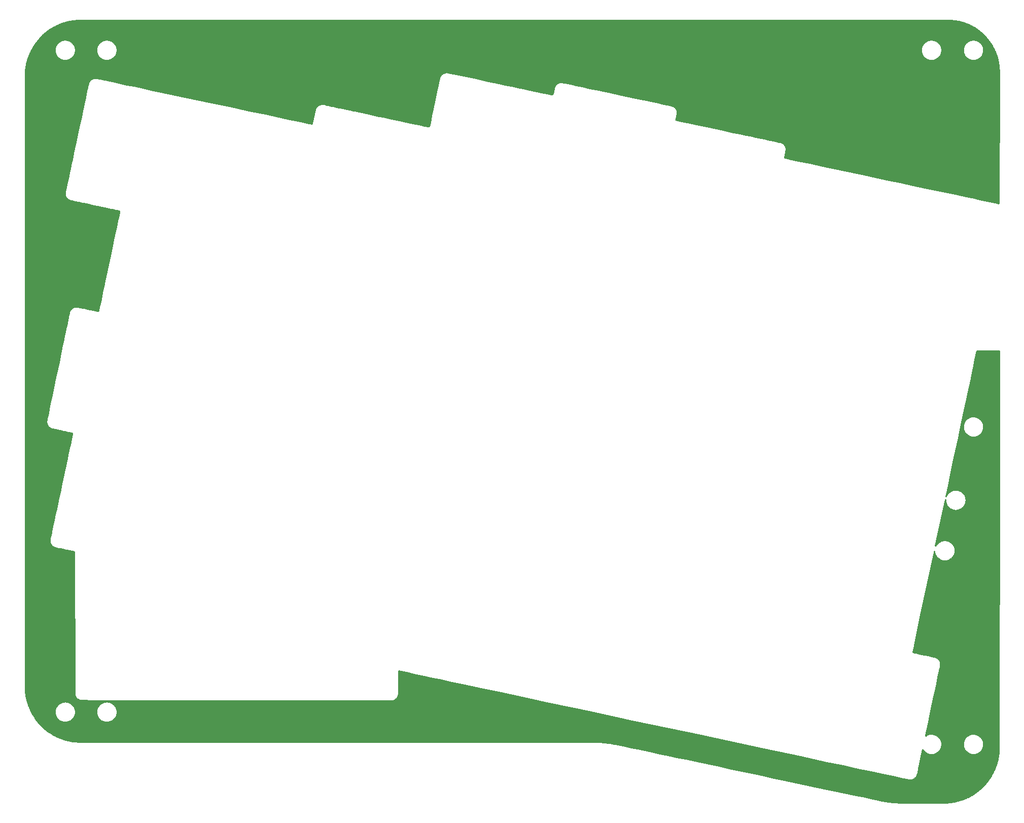
<source format=gbl>
G04 #@! TF.GenerationSoftware,KiCad,Pcbnew,(5.1.5-0-10_14)*
G04 #@! TF.CreationDate,2020-04-20T21:29:54+09:00*
G04 #@! TF.ProjectId,colice_left_topFrame,636f6c69-6365-45f6-9c65-66745f746f70,rev?*
G04 #@! TF.SameCoordinates,Original*
G04 #@! TF.FileFunction,Copper,L2,Bot*
G04 #@! TF.FilePolarity,Positive*
%FSLAX46Y46*%
G04 Gerber Fmt 4.6, Leading zero omitted, Abs format (unit mm)*
G04 Created by KiCad (PCBNEW (5.1.5-0-10_14)) date 2020-04-20 21:29:54*
%MOMM*%
%LPD*%
G04 APERTURE LIST*
%ADD10C,0.254000*%
G04 APERTURE END LIST*
D10*
G36*
X180898518Y-21451040D02*
G01*
X181080440Y-21457033D01*
X181255161Y-21466443D01*
X181429577Y-21479423D01*
X181601742Y-21495765D01*
X181769878Y-21515126D01*
X181941027Y-21538312D01*
X182101225Y-21563219D01*
X182262781Y-21591506D01*
X182416847Y-21621475D01*
X182572909Y-21654841D01*
X182724927Y-21690290D01*
X182872167Y-21727436D01*
X183017054Y-21766724D01*
X183161122Y-21808516D01*
X183307757Y-21853891D01*
X183449324Y-21900455D01*
X183588604Y-21948962D01*
X183727842Y-22000168D01*
X183862256Y-22052227D01*
X183995751Y-22106536D01*
X184130746Y-22164148D01*
X184258579Y-22221256D01*
X184385593Y-22280513D01*
X184511593Y-22341830D01*
X184636695Y-22405269D01*
X184757753Y-22469144D01*
X184880912Y-22536703D01*
X184999241Y-22604124D01*
X185115125Y-22672610D01*
X185232292Y-22744392D01*
X185345338Y-22816142D01*
X185460298Y-22891692D01*
X185571272Y-22967176D01*
X185680458Y-23043973D01*
X185789990Y-23123622D01*
X185897580Y-23204484D01*
X186001327Y-23285014D01*
X186105985Y-23368891D01*
X186208106Y-23453383D01*
X186310935Y-23541209D01*
X186412523Y-23630797D01*
X186510316Y-23719794D01*
X186606859Y-23810426D01*
X186703139Y-23903658D01*
X186751961Y-23952073D01*
X186844885Y-24046418D01*
X186938201Y-24144154D01*
X187028061Y-24241266D01*
X187116878Y-24340291D01*
X187205622Y-24442411D01*
X187294831Y-24548454D01*
X187379515Y-24652435D01*
X187461372Y-24756214D01*
X187544738Y-24865400D01*
X187623103Y-24971464D01*
X187702774Y-25082921D01*
X187780990Y-25196144D01*
X187855915Y-25308393D01*
X187930395Y-25423920D01*
X188001995Y-25538975D01*
X188074794Y-25660296D01*
X188143781Y-25779642D01*
X188210417Y-25899318D01*
X188277833Y-26025201D01*
X188342369Y-26150666D01*
X188404378Y-26276252D01*
X188465804Y-26406038D01*
X188523535Y-26533430D01*
X188582586Y-26669810D01*
X188636602Y-26800600D01*
X188689124Y-26934035D01*
X188740517Y-27071389D01*
X188789571Y-27209677D01*
X188836235Y-27348751D01*
X188880502Y-27488587D01*
X188923310Y-27632455D01*
X188964448Y-27780255D01*
X189003742Y-27932033D01*
X189040780Y-28086846D01*
X189076552Y-28250076D01*
X189107996Y-28407966D01*
X189137193Y-28570765D01*
X189164038Y-28739469D01*
X189186503Y-28900922D01*
X189206960Y-29072607D01*
X189223544Y-29240228D01*
X189237618Y-29419742D01*
X189247742Y-29595941D01*
X189254461Y-29781369D01*
X189257117Y-29964034D01*
X189253708Y-29998643D01*
X189257239Y-30034496D01*
X189256867Y-30580209D01*
X189254266Y-34397884D01*
X189254266Y-34397885D01*
X189252521Y-36962580D01*
X189252521Y-36962617D01*
X189251264Y-38812603D01*
X189250288Y-40247972D01*
X189250288Y-40247973D01*
X189249632Y-41214292D01*
X189248647Y-42665577D01*
X189248647Y-42665579D01*
X189247357Y-44570128D01*
X189247357Y-44570129D01*
X189246123Y-46394428D01*
X189246123Y-46394429D01*
X189245258Y-47675181D01*
X189245258Y-47675182D01*
X189244715Y-48481001D01*
X189244715Y-48481002D01*
X189244205Y-49239072D01*
X189243732Y-49943242D01*
X189243732Y-49943244D01*
X189243301Y-50587361D01*
X189243301Y-50587362D01*
X189242915Y-51165273D01*
X189242915Y-51165276D01*
X189242579Y-51670829D01*
X189242579Y-51670835D01*
X189242372Y-51986590D01*
X189175732Y-51972423D01*
X189175726Y-51972422D01*
X188900354Y-51913884D01*
X188900334Y-51913880D01*
X188593517Y-51848659D01*
X188593439Y-51848642D01*
X188079992Y-51739499D01*
X188079986Y-51739498D01*
X187290133Y-51571603D01*
X187290131Y-51571603D01*
X186393679Y-51381049D01*
X186393669Y-51381048D01*
X185653717Y-51223760D01*
X185653716Y-51223760D01*
X185653712Y-51223759D01*
X185133626Y-51113210D01*
X183752349Y-50819607D01*
X181914435Y-50428943D01*
X180614506Y-50152633D01*
X180614400Y-50152610D01*
X178569465Y-49717946D01*
X175692142Y-49106354D01*
X175692140Y-49106354D01*
X172716249Y-48473813D01*
X170461855Y-47994631D01*
X170461853Y-47994631D01*
X168964680Y-47676401D01*
X166744811Y-47204560D01*
X163887295Y-46597185D01*
X161864022Y-46167132D01*
X161864020Y-46167132D01*
X160581320Y-45894490D01*
X160581318Y-45894490D01*
X157627223Y-45266591D01*
X155329416Y-44778187D01*
X154571746Y-44617143D01*
X154571744Y-44617143D01*
X153642368Y-44419603D01*
X153642290Y-44419586D01*
X153447172Y-44378114D01*
X153486188Y-44194596D01*
X153486190Y-44194588D01*
X153524232Y-44015642D01*
X153524232Y-44015638D01*
X153572239Y-43789817D01*
X153610021Y-43612122D01*
X153650766Y-43420536D01*
X153688552Y-43242953D01*
X153696148Y-43175360D01*
X153704425Y-43107983D01*
X153704555Y-43100551D01*
X153704572Y-43100403D01*
X153704560Y-43100265D01*
X153704605Y-43097723D01*
X153706692Y-42899517D01*
X153701914Y-42844864D01*
X153699658Y-42790041D01*
X153695677Y-42773530D01*
X153694198Y-42756615D01*
X153678896Y-42703936D01*
X153666034Y-42650591D01*
X153662599Y-42640921D01*
X153608877Y-42492969D01*
X153594419Y-42462735D01*
X153583197Y-42431174D01*
X153563558Y-42398196D01*
X153546994Y-42363557D01*
X153526941Y-42336709D01*
X153509800Y-42307926D01*
X153503657Y-42299706D01*
X153417064Y-42185519D01*
X153397610Y-42164492D01*
X153380761Y-42141330D01*
X153349015Y-42111967D01*
X153319647Y-42080225D01*
X153296482Y-42063379D01*
X153275452Y-42043928D01*
X153267231Y-42037785D01*
X153151892Y-41952855D01*
X153127787Y-41938505D01*
X153105571Y-41921396D01*
X153066312Y-41901908D01*
X153028634Y-41879477D01*
X153002202Y-41870083D01*
X152977084Y-41857614D01*
X152967466Y-41854037D01*
X152835800Y-41806114D01*
X152791061Y-41794627D01*
X152747228Y-41780047D01*
X152737205Y-41777844D01*
X152537391Y-41735379D01*
X152537296Y-41735358D01*
X152222450Y-41668442D01*
X152222421Y-41668436D01*
X151954088Y-41611406D01*
X151954084Y-41611406D01*
X151552149Y-41525978D01*
X151552148Y-41525978D01*
X151105505Y-41431046D01*
X151105447Y-41431033D01*
X150617556Y-41327332D01*
X150092062Y-41215639D01*
X150092056Y-41215638D01*
X149532610Y-41096727D01*
X149532552Y-41096714D01*
X148640457Y-40907095D01*
X148640449Y-40907094D01*
X147685798Y-40704177D01*
X147685691Y-40704153D01*
X147025904Y-40563912D01*
X147025898Y-40563911D01*
X146008471Y-40347649D01*
X146008469Y-40347649D01*
X144964176Y-40125676D01*
X144261416Y-39976298D01*
X144261414Y-39976298D01*
X142500035Y-39601903D01*
X140458107Y-39167875D01*
X140458000Y-39167851D01*
X139177818Y-38895741D01*
X139177814Y-38895741D01*
X137997907Y-38644947D01*
X137997905Y-38644947D01*
X137200729Y-38475504D01*
X137200709Y-38475500D01*
X136712818Y-38371800D01*
X136712814Y-38371800D01*
X136266185Y-38276871D01*
X136266107Y-38276854D01*
X135864164Y-38191424D01*
X135864156Y-38191423D01*
X135595951Y-38134420D01*
X135595824Y-38134392D01*
X135310840Y-38073825D01*
X135335102Y-37959753D01*
X135335102Y-37959751D01*
X135335120Y-37959670D01*
X135380591Y-37745769D01*
X135380591Y-37745768D01*
X135380597Y-37745741D01*
X135430486Y-37511012D01*
X135466846Y-37339979D01*
X135503235Y-37168908D01*
X135503236Y-37168901D01*
X135515892Y-37109455D01*
X135523497Y-37041853D01*
X135531783Y-36974408D01*
X135531912Y-36967059D01*
X135531929Y-36966907D01*
X135531917Y-36966765D01*
X135531963Y-36964148D01*
X135534050Y-36766094D01*
X135529302Y-36711784D01*
X135527114Y-36657318D01*
X135523067Y-36640461D01*
X135521557Y-36623192D01*
X135506351Y-36570839D01*
X135493625Y-36517835D01*
X135490200Y-36508161D01*
X135437022Y-36361265D01*
X135422834Y-36331520D01*
X135411874Y-36300453D01*
X135392034Y-36266948D01*
X135375265Y-36231793D01*
X135355570Y-36205371D01*
X135338784Y-36177024D01*
X135332661Y-36168788D01*
X135246595Y-36054708D01*
X135227128Y-36033562D01*
X135210276Y-36010287D01*
X135178667Y-35980921D01*
X135149440Y-35949172D01*
X135126239Y-35932211D01*
X135105185Y-35912651D01*
X135096978Y-35906490D01*
X134981247Y-35820873D01*
X134956716Y-35806195D01*
X134934082Y-35788737D01*
X134895314Y-35769456D01*
X134858152Y-35747220D01*
X134831235Y-35737586D01*
X134805644Y-35724858D01*
X134796028Y-35721273D01*
X134663683Y-35672989D01*
X134618681Y-35661398D01*
X134574598Y-35646734D01*
X134564575Y-35644530D01*
X134207250Y-35568584D01*
X134207246Y-35568584D01*
X134039758Y-35532986D01*
X134039757Y-35532986D01*
X133765488Y-35474692D01*
X133354184Y-35387272D01*
X133354097Y-35387253D01*
X132896390Y-35289969D01*
X132896389Y-35289969D01*
X132396082Y-35183628D01*
X132396080Y-35183628D01*
X131578029Y-35009750D01*
X131578000Y-35009744D01*
X130366225Y-34752178D01*
X130366196Y-34752172D01*
X129050652Y-34472548D01*
X126951365Y-34026336D01*
X124053507Y-33410385D01*
X124053505Y-33410385D01*
X121954202Y-32964173D01*
X120962048Y-32753289D01*
X120961970Y-32753272D01*
X120328347Y-32618596D01*
X120328269Y-32618579D01*
X119722354Y-32489793D01*
X119722352Y-32489793D01*
X119147928Y-32367701D01*
X118608715Y-32253093D01*
X118608695Y-32253089D01*
X118108367Y-32146749D01*
X118108365Y-32146749D01*
X117650672Y-32049471D01*
X117650643Y-32049465D01*
X117339073Y-31983244D01*
X117339064Y-31983242D01*
X117145630Y-31942132D01*
X117145622Y-31942131D01*
X116922309Y-31894671D01*
X116922211Y-31894649D01*
X116570171Y-31819834D01*
X116570130Y-31819825D01*
X116440064Y-31792185D01*
X116372677Y-31784630D01*
X116305459Y-31776356D01*
X116297649Y-31776217D01*
X116297511Y-31776202D01*
X116297383Y-31776213D01*
X116295198Y-31776174D01*
X116097145Y-31774041D01*
X116042906Y-31778770D01*
X115988528Y-31780930D01*
X115971597Y-31784987D01*
X115954241Y-31786500D01*
X115901956Y-31801673D01*
X115849030Y-31814355D01*
X115839355Y-31817776D01*
X115692458Y-31870879D01*
X115662501Y-31885152D01*
X115631228Y-31896190D01*
X115597919Y-31915921D01*
X115562958Y-31932578D01*
X115536350Y-31952393D01*
X115507810Y-31969299D01*
X115499575Y-31975423D01*
X115385097Y-32061818D01*
X115363903Y-32081335D01*
X115340587Y-32098229D01*
X115311279Y-32129796D01*
X115279577Y-32158990D01*
X115262580Y-32182248D01*
X115242986Y-32203353D01*
X115236828Y-32211562D01*
X115151609Y-32326834D01*
X115137005Y-32351260D01*
X115119632Y-32373782D01*
X115100293Y-32412661D01*
X115077997Y-32449953D01*
X115068415Y-32476751D01*
X115055748Y-32502218D01*
X115052163Y-32511834D01*
X115003878Y-32644165D01*
X114992285Y-32689167D01*
X114977621Y-32733245D01*
X114975417Y-32743268D01*
X114925567Y-32977766D01*
X114880456Y-33189948D01*
X114880443Y-33190005D01*
X114843231Y-33365030D01*
X114843230Y-33365036D01*
X114787299Y-33628102D01*
X114787290Y-33628143D01*
X114742168Y-33840380D01*
X114742163Y-33840403D01*
X114741151Y-33845163D01*
X114541275Y-33802679D01*
X114541217Y-33802666D01*
X114187269Y-33727432D01*
X114187265Y-33727432D01*
X113784903Y-33641908D01*
X113784902Y-33641908D01*
X113337802Y-33546873D01*
X113337716Y-33546854D01*
X112849280Y-33443031D01*
X112051178Y-33273385D01*
X110869889Y-33022287D01*
X110869881Y-33022286D01*
X109914020Y-32819104D01*
X109913991Y-32819098D01*
X109253415Y-32678683D01*
X109253413Y-32678683D01*
X108234787Y-32462159D01*
X108234758Y-32462153D01*
X106838298Y-32165313D01*
X105427494Y-31865424D01*
X104031038Y-31568584D01*
X102015260Y-31140097D01*
X98586236Y-30411198D01*
X98586234Y-30411198D01*
X97294854Y-30136693D01*
X97227383Y-30129124D01*
X97160050Y-30120851D01*
X97152440Y-30120718D01*
X97152302Y-30120702D01*
X97152173Y-30120713D01*
X97149789Y-30120671D01*
X96951583Y-30118579D01*
X96897038Y-30123346D01*
X96842370Y-30125575D01*
X96825740Y-30129578D01*
X96808681Y-30131069D01*
X96756102Y-30146340D01*
X96702906Y-30159145D01*
X96693235Y-30162576D01*
X96545613Y-30216114D01*
X96515625Y-30230440D01*
X96484296Y-30241540D01*
X96451061Y-30261282D01*
X96416177Y-30277946D01*
X96389538Y-30297827D01*
X96360966Y-30314799D01*
X96352739Y-30320933D01*
X96238754Y-30407172D01*
X96217708Y-30426600D01*
X96194532Y-30443419D01*
X96165131Y-30475134D01*
X96133351Y-30504471D01*
X96116481Y-30527614D01*
X96097011Y-30548617D01*
X96090859Y-30556831D01*
X96005581Y-30672368D01*
X95991062Y-30696693D01*
X95973774Y-30719125D01*
X95954392Y-30758132D01*
X95932063Y-30795543D01*
X95922546Y-30822223D01*
X95909943Y-30847588D01*
X95906362Y-30857206D01*
X95858257Y-30989218D01*
X95846719Y-31034084D01*
X95832101Y-31078029D01*
X95829897Y-31088052D01*
X95760058Y-31416630D01*
X95760034Y-31416737D01*
X95570889Y-32306626D01*
X95570888Y-32306634D01*
X95338158Y-33401579D01*
X95338134Y-33401686D01*
X95079214Y-34619854D01*
X95079214Y-34619855D01*
X94811571Y-35879067D01*
X94811571Y-35879068D01*
X94648382Y-36646848D01*
X94648382Y-36646849D01*
X94584881Y-36945610D01*
X94584877Y-36945630D01*
X94492280Y-37381299D01*
X94375905Y-37928839D01*
X94375901Y-37928859D01*
X94269337Y-38430256D01*
X94269337Y-38430259D01*
X94174781Y-38875167D01*
X94174764Y-38875245D01*
X94113517Y-39163431D01*
X94113508Y-39163472D01*
X94109764Y-39181088D01*
X94072454Y-39173158D01*
X94072452Y-39173158D01*
X93359656Y-39021658D01*
X93359598Y-39021645D01*
X92458192Y-38830055D01*
X91397275Y-38604560D01*
X91397246Y-38604554D01*
X90205765Y-38351307D01*
X90205759Y-38351306D01*
X89241450Y-38146342D01*
X88742853Y-38040366D01*
X88742746Y-38040342D01*
X88405217Y-37968601D01*
X88405213Y-37968601D01*
X87892271Y-37859574D01*
X87892242Y-37859568D01*
X87196788Y-37711747D01*
X86492270Y-37561999D01*
X86492268Y-37561999D01*
X85782402Y-37411115D01*
X85782315Y-37411096D01*
X84714659Y-37184160D01*
X84714651Y-37184159D01*
X83305681Y-36884673D01*
X83305623Y-36884660D01*
X82447637Y-36702287D01*
X82447636Y-36702287D01*
X82110158Y-36630551D01*
X82110109Y-36630540D01*
X81776914Y-36559716D01*
X81776885Y-36559710D01*
X81448422Y-36489891D01*
X81448416Y-36489890D01*
X80964907Y-36387113D01*
X80342062Y-36254718D01*
X80341976Y-36254699D01*
X79746235Y-36128063D01*
X79746231Y-36128063D01*
X79181318Y-36007977D01*
X78650844Y-35895212D01*
X78650845Y-35895212D01*
X78158449Y-35790538D01*
X77817702Y-35718101D01*
X77817701Y-35718101D01*
X77603494Y-35672561D01*
X77603465Y-35672555D01*
X77302377Y-35608545D01*
X77302371Y-35608544D01*
X77031886Y-35551039D01*
X77031885Y-35551039D01*
X76866688Y-35515916D01*
X76866602Y-35515897D01*
X76576619Y-35454242D01*
X76576581Y-35454234D01*
X76513461Y-35440813D01*
X76445974Y-35433238D01*
X76378617Y-35424962D01*
X76371056Y-35424829D01*
X76370910Y-35424813D01*
X76370774Y-35424824D01*
X76368357Y-35424782D01*
X76170192Y-35422690D01*
X76115868Y-35427438D01*
X76061405Y-35429626D01*
X76044558Y-35433671D01*
X76027290Y-35435180D01*
X75974925Y-35450389D01*
X75921922Y-35463114D01*
X75912248Y-35466539D01*
X75765355Y-35519715D01*
X75735114Y-35534139D01*
X75703552Y-35545327D01*
X75670546Y-35564938D01*
X75635883Y-35581472D01*
X75609026Y-35601491D01*
X75580231Y-35618600D01*
X75572004Y-35624735D01*
X75457038Y-35711738D01*
X75435683Y-35731456D01*
X75412192Y-35748549D01*
X75383119Y-35779991D01*
X75351647Y-35809050D01*
X75334531Y-35832537D01*
X75314804Y-35853871D01*
X75308662Y-35862092D01*
X75223656Y-35977567D01*
X75209305Y-36001680D01*
X75192190Y-36023912D01*
X75172710Y-36063169D01*
X75150294Y-36100835D01*
X75140900Y-36127278D01*
X75128429Y-36152410D01*
X75124853Y-36162029D01*
X75076952Y-36293702D01*
X75065518Y-36338264D01*
X75050985Y-36381905D01*
X75048778Y-36391927D01*
X75009376Y-36577004D01*
X75009358Y-36577088D01*
X74965812Y-36781747D01*
X74965811Y-36781754D01*
X74965802Y-36781796D01*
X74914554Y-37022735D01*
X74914547Y-37022768D01*
X74874208Y-37212461D01*
X74874201Y-37212494D01*
X74823469Y-37451112D01*
X74823464Y-37451135D01*
X74757872Y-37759695D01*
X74757865Y-37759727D01*
X74720492Y-37935554D01*
X74720491Y-37935559D01*
X74720491Y-37935561D01*
X74683629Y-38108989D01*
X74683616Y-38109050D01*
X74647579Y-38278613D01*
X74647579Y-38278616D01*
X74595623Y-38523086D01*
X74595604Y-38523173D01*
X74553580Y-38720905D01*
X74202757Y-38646330D01*
X74202737Y-38646326D01*
X73986891Y-38600445D01*
X73986842Y-38600434D01*
X73421898Y-38480349D01*
X72659899Y-38318378D01*
X72659895Y-38318378D01*
X71788284Y-38133110D01*
X71788206Y-38133093D01*
X70815604Y-37926360D01*
X69750862Y-37700043D01*
X69750860Y-37700043D01*
X68602755Y-37456008D01*
X66751162Y-37062445D01*
X64060069Y-36490445D01*
X64060067Y-36490445D01*
X61193473Y-35881143D01*
X58221576Y-35249460D01*
X53711109Y-34290752D01*
X53711080Y-34290746D01*
X49376114Y-33369338D01*
X49376085Y-33369332D01*
X47677699Y-33008335D01*
X47677697Y-33008335D01*
X47018636Y-32868249D01*
X46056095Y-32663658D01*
X44833402Y-32403769D01*
X43685326Y-32159740D01*
X43685297Y-32159734D01*
X42620555Y-31933417D01*
X42620547Y-31933416D01*
X41647983Y-31726691D01*
X41647954Y-31726685D01*
X40776325Y-31541414D01*
X40776267Y-31541401D01*
X40014267Y-31379430D01*
X40014261Y-31379429D01*
X39523940Y-31275205D01*
X39233464Y-31213460D01*
X39233435Y-31213454D01*
X38975288Y-31158581D01*
X38975289Y-31158581D01*
X38778227Y-31116691D01*
X38778158Y-31116676D01*
X38652601Y-31089987D01*
X38585119Y-31082418D01*
X38517820Y-31074147D01*
X38510185Y-31074012D01*
X38510048Y-31073997D01*
X38509921Y-31074008D01*
X38507559Y-31073966D01*
X38309506Y-31071870D01*
X38255224Y-31076613D01*
X38200794Y-31078793D01*
X38183907Y-31082845D01*
X38166604Y-31084357D01*
X38114281Y-31099552D01*
X38061307Y-31112263D01*
X38051632Y-31115687D01*
X37904735Y-31168843D01*
X37874841Y-31183097D01*
X37843625Y-31194121D01*
X37810266Y-31213889D01*
X37775255Y-31230583D01*
X37748702Y-31250370D01*
X37720218Y-31267249D01*
X37711985Y-31273374D01*
X37597505Y-31359798D01*
X37576384Y-31379254D01*
X37553137Y-31396094D01*
X37523761Y-31427728D01*
X37492000Y-31456985D01*
X37475062Y-31480170D01*
X37455526Y-31501208D01*
X37449367Y-31509417D01*
X37364147Y-31624667D01*
X37349564Y-31649052D01*
X37332218Y-31671529D01*
X37312847Y-31710450D01*
X37290524Y-31747779D01*
X37280958Y-31774524D01*
X37268304Y-31799950D01*
X37264717Y-31809565D01*
X37216433Y-31941802D01*
X37204803Y-31986906D01*
X37190107Y-32031090D01*
X37187903Y-32041113D01*
X37144739Y-32244230D01*
X37144738Y-32244239D01*
X37076619Y-32564777D01*
X37076604Y-32564843D01*
X37038294Y-32745105D01*
X36997292Y-32938027D01*
X36997286Y-32938056D01*
X36931241Y-33248809D01*
X36931239Y-33248818D01*
X36834218Y-33705307D01*
X36728172Y-34204242D01*
X36613890Y-34741926D01*
X36492152Y-35314675D01*
X36363744Y-35918797D01*
X36229465Y-36550539D01*
X36229452Y-36550597D01*
X36019186Y-37539823D01*
X36019185Y-37539833D01*
X35574345Y-39632629D01*
X35574332Y-39632687D01*
X35113782Y-41799368D01*
X35113782Y-41799369D01*
X34809888Y-43229059D01*
X34809888Y-43229060D01*
X34515410Y-44614461D01*
X34515410Y-44614462D01*
X34305143Y-45603687D01*
X34305143Y-45603690D01*
X34170851Y-46235493D01*
X34170851Y-46235494D01*
X34042443Y-46839617D01*
X34042443Y-46839618D01*
X33920711Y-47412338D01*
X33920705Y-47412367D01*
X33848663Y-47751306D01*
X33848662Y-47751311D01*
X33779371Y-48077316D01*
X33779367Y-48077336D01*
X33700380Y-48448972D01*
X33700374Y-48449001D01*
X33603352Y-48905494D01*
X33603352Y-48905495D01*
X33537303Y-49216259D01*
X33537301Y-49216269D01*
X33496300Y-49409192D01*
X33496294Y-49409221D01*
X33457996Y-49589424D01*
X33457981Y-49589494D01*
X33422466Y-49756612D01*
X33422465Y-49756619D01*
X33422465Y-49756620D01*
X33374282Y-49983360D01*
X33374267Y-49983429D01*
X33346680Y-50113255D01*
X33339119Y-50180701D01*
X33330850Y-50247987D01*
X33330714Y-50255671D01*
X33330699Y-50255809D01*
X33330710Y-50255937D01*
X33330669Y-50258248D01*
X33328573Y-50456297D01*
X33333317Y-50510588D01*
X33335497Y-50565014D01*
X33339548Y-50581896D01*
X33341060Y-50599199D01*
X33356257Y-50651530D01*
X33368968Y-50704501D01*
X33372392Y-50714175D01*
X33425548Y-50861069D01*
X33439709Y-50890767D01*
X33450650Y-50921804D01*
X33470510Y-50955361D01*
X33487289Y-50990549D01*
X33506950Y-51016933D01*
X33523710Y-51045252D01*
X33529831Y-51053489D01*
X33615853Y-51167569D01*
X33635490Y-51188910D01*
X33652502Y-51212384D01*
X33683933Y-51241558D01*
X33712982Y-51273129D01*
X33736391Y-51290251D01*
X33757638Y-51309972D01*
X33765848Y-51316130D01*
X33882175Y-51402106D01*
X33906711Y-51416772D01*
X33929345Y-51434214D01*
X33968124Y-51453480D01*
X34005303Y-51475703D01*
X34032217Y-51485322D01*
X34057811Y-51498038D01*
X34067429Y-51501618D01*
X34198988Y-51549550D01*
X34243861Y-51561087D01*
X34287816Y-51575705D01*
X34297839Y-51577909D01*
X34502335Y-51621359D01*
X34502339Y-51621359D01*
X34736240Y-51671063D01*
X34736242Y-51671063D01*
X34943566Y-51715123D01*
X34943569Y-51715123D01*
X35166926Y-51762593D01*
X35167033Y-51762617D01*
X35405354Y-51813267D01*
X35405361Y-51813268D01*
X35657224Y-51866798D01*
X35657225Y-51866798D01*
X35921299Y-51922925D01*
X35921357Y-51922938D01*
X36196439Y-51981406D01*
X36196468Y-51981412D01*
X36481261Y-52041944D01*
X36481265Y-52041944D01*
X36922959Y-52135827D01*
X36922968Y-52135829D01*
X37535124Y-52265948D01*
X37535153Y-52265954D01*
X38162832Y-52399373D01*
X38162834Y-52399373D01*
X38795674Y-52533889D01*
X38795678Y-52533889D01*
X39423353Y-52667307D01*
X39423361Y-52667308D01*
X40035465Y-52797415D01*
X40035543Y-52797432D01*
X40621913Y-52922067D01*
X40621918Y-52922068D01*
X41037168Y-53010328D01*
X41037173Y-53010329D01*
X41301295Y-53066466D01*
X41301315Y-53066470D01*
X41553189Y-53120002D01*
X41553193Y-53120002D01*
X41791437Y-53170637D01*
X41791515Y-53170654D01*
X42014991Y-53218149D01*
X42014998Y-53218150D01*
X42014999Y-53218150D01*
X42222335Y-53262212D01*
X42222347Y-53262215D01*
X42430754Y-53306502D01*
X42424321Y-53336769D01*
X42424299Y-53336868D01*
X42277607Y-54027003D01*
X42277607Y-54027005D01*
X42092840Y-54896281D01*
X42092823Y-54896359D01*
X41875810Y-55917359D01*
X41504874Y-57662540D01*
X41504874Y-57662541D01*
X40947785Y-60283552D01*
X40947785Y-60283553D01*
X40367257Y-63014851D01*
X39946510Y-64994394D01*
X39747491Y-65930744D01*
X39747491Y-65930745D01*
X39620319Y-66529071D01*
X39620306Y-66529129D01*
X39439233Y-67381041D01*
X39222227Y-68402010D01*
X39222221Y-68402039D01*
X39037458Y-69271303D01*
X39037439Y-69271390D01*
X38924856Y-69801054D01*
X38924855Y-69801062D01*
X38884355Y-69991598D01*
X38841503Y-69982488D01*
X38841498Y-69982487D01*
X38841487Y-69982485D01*
X38635340Y-69938665D01*
X38635335Y-69938664D01*
X38635333Y-69938664D01*
X38413467Y-69891504D01*
X38413464Y-69891504D01*
X38413461Y-69891503D01*
X38058508Y-69816058D01*
X38058503Y-69816057D01*
X38058501Y-69816057D01*
X37554717Y-69708983D01*
X37554715Y-69708983D01*
X37039448Y-69599469D01*
X36535628Y-69492389D01*
X36535541Y-69492370D01*
X36180409Y-69416890D01*
X36180410Y-69416890D01*
X35958436Y-69369710D01*
X35958399Y-69369702D01*
X35752066Y-69325845D01*
X35752061Y-69325844D01*
X35564284Y-69285930D01*
X35564285Y-69285930D01*
X35479193Y-69267842D01*
X35410860Y-69260176D01*
X35342695Y-69251960D01*
X35336820Y-69251870D01*
X35336641Y-69251850D01*
X35336466Y-69251865D01*
X35332434Y-69251803D01*
X35132884Y-69250156D01*
X35078651Y-69255022D01*
X35024256Y-69257322D01*
X35007345Y-69261420D01*
X34990012Y-69262975D01*
X34937767Y-69278280D01*
X34884843Y-69291104D01*
X34875177Y-69294550D01*
X34728203Y-69348106D01*
X34669136Y-69376433D01*
X34609597Y-69403752D01*
X34600768Y-69408983D01*
X34570525Y-69427189D01*
X34522039Y-69463261D01*
X34472521Y-69497770D01*
X34464761Y-69504485D01*
X34357724Y-69598429D01*
X34337591Y-69619923D01*
X34315125Y-69638947D01*
X34288680Y-69672141D01*
X34259662Y-69703122D01*
X34244090Y-69728113D01*
X34225743Y-69751143D01*
X34220222Y-69759794D01*
X34142768Y-69883063D01*
X34136023Y-69896567D01*
X34127283Y-69908866D01*
X34104028Y-69960616D01*
X34078666Y-70011390D01*
X34074673Y-70025944D01*
X34068487Y-70039710D01*
X34065282Y-70049459D01*
X34033345Y-70148952D01*
X34026319Y-70181454D01*
X34015926Y-70213032D01*
X34013753Y-70223062D01*
X33971314Y-70425878D01*
X33971312Y-70425890D01*
X33930730Y-70619849D01*
X33930709Y-70619944D01*
X33866761Y-70925601D01*
X33826508Y-71117996D01*
X33826506Y-71118008D01*
X33761695Y-71427807D01*
X33666531Y-71882696D01*
X33666520Y-71882747D01*
X33562534Y-72379812D01*
X33562523Y-72379863D01*
X33450474Y-72915485D01*
X33450474Y-72915486D01*
X33331138Y-73485945D01*
X33331138Y-73485947D01*
X33205284Y-74087573D01*
X33073688Y-74716649D01*
X33073677Y-74716700D01*
X32867644Y-75701629D01*
X32867644Y-75701630D01*
X32579152Y-77080758D01*
X32579135Y-77080837D01*
X32281439Y-78503985D01*
X32281439Y-78503986D01*
X31980694Y-79941718D01*
X31980694Y-79941719D01*
X31683041Y-81364680D01*
X31683041Y-81364681D01*
X31394621Y-82743514D01*
X31394621Y-82743515D01*
X31121574Y-84048863D01*
X30750439Y-85823141D01*
X30750416Y-85823248D01*
X30501285Y-87014268D01*
X30415844Y-87422737D01*
X30415839Y-87422759D01*
X30305930Y-87948220D01*
X30305913Y-87948299D01*
X30249779Y-88216670D01*
X30242410Y-88284350D01*
X30234368Y-88351908D01*
X30234269Y-88359119D01*
X30234252Y-88359274D01*
X30234265Y-88359420D01*
X30234227Y-88362169D01*
X30232877Y-88561393D01*
X30237864Y-88616064D01*
X30240329Y-88670888D01*
X30244366Y-88687357D01*
X30245907Y-88704246D01*
X30261415Y-88756897D01*
X30274485Y-88810209D01*
X30277957Y-88819866D01*
X30331732Y-88966220D01*
X30346025Y-88995820D01*
X30357095Y-89026749D01*
X30377129Y-89060233D01*
X30394108Y-89095395D01*
X30413878Y-89121655D01*
X30430745Y-89149845D01*
X30436905Y-89158053D01*
X30523451Y-89271691D01*
X30542892Y-89292618D01*
X30559733Y-89315679D01*
X30591593Y-89345038D01*
X30621085Y-89376784D01*
X30644217Y-89393533D01*
X30665220Y-89412888D01*
X30673452Y-89419015D01*
X30789211Y-89503928D01*
X30813001Y-89518032D01*
X30834928Y-89534891D01*
X30874561Y-89554527D01*
X30912603Y-89577080D01*
X30938679Y-89586294D01*
X30963464Y-89598574D01*
X30973086Y-89602144D01*
X31103854Y-89649626D01*
X31148375Y-89661021D01*
X31191967Y-89675515D01*
X31201990Y-89677718D01*
X31423264Y-89724720D01*
X31423265Y-89724720D01*
X31621788Y-89766896D01*
X31621883Y-89766917D01*
X31836559Y-89812527D01*
X32064463Y-89860952D01*
X32064500Y-89860960D01*
X32363604Y-89924516D01*
X32363608Y-89924517D01*
X32611256Y-89977143D01*
X32611261Y-89977144D01*
X32863108Y-90030666D01*
X32863113Y-90030667D01*
X33116356Y-90084487D01*
X33116364Y-90084489D01*
X33305455Y-90124677D01*
X33305458Y-90124677D01*
X33554347Y-90177577D01*
X33554373Y-90177583D01*
X33856728Y-90241854D01*
X33856733Y-90241855D01*
X34087686Y-90290950D01*
X34087740Y-90290962D01*
X34358037Y-90348428D01*
X34358071Y-90348435D01*
X34548520Y-90388930D01*
X34505198Y-90592792D01*
X34505185Y-90592850D01*
X34448862Y-90857884D01*
X34408197Y-91049230D01*
X34408197Y-91049231D01*
X34353696Y-91305687D01*
X34353694Y-91305695D01*
X34246579Y-91809709D01*
X34246577Y-91809717D01*
X34141520Y-92304033D01*
X34028342Y-92836557D01*
X34028329Y-92836615D01*
X33938351Y-93259973D01*
X33938350Y-93259981D01*
X33876380Y-93551551D01*
X33876379Y-93551559D01*
X33780659Y-94001926D01*
X33780640Y-94002013D01*
X33647690Y-94627538D01*
X33647690Y-94627539D01*
X33509706Y-95276754D01*
X33403272Y-95777516D01*
X33403261Y-95777565D01*
X33331218Y-96116526D01*
X33331217Y-96116532D01*
X33258358Y-96459325D01*
X33258352Y-96459354D01*
X33184758Y-96805603D01*
X33184758Y-96805604D01*
X33073284Y-97330074D01*
X33073278Y-97330103D01*
X32922895Y-98037635D01*
X32771349Y-98750636D01*
X32771348Y-98750642D01*
X32543446Y-99822869D01*
X32543445Y-99822875D01*
X32242686Y-101237874D01*
X32242673Y-101237932D01*
X32059530Y-102099566D01*
X31987498Y-102438450D01*
X31987481Y-102438528D01*
X31881032Y-102939337D01*
X31675203Y-103907695D01*
X31675202Y-103907701D01*
X31482942Y-104812209D01*
X31482929Y-104812267D01*
X31407030Y-105169336D01*
X31407030Y-105169337D01*
X31333596Y-105514813D01*
X31333577Y-105514899D01*
X31249172Y-105911984D01*
X31249155Y-105912062D01*
X31144084Y-106406374D01*
X31071380Y-106748405D01*
X31025685Y-106963368D01*
X31025668Y-106963446D01*
X30961458Y-107265513D01*
X30961436Y-107265615D01*
X30885414Y-107623249D01*
X30820623Y-107928037D01*
X30820623Y-107928038D01*
X30793199Y-108057048D01*
X30785551Y-108125221D01*
X30777325Y-108193191D01*
X30777227Y-108199426D01*
X30777207Y-108199600D01*
X30777221Y-108199762D01*
X30777163Y-108203452D01*
X30775425Y-108402345D01*
X30780250Y-108456417D01*
X30782492Y-108510645D01*
X30786613Y-108527723D01*
X30788175Y-108545223D01*
X30803407Y-108597315D01*
X30816143Y-108650089D01*
X30819580Y-108659759D01*
X30873026Y-108806861D01*
X30901210Y-108865772D01*
X30928323Y-108925109D01*
X30933540Y-108933947D01*
X30951682Y-108964192D01*
X30987900Y-109013037D01*
X31022635Y-109062929D01*
X31029347Y-109070692D01*
X31123892Y-109178516D01*
X31145454Y-109198731D01*
X31164550Y-109221291D01*
X31197657Y-109247675D01*
X31228538Y-109276628D01*
X31253616Y-109292270D01*
X31276731Y-109310692D01*
X31285381Y-109316214D01*
X31408427Y-109393558D01*
X31421577Y-109400129D01*
X31433542Y-109408654D01*
X31485615Y-109432131D01*
X31536744Y-109457682D01*
X31550919Y-109461574D01*
X31564312Y-109467612D01*
X31574057Y-109470829D01*
X31671849Y-109502355D01*
X31703626Y-109509265D01*
X31734475Y-109519530D01*
X31744498Y-109521735D01*
X32002900Y-109576681D01*
X32002908Y-109576682D01*
X32002913Y-109576683D01*
X32247994Y-109628792D01*
X32248026Y-109628799D01*
X32623474Y-109708619D01*
X32623476Y-109708619D01*
X32623484Y-109708621D01*
X32850828Y-109756951D01*
X32850833Y-109756952D01*
X33025349Y-109794050D01*
X33025439Y-109794070D01*
X33261149Y-109844173D01*
X33261152Y-109844173D01*
X33261155Y-109844174D01*
X33498041Y-109894525D01*
X33498044Y-109894525D01*
X33498056Y-109894528D01*
X33733428Y-109944552D01*
X33733469Y-109944561D01*
X33964741Y-109993711D01*
X33964744Y-109993711D01*
X33964756Y-109993714D01*
X34189219Y-110041412D01*
X34189251Y-110041419D01*
X34404288Y-110087110D01*
X34404295Y-110087111D01*
X34404314Y-110087115D01*
X34607184Y-110130213D01*
X34607266Y-110130231D01*
X34795448Y-110170204D01*
X34795454Y-110170205D01*
X34795483Y-110170211D01*
X34894965Y-110191338D01*
X34895036Y-110302658D01*
X34895586Y-111172409D01*
X34896719Y-112965029D01*
X34898194Y-115301822D01*
X34898194Y-115301823D01*
X34899292Y-117042252D01*
X34899292Y-117042253D01*
X34901058Y-119841091D01*
X34902899Y-122755813D01*
X34904116Y-124681660D01*
X34904116Y-124681661D01*
X34905296Y-126546789D01*
X34905296Y-126546790D01*
X34906414Y-128308373D01*
X34906414Y-128308374D01*
X34907190Y-129530264D01*
X34907674Y-130293242D01*
X34907674Y-130293245D01*
X34908129Y-131006246D01*
X34908129Y-131006248D01*
X34908550Y-131663917D01*
X34908839Y-132115615D01*
X34908839Y-132115616D01*
X34909020Y-132397934D01*
X34909020Y-132397937D01*
X34909274Y-132791851D01*
X34909274Y-132791852D01*
X34909571Y-133251407D01*
X34909571Y-133251410D01*
X34909761Y-133543479D01*
X34909761Y-133543490D01*
X34909926Y-133791648D01*
X34915710Y-133850236D01*
X34919428Y-133908959D01*
X34921143Y-133919077D01*
X34951416Y-134090367D01*
X34962853Y-134131269D01*
X34970983Y-134172933D01*
X34982118Y-134200164D01*
X34990046Y-134228515D01*
X35009209Y-134266413D01*
X35025277Y-134305708D01*
X35030133Y-134314748D01*
X35101199Y-134444872D01*
X35117963Y-134469501D01*
X35131797Y-134495875D01*
X35158219Y-134528645D01*
X35181913Y-134563456D01*
X35203141Y-134584360D01*
X35221835Y-134607545D01*
X35229076Y-134614818D01*
X35329880Y-134714646D01*
X35353022Y-134733467D01*
X35373857Y-134754801D01*
X35408532Y-134778612D01*
X35441168Y-134805155D01*
X35467522Y-134819122D01*
X35492107Y-134836004D01*
X35501127Y-134840898D01*
X35631840Y-134910627D01*
X35669426Y-134926178D01*
X35705546Y-134944853D01*
X35735534Y-134953531D01*
X35764389Y-134965470D01*
X35804278Y-134973424D01*
X35843339Y-134984728D01*
X35853441Y-134986535D01*
X36019854Y-135015099D01*
X36076481Y-135019197D01*
X36132896Y-135025606D01*
X36143158Y-135025692D01*
X36554358Y-135026272D01*
X36806001Y-135026627D01*
X36806003Y-135026627D01*
X37283089Y-135027299D01*
X37283092Y-135027299D01*
X37949804Y-135028236D01*
X37949806Y-135028236D01*
X39003709Y-135029715D01*
X39003711Y-135029715D01*
X40224800Y-135031427D01*
X40224801Y-135031427D01*
X41599704Y-135033353D01*
X41599706Y-135033353D01*
X42727853Y-135034931D01*
X43518128Y-135036037D01*
X44757460Y-135037771D01*
X44757461Y-135037771D01*
X46513567Y-135040226D01*
X48369993Y-135042821D01*
X51305122Y-135046924D01*
X55459428Y-135052729D01*
X59774305Y-135058757D01*
X66327028Y-135067910D01*
X72612529Y-135076690D01*
X76499857Y-135082122D01*
X79161330Y-135085842D01*
X80804172Y-135088140D01*
X82319996Y-135090261D01*
X83695428Y-135092186D01*
X84621706Y-135093483D01*
X85191587Y-135094281D01*
X85191588Y-135094281D01*
X85718852Y-135095021D01*
X86201823Y-135095700D01*
X86201824Y-135095700D01*
X86845636Y-135096605D01*
X87368270Y-135097341D01*
X87657347Y-135097749D01*
X87657349Y-135097749D01*
X87780025Y-135097924D01*
X87838503Y-135092275D01*
X87897140Y-135088703D01*
X87907262Y-135087012D01*
X88077754Y-135057300D01*
X88117811Y-135046202D01*
X88158633Y-135038442D01*
X88186762Y-135027098D01*
X88215994Y-135018999D01*
X88253128Y-135000334D01*
X88291669Y-134984791D01*
X88300733Y-134979980D01*
X88430682Y-134909825D01*
X88433693Y-134907797D01*
X88437025Y-134906360D01*
X88493131Y-134867761D01*
X88549657Y-134829687D01*
X88552217Y-134827112D01*
X88555206Y-134825056D01*
X88563006Y-134818388D01*
X88616577Y-134771940D01*
X88617757Y-134770696D01*
X88619141Y-134769705D01*
X88666993Y-134718764D01*
X88715271Y-134667842D01*
X88716184Y-134666397D01*
X88717353Y-134665152D01*
X88723559Y-134656979D01*
X88809400Y-134542268D01*
X88827083Y-134513079D01*
X88847654Y-134485874D01*
X88864148Y-134451898D01*
X88883727Y-134419580D01*
X88895400Y-134387521D01*
X88910300Y-134356830D01*
X88913792Y-134347180D01*
X88966207Y-134199119D01*
X88969710Y-134184958D01*
X88975368Y-134171516D01*
X88986904Y-134115453D01*
X89000654Y-134059869D01*
X89001340Y-134045296D01*
X89004279Y-134031012D01*
X89005285Y-134020800D01*
X89013608Y-133929823D01*
X89013423Y-133901384D01*
X89016593Y-133873123D01*
X89016665Y-133862861D01*
X89016665Y-130087500D01*
X89347782Y-130158241D01*
X89347840Y-130158254D01*
X89873137Y-130270482D01*
X90326750Y-130367395D01*
X90326758Y-130367396D01*
X90653745Y-130437256D01*
X90653803Y-130437269D01*
X91548949Y-130628518D01*
X93257010Y-130993449D01*
X94740400Y-131310380D01*
X94740429Y-131310386D01*
X95809994Y-131538903D01*
X97529363Y-131906254D01*
X100046400Y-132444032D01*
X102785837Y-133029329D01*
X105724044Y-133657095D01*
X108837362Y-134322274D01*
X108837391Y-134322280D01*
X113769605Y-135376082D01*
X120763593Y-136870397D01*
X128032816Y-138423520D01*
X139063868Y-140780387D01*
X149601532Y-143031838D01*
X156081338Y-144416297D01*
X160486514Y-145357494D01*
X163188515Y-145934795D01*
X165663958Y-146463690D01*
X167889212Y-146939130D01*
X169840541Y-147356042D01*
X169840648Y-147356066D01*
X171494637Y-147709449D01*
X171494639Y-147709449D01*
X172827550Y-147994230D01*
X172827552Y-147994230D01*
X173815756Y-148205362D01*
X173815758Y-148205362D01*
X174157372Y-148278348D01*
X174225449Y-148286056D01*
X174293413Y-148294361D01*
X174299737Y-148294468D01*
X174299908Y-148294487D01*
X174300073Y-148294473D01*
X174303673Y-148294534D01*
X174503357Y-148296508D01*
X174557847Y-148291709D01*
X174612484Y-148289451D01*
X174629159Y-148285427D01*
X174646250Y-148283922D01*
X174698770Y-148268630D01*
X174751929Y-148255803D01*
X174761599Y-148252367D01*
X174908590Y-148198964D01*
X174967509Y-148170778D01*
X175026871Y-148143652D01*
X175035708Y-148138435D01*
X175065536Y-148120542D01*
X175114007Y-148084599D01*
X175163559Y-148050192D01*
X175171330Y-148043490D01*
X175278824Y-147949472D01*
X175298976Y-147928031D01*
X175321457Y-147909064D01*
X175347978Y-147875896D01*
X175377067Y-147844947D01*
X175392667Y-147820007D01*
X175411040Y-147797029D01*
X175416576Y-147788388D01*
X175494123Y-147665462D01*
X175500836Y-147652082D01*
X175509527Y-147639907D01*
X175532945Y-147588089D01*
X175558454Y-147537249D01*
X175562439Y-147522826D01*
X175568602Y-147509189D01*
X175571828Y-147499447D01*
X175603745Y-147400744D01*
X175610758Y-147368632D01*
X175621129Y-147337457D01*
X175623334Y-147327435D01*
X175716486Y-146889245D01*
X175716487Y-146889237D01*
X175793391Y-146527468D01*
X175793392Y-146527463D01*
X175858411Y-146221595D01*
X175904698Y-146003853D01*
X175904699Y-146003847D01*
X175978318Y-145657520D01*
X175978341Y-145657414D01*
X176084808Y-145156557D01*
X176258896Y-144337585D01*
X176258897Y-144337579D01*
X176498074Y-143212379D01*
X176546031Y-143289027D01*
X176575295Y-143326981D01*
X176602033Y-143366761D01*
X176608617Y-143374633D01*
X176701800Y-143484483D01*
X176736187Y-143517798D01*
X176768328Y-143553279D01*
X176775975Y-143560123D01*
X176885373Y-143656663D01*
X176924943Y-143685231D01*
X176962641Y-143716215D01*
X176971207Y-143721867D01*
X177095941Y-143802923D01*
X177140548Y-143826062D01*
X177183702Y-143851768D01*
X177193019Y-143856070D01*
X177331815Y-143918977D01*
X177382404Y-143936180D01*
X177432051Y-143955885D01*
X177441933Y-143958653D01*
X177601051Y-144002026D01*
X177659302Y-144011928D01*
X177717140Y-144023832D01*
X177727353Y-144024839D01*
X177909108Y-144041475D01*
X177942531Y-144044767D01*
X178014741Y-144044767D01*
X178046321Y-144041657D01*
X178214482Y-144027098D01*
X178270894Y-144016594D01*
X178327653Y-144008313D01*
X178337598Y-144005779D01*
X178496782Y-143964018D01*
X178547231Y-143945356D01*
X178598522Y-143929194D01*
X178607934Y-143925104D01*
X178747587Y-143863247D01*
X178790931Y-143838734D01*
X178835643Y-143816874D01*
X178844341Y-143811428D01*
X178966609Y-143733673D01*
X179004247Y-143704210D01*
X179043700Y-143677292D01*
X179051527Y-143670655D01*
X179160562Y-143576855D01*
X179193099Y-143542801D01*
X179227839Y-143511027D01*
X179234646Y-143503347D01*
X179328099Y-143396421D01*
X179355647Y-143357876D01*
X179385691Y-143321256D01*
X179391335Y-143312685D01*
X179470156Y-143191155D01*
X179493037Y-143146950D01*
X179518524Y-143104201D01*
X179522830Y-143094886D01*
X179586200Y-142955213D01*
X179603452Y-142904547D01*
X179623193Y-142854831D01*
X179625963Y-142844950D01*
X179669017Y-142687106D01*
X179678920Y-142628908D01*
X179690832Y-142571117D01*
X179691842Y-142560905D01*
X179708749Y-142376798D01*
X179708647Y-142360126D01*
X183241795Y-142360126D01*
X183242572Y-142370359D01*
X183256409Y-142537128D01*
X183266471Y-142592258D01*
X183274154Y-142647740D01*
X183276616Y-142657702D01*
X183317267Y-142817365D01*
X183335527Y-142867852D01*
X183351279Y-142919182D01*
X183355299Y-142928624D01*
X183416077Y-143068673D01*
X183440290Y-143112246D01*
X183461851Y-143157181D01*
X183467233Y-143165918D01*
X183544260Y-143289027D01*
X183573524Y-143326981D01*
X183600262Y-143366761D01*
X183606846Y-143374633D01*
X183700029Y-143484483D01*
X183734416Y-143517798D01*
X183766557Y-143553279D01*
X183774204Y-143560123D01*
X183883602Y-143656663D01*
X183923172Y-143685231D01*
X183960870Y-143716215D01*
X183969436Y-143721867D01*
X184094170Y-143802923D01*
X184138777Y-143826062D01*
X184181931Y-143851768D01*
X184191248Y-143856070D01*
X184330044Y-143918977D01*
X184380633Y-143936180D01*
X184430280Y-143955885D01*
X184440162Y-143958653D01*
X184599280Y-144002026D01*
X184657531Y-144011928D01*
X184715369Y-144023832D01*
X184725582Y-144024839D01*
X184907337Y-144041475D01*
X184940760Y-144044767D01*
X185012970Y-144044767D01*
X185044550Y-144041657D01*
X185212711Y-144027098D01*
X185269123Y-144016594D01*
X185325882Y-144008313D01*
X185335827Y-144005779D01*
X185495011Y-143964018D01*
X185545460Y-143945356D01*
X185596751Y-143929194D01*
X185606163Y-143925104D01*
X185745816Y-143863247D01*
X185789160Y-143838734D01*
X185833872Y-143816874D01*
X185842570Y-143811428D01*
X185964838Y-143733673D01*
X186002476Y-143704210D01*
X186041929Y-143677292D01*
X186049756Y-143670655D01*
X186158791Y-143576855D01*
X186191328Y-143542801D01*
X186226068Y-143511027D01*
X186232875Y-143503347D01*
X186326328Y-143396421D01*
X186353876Y-143357876D01*
X186383920Y-143321256D01*
X186389564Y-143312685D01*
X186468385Y-143191155D01*
X186491266Y-143146950D01*
X186516753Y-143104201D01*
X186521059Y-143094886D01*
X186584429Y-142955213D01*
X186601680Y-142904550D01*
X186621421Y-142854835D01*
X186624191Y-142844954D01*
X186667246Y-142687110D01*
X186677151Y-142628905D01*
X186689062Y-142571117D01*
X186690072Y-142560905D01*
X186706979Y-142376798D01*
X186706606Y-142316340D01*
X186708097Y-142255923D01*
X186707277Y-142245694D01*
X186692043Y-142071103D01*
X186681456Y-142014460D01*
X186673064Y-141957468D01*
X186670516Y-141947527D01*
X186628439Y-141788012D01*
X186609761Y-141737726D01*
X186593601Y-141686605D01*
X186589502Y-141677197D01*
X186527638Y-141537871D01*
X186503112Y-141494597D01*
X186481236Y-141449941D01*
X186475783Y-141441247D01*
X186397538Y-141318422D01*
X186368151Y-141280942D01*
X186341306Y-141241624D01*
X186334666Y-141233800D01*
X186241516Y-141125595D01*
X186207648Y-141093258D01*
X186176063Y-141058697D01*
X186168386Y-141051887D01*
X186061522Y-140958416D01*
X186022854Y-140930758D01*
X185986106Y-140900612D01*
X185977535Y-140894968D01*
X185855192Y-140815630D01*
X185811119Y-140792821D01*
X185768523Y-140767403D01*
X185759209Y-140763094D01*
X185621586Y-140700592D01*
X185571219Y-140683421D01*
X185521809Y-140663732D01*
X185511931Y-140660950D01*
X185354698Y-140617858D01*
X185296266Y-140607842D01*
X185238239Y-140595849D01*
X185228027Y-140594833D01*
X185044467Y-140577879D01*
X184985166Y-140578213D01*
X184925890Y-140576533D01*
X184915657Y-140577316D01*
X184747179Y-140591395D01*
X184691890Y-140601519D01*
X184636233Y-140609288D01*
X184626273Y-140611761D01*
X184466331Y-140652666D01*
X184415922Y-140670959D01*
X184364682Y-140686733D01*
X184355243Y-140690761D01*
X184214785Y-140751864D01*
X184170202Y-140776689D01*
X184124280Y-140798958D01*
X184115564Y-140804376D01*
X183986824Y-140885668D01*
X183948294Y-140915630D01*
X183907973Y-140943115D01*
X183900144Y-140949750D01*
X183792012Y-141042694D01*
X183759584Y-141076605D01*
X183724948Y-141108226D01*
X183718133Y-141115899D01*
X183624242Y-141223130D01*
X183596451Y-141261940D01*
X183566184Y-141298837D01*
X183560540Y-141307407D01*
X183481084Y-141429934D01*
X183458211Y-141474131D01*
X183432725Y-141516881D01*
X183428420Y-141526197D01*
X183365701Y-141664454D01*
X183348518Y-141714924D01*
X183328816Y-141764474D01*
X183326042Y-141774354D01*
X183282956Y-141932024D01*
X183273007Y-141990324D01*
X183261060Y-142048246D01*
X183260049Y-142058458D01*
X183243144Y-142242271D01*
X183243499Y-142301209D01*
X183241795Y-142360126D01*
X179708647Y-142360126D01*
X179708376Y-142316340D01*
X179709867Y-142255923D01*
X179709047Y-142245694D01*
X179693813Y-142071103D01*
X179683228Y-142014468D01*
X179674835Y-141957473D01*
X179672287Y-141947532D01*
X179630211Y-141788016D01*
X179611533Y-141737729D01*
X179595372Y-141686605D01*
X179591273Y-141677197D01*
X179529409Y-141537871D01*
X179504883Y-141494597D01*
X179483007Y-141449941D01*
X179477554Y-141441247D01*
X179399309Y-141318422D01*
X179369922Y-141280942D01*
X179343077Y-141241624D01*
X179336437Y-141233800D01*
X179243287Y-141125595D01*
X179209419Y-141093258D01*
X179177834Y-141058697D01*
X179170157Y-141051887D01*
X179063293Y-140958416D01*
X179024625Y-140930758D01*
X178987877Y-140900612D01*
X178979306Y-140894968D01*
X178856963Y-140815630D01*
X178812890Y-140792821D01*
X178770294Y-140767403D01*
X178760980Y-140763094D01*
X178623357Y-140700592D01*
X178572990Y-140683421D01*
X178523580Y-140663732D01*
X178513702Y-140660950D01*
X178356469Y-140617858D01*
X178298037Y-140607842D01*
X178240010Y-140595849D01*
X178229798Y-140594833D01*
X178046238Y-140577879D01*
X177986937Y-140578213D01*
X177927661Y-140576533D01*
X177917428Y-140577316D01*
X177748950Y-140591395D01*
X177693661Y-140601519D01*
X177638004Y-140609288D01*
X177628044Y-140611761D01*
X177468102Y-140652666D01*
X177417693Y-140670959D01*
X177366453Y-140686733D01*
X177357014Y-140690761D01*
X177216556Y-140751864D01*
X177171973Y-140776689D01*
X177126051Y-140798958D01*
X177117335Y-140804376D01*
X176993275Y-140882713D01*
X177092403Y-140416363D01*
X177092403Y-140416361D01*
X177397563Y-138980731D01*
X177397563Y-138980729D01*
X177860027Y-136805049D01*
X178306715Y-134703581D01*
X178586634Y-133386693D01*
X178844477Y-132173675D01*
X179073934Y-131094197D01*
X179073934Y-131094193D01*
X179222373Y-130395876D01*
X179309900Y-129984113D01*
X179309900Y-129984112D01*
X179386783Y-129622432D01*
X179386784Y-129622428D01*
X179428614Y-129425643D01*
X179466329Y-129248233D01*
X179466329Y-129248229D01*
X179479899Y-129184400D01*
X179487471Y-129116920D01*
X179495745Y-129049566D01*
X179495878Y-129041992D01*
X179495894Y-129041848D01*
X179495883Y-129041714D01*
X179495925Y-129039306D01*
X179498012Y-128841253D01*
X179493264Y-128786942D01*
X179491075Y-128732473D01*
X179487029Y-128715620D01*
X179485519Y-128698351D01*
X179470312Y-128645994D01*
X179457586Y-128592991D01*
X179454160Y-128583317D01*
X179400981Y-128436419D01*
X179386795Y-128406678D01*
X179375836Y-128375615D01*
X179355993Y-128342104D01*
X179339223Y-128306948D01*
X179319534Y-128280534D01*
X179302747Y-128252185D01*
X179296624Y-128243950D01*
X179210558Y-128129869D01*
X179191091Y-128108722D01*
X179174237Y-128085445D01*
X179142632Y-128056082D01*
X179113404Y-128024332D01*
X179090199Y-128007368D01*
X179069146Y-127987809D01*
X179060939Y-127981648D01*
X178945208Y-127896031D01*
X178920675Y-127881352D01*
X178898044Y-127863896D01*
X178859277Y-127844615D01*
X178822113Y-127822378D01*
X178795198Y-127812745D01*
X178769606Y-127800016D01*
X178759990Y-127796432D01*
X178627646Y-127748147D01*
X178582655Y-127736559D01*
X178538575Y-127721895D01*
X178528552Y-127719691D01*
X178345516Y-127680784D01*
X178345487Y-127680778D01*
X177907211Y-127587617D01*
X177907191Y-127587613D01*
X177405224Y-127480916D01*
X177405222Y-127480916D01*
X176865093Y-127366108D01*
X176865044Y-127366097D01*
X176312124Y-127248572D01*
X176312120Y-127248572D01*
X175972506Y-127176386D01*
X175972503Y-127176386D01*
X175972500Y-127176385D01*
X175643227Y-127106401D01*
X175643225Y-127106401D01*
X175392294Y-127053068D01*
X175392216Y-127053051D01*
X175213705Y-127015111D01*
X175213702Y-127015111D01*
X175213699Y-127015110D01*
X174936341Y-126956164D01*
X174936329Y-126956162D01*
X174878461Y-126943865D01*
X174882879Y-126923081D01*
X174882880Y-126923073D01*
X175025693Y-126251173D01*
X175025712Y-126251086D01*
X175311266Y-124907649D01*
X176116522Y-121119192D01*
X178424700Y-110260039D01*
X178462504Y-110082184D01*
X178472742Y-110205571D01*
X178482804Y-110260701D01*
X178490487Y-110316183D01*
X178492949Y-110326145D01*
X178533600Y-110485808D01*
X178551860Y-110536295D01*
X178567612Y-110587625D01*
X178571632Y-110597067D01*
X178632410Y-110737116D01*
X178656623Y-110780689D01*
X178678184Y-110825624D01*
X178683566Y-110834361D01*
X178760593Y-110957470D01*
X178789857Y-110995424D01*
X178816595Y-111035204D01*
X178823179Y-111043076D01*
X178916362Y-111152926D01*
X178950749Y-111186241D01*
X178982890Y-111221722D01*
X178990537Y-111228566D01*
X179099935Y-111325106D01*
X179139505Y-111353674D01*
X179177203Y-111384658D01*
X179185769Y-111390310D01*
X179310503Y-111471366D01*
X179355110Y-111494505D01*
X179398264Y-111520211D01*
X179407581Y-111524513D01*
X179546377Y-111587420D01*
X179596966Y-111604623D01*
X179646613Y-111624328D01*
X179656495Y-111627096D01*
X179815613Y-111670469D01*
X179873864Y-111680371D01*
X179931702Y-111692275D01*
X179941915Y-111693282D01*
X180123670Y-111709918D01*
X180157093Y-111713210D01*
X180229303Y-111713210D01*
X180260883Y-111710100D01*
X180429044Y-111695541D01*
X180485456Y-111685037D01*
X180542215Y-111676756D01*
X180552160Y-111674222D01*
X180711344Y-111632461D01*
X180761793Y-111613799D01*
X180813084Y-111597637D01*
X180822496Y-111593547D01*
X180962149Y-111531690D01*
X181005493Y-111507177D01*
X181050205Y-111485317D01*
X181058903Y-111479871D01*
X181181171Y-111402116D01*
X181218809Y-111372653D01*
X181258262Y-111345735D01*
X181266089Y-111339098D01*
X181375124Y-111245298D01*
X181407661Y-111211244D01*
X181442401Y-111179470D01*
X181449208Y-111171790D01*
X181542661Y-111064864D01*
X181570209Y-111026319D01*
X181600253Y-110989699D01*
X181605897Y-110981128D01*
X181684718Y-110859598D01*
X181707599Y-110815393D01*
X181733086Y-110772644D01*
X181737392Y-110763329D01*
X181800762Y-110623656D01*
X181818013Y-110572993D01*
X181837754Y-110523278D01*
X181840524Y-110513397D01*
X181883579Y-110355553D01*
X181893484Y-110297348D01*
X181905395Y-110239560D01*
X181906405Y-110229348D01*
X181923312Y-110045241D01*
X181922939Y-109984783D01*
X181924430Y-109924366D01*
X181923610Y-109914137D01*
X181908376Y-109739546D01*
X181897789Y-109682903D01*
X181889397Y-109625911D01*
X181886849Y-109615970D01*
X181844772Y-109456455D01*
X181826094Y-109406169D01*
X181809934Y-109355048D01*
X181805835Y-109345640D01*
X181743971Y-109206314D01*
X181719445Y-109163040D01*
X181697569Y-109118384D01*
X181692116Y-109109690D01*
X181613871Y-108986865D01*
X181584484Y-108949385D01*
X181557639Y-108910067D01*
X181550999Y-108902243D01*
X181457849Y-108794038D01*
X181423981Y-108761701D01*
X181392396Y-108727140D01*
X181384719Y-108720330D01*
X181277855Y-108626859D01*
X181239187Y-108599201D01*
X181202439Y-108569055D01*
X181193868Y-108563411D01*
X181071525Y-108484073D01*
X181027452Y-108461264D01*
X180984856Y-108435846D01*
X180975542Y-108431537D01*
X180837919Y-108369035D01*
X180787552Y-108351864D01*
X180738142Y-108332175D01*
X180728264Y-108329393D01*
X180571031Y-108286301D01*
X180512599Y-108276285D01*
X180454572Y-108264292D01*
X180444360Y-108263276D01*
X180260800Y-108246322D01*
X180201499Y-108246656D01*
X180142223Y-108244976D01*
X180131990Y-108245759D01*
X179963512Y-108259838D01*
X179908223Y-108269962D01*
X179852566Y-108277731D01*
X179842606Y-108280204D01*
X179682664Y-108321109D01*
X179632255Y-108339402D01*
X179581015Y-108355176D01*
X179571576Y-108359204D01*
X179431118Y-108420307D01*
X179386535Y-108445132D01*
X179340613Y-108467401D01*
X179331897Y-108472819D01*
X179203157Y-108554111D01*
X179164627Y-108584073D01*
X179124306Y-108611558D01*
X179116477Y-108618193D01*
X179008345Y-108711137D01*
X178975917Y-108745048D01*
X178941281Y-108776669D01*
X178934466Y-108784342D01*
X178840575Y-108891573D01*
X178812784Y-108930383D01*
X178782517Y-108967280D01*
X178776873Y-108975850D01*
X178697417Y-109098377D01*
X178674544Y-109142574D01*
X178655398Y-109174690D01*
X180294422Y-101463669D01*
X180293040Y-101478693D01*
X180293395Y-101537631D01*
X180291691Y-101596548D01*
X180292468Y-101606781D01*
X180306305Y-101773550D01*
X180316367Y-101828680D01*
X180324050Y-101884162D01*
X180326512Y-101894124D01*
X180367163Y-102053787D01*
X180385423Y-102104274D01*
X180401175Y-102155604D01*
X180405195Y-102165046D01*
X180465973Y-102305095D01*
X180490186Y-102348668D01*
X180511747Y-102393603D01*
X180517129Y-102402340D01*
X180594156Y-102525449D01*
X180623420Y-102563403D01*
X180650158Y-102603183D01*
X180656742Y-102611055D01*
X180749925Y-102720905D01*
X180784312Y-102754220D01*
X180816453Y-102789701D01*
X180824100Y-102796545D01*
X180933498Y-102893085D01*
X180973068Y-102921653D01*
X181010766Y-102952637D01*
X181019332Y-102958289D01*
X181144066Y-103039345D01*
X181188673Y-103062484D01*
X181231827Y-103088190D01*
X181241144Y-103092492D01*
X181379940Y-103155399D01*
X181430529Y-103172602D01*
X181480176Y-103192307D01*
X181490058Y-103195075D01*
X181649176Y-103238448D01*
X181707427Y-103248350D01*
X181765265Y-103260254D01*
X181775478Y-103261261D01*
X181957233Y-103277897D01*
X181990656Y-103281189D01*
X182062866Y-103281189D01*
X182094446Y-103278079D01*
X182262607Y-103263520D01*
X182319019Y-103253016D01*
X182375778Y-103244735D01*
X182385723Y-103242201D01*
X182544907Y-103200440D01*
X182595356Y-103181778D01*
X182646647Y-103165616D01*
X182656059Y-103161526D01*
X182795712Y-103099669D01*
X182839056Y-103075156D01*
X182883768Y-103053296D01*
X182892466Y-103047850D01*
X183014734Y-102970095D01*
X183052372Y-102940632D01*
X183091825Y-102913714D01*
X183099652Y-102907077D01*
X183208687Y-102813277D01*
X183241224Y-102779223D01*
X183275964Y-102747449D01*
X183282771Y-102739769D01*
X183376224Y-102632843D01*
X183403772Y-102594298D01*
X183433816Y-102557678D01*
X183439460Y-102549107D01*
X183518281Y-102427577D01*
X183541162Y-102383372D01*
X183566649Y-102340623D01*
X183570955Y-102331308D01*
X183634325Y-102191635D01*
X183651577Y-102140969D01*
X183671318Y-102091253D01*
X183674088Y-102081372D01*
X183717142Y-101923528D01*
X183727045Y-101865330D01*
X183738957Y-101807539D01*
X183739967Y-101797327D01*
X183756874Y-101613220D01*
X183756501Y-101552762D01*
X183757992Y-101492345D01*
X183757172Y-101482116D01*
X183741938Y-101307525D01*
X183731353Y-101250890D01*
X183722960Y-101193895D01*
X183720412Y-101183954D01*
X183678336Y-101024438D01*
X183659658Y-100974151D01*
X183643497Y-100923027D01*
X183639398Y-100913619D01*
X183577534Y-100774293D01*
X183553009Y-100731021D01*
X183531131Y-100686361D01*
X183525678Y-100677667D01*
X183447432Y-100554843D01*
X183418050Y-100517370D01*
X183391202Y-100478047D01*
X183384562Y-100470223D01*
X183291412Y-100362018D01*
X183257544Y-100329681D01*
X183225959Y-100295120D01*
X183218282Y-100288310D01*
X183111418Y-100194839D01*
X183072750Y-100167181D01*
X183036002Y-100137035D01*
X183027431Y-100131391D01*
X182905088Y-100052053D01*
X182861015Y-100029244D01*
X182818419Y-100003826D01*
X182809105Y-99999517D01*
X182671482Y-99937015D01*
X182621118Y-99919845D01*
X182571709Y-99900156D01*
X182561831Y-99897374D01*
X182404599Y-99854281D01*
X182346168Y-99844265D01*
X182288135Y-99832271D01*
X182277923Y-99831255D01*
X182094363Y-99814301D01*
X182035062Y-99814635D01*
X181975786Y-99812955D01*
X181965553Y-99813738D01*
X181797075Y-99827817D01*
X181741777Y-99837943D01*
X181686125Y-99845711D01*
X181676165Y-99848184D01*
X181516223Y-99889090D01*
X181465816Y-99907383D01*
X181414578Y-99923156D01*
X181405139Y-99927184D01*
X181264681Y-99988287D01*
X181220098Y-100013112D01*
X181174176Y-100035381D01*
X181165460Y-100040799D01*
X181036720Y-100122091D01*
X180998190Y-100152053D01*
X180957869Y-100179538D01*
X180950040Y-100186173D01*
X180841908Y-100279117D01*
X180809480Y-100313028D01*
X180774844Y-100344649D01*
X180768029Y-100352322D01*
X180674138Y-100459553D01*
X180646347Y-100498364D01*
X180616082Y-100535257D01*
X180610438Y-100543828D01*
X180530981Y-100666354D01*
X180508107Y-100710553D01*
X180482621Y-100753303D01*
X180478316Y-100762619D01*
X180415597Y-100900876D01*
X180411471Y-100912996D01*
X180717990Y-99470932D01*
X180717990Y-99470930D01*
X181622136Y-95217239D01*
X182490927Y-91129881D01*
X182490957Y-91129745D01*
X182867110Y-89360077D01*
X183241795Y-89360077D01*
X183242572Y-89370310D01*
X183256409Y-89537079D01*
X183266471Y-89592209D01*
X183274154Y-89647691D01*
X183276616Y-89657653D01*
X183317267Y-89817316D01*
X183335527Y-89867803D01*
X183351279Y-89919133D01*
X183355299Y-89928575D01*
X183416077Y-90068624D01*
X183440290Y-90112197D01*
X183461851Y-90157132D01*
X183467233Y-90165869D01*
X183544260Y-90288978D01*
X183573524Y-90326932D01*
X183600262Y-90366712D01*
X183606846Y-90374584D01*
X183700029Y-90484434D01*
X183734416Y-90517749D01*
X183766557Y-90553230D01*
X183774204Y-90560074D01*
X183883602Y-90656614D01*
X183923172Y-90685182D01*
X183960870Y-90716166D01*
X183969436Y-90721818D01*
X184094170Y-90802874D01*
X184138777Y-90826013D01*
X184181931Y-90851719D01*
X184191248Y-90856021D01*
X184330044Y-90918928D01*
X184380633Y-90936131D01*
X184430280Y-90955836D01*
X184440162Y-90958604D01*
X184599280Y-91001977D01*
X184657531Y-91011879D01*
X184715369Y-91023783D01*
X184725582Y-91024790D01*
X184907337Y-91041426D01*
X184940760Y-91044718D01*
X185012970Y-91044718D01*
X185044550Y-91041608D01*
X185212711Y-91027049D01*
X185269123Y-91016545D01*
X185325882Y-91008264D01*
X185335827Y-91005730D01*
X185495011Y-90963969D01*
X185545460Y-90945307D01*
X185596751Y-90929145D01*
X185606163Y-90925055D01*
X185745816Y-90863198D01*
X185789160Y-90838685D01*
X185833872Y-90816825D01*
X185842570Y-90811379D01*
X185964838Y-90733624D01*
X186002476Y-90704161D01*
X186041929Y-90677243D01*
X186049756Y-90670606D01*
X186158791Y-90576806D01*
X186191328Y-90542752D01*
X186226068Y-90510978D01*
X186232875Y-90503298D01*
X186326328Y-90396372D01*
X186353876Y-90357827D01*
X186383920Y-90321207D01*
X186389564Y-90312636D01*
X186468385Y-90191106D01*
X186491266Y-90146901D01*
X186516753Y-90104152D01*
X186521059Y-90094837D01*
X186584429Y-89955164D01*
X186601680Y-89904501D01*
X186621421Y-89854786D01*
X186624191Y-89844905D01*
X186667246Y-89687061D01*
X186677151Y-89628856D01*
X186689062Y-89571068D01*
X186690072Y-89560856D01*
X186706979Y-89376749D01*
X186706606Y-89316291D01*
X186708097Y-89255874D01*
X186707277Y-89245645D01*
X186692043Y-89071054D01*
X186681456Y-89014411D01*
X186673064Y-88957419D01*
X186670516Y-88947478D01*
X186628439Y-88787963D01*
X186609761Y-88737677D01*
X186593601Y-88686556D01*
X186589502Y-88677148D01*
X186527638Y-88537822D01*
X186503113Y-88494550D01*
X186481235Y-88449890D01*
X186475782Y-88441196D01*
X186397536Y-88318372D01*
X186368154Y-88280899D01*
X186341306Y-88241576D01*
X186334666Y-88233752D01*
X186241516Y-88125547D01*
X186207648Y-88093210D01*
X186176063Y-88058649D01*
X186168386Y-88051839D01*
X186061522Y-87958368D01*
X186022854Y-87930710D01*
X185986106Y-87900564D01*
X185977535Y-87894920D01*
X185855192Y-87815582D01*
X185811119Y-87792773D01*
X185768523Y-87767355D01*
X185759209Y-87763046D01*
X185621586Y-87700544D01*
X185571222Y-87683374D01*
X185521813Y-87663685D01*
X185511935Y-87660903D01*
X185354703Y-87617810D01*
X185296272Y-87607794D01*
X185238239Y-87595800D01*
X185228027Y-87594784D01*
X185044467Y-87577830D01*
X184985166Y-87578164D01*
X184925890Y-87576484D01*
X184915657Y-87577267D01*
X184747179Y-87591346D01*
X184691881Y-87601472D01*
X184636229Y-87609240D01*
X184626269Y-87611713D01*
X184466327Y-87652619D01*
X184415920Y-87670912D01*
X184364682Y-87686685D01*
X184355243Y-87690713D01*
X184214785Y-87751816D01*
X184170202Y-87776641D01*
X184124280Y-87798910D01*
X184115564Y-87804328D01*
X183986824Y-87885620D01*
X183948294Y-87915582D01*
X183907973Y-87943067D01*
X183900144Y-87949702D01*
X183792012Y-88042646D01*
X183759584Y-88076557D01*
X183724948Y-88108178D01*
X183718133Y-88115851D01*
X183624242Y-88223082D01*
X183596451Y-88261893D01*
X183566186Y-88298786D01*
X183560542Y-88307357D01*
X183481085Y-88429883D01*
X183458211Y-88474082D01*
X183432725Y-88516832D01*
X183428420Y-88526148D01*
X183365701Y-88664405D01*
X183348518Y-88714875D01*
X183328816Y-88764425D01*
X183326042Y-88774305D01*
X183282956Y-88931975D01*
X183273007Y-88990275D01*
X183261060Y-89048197D01*
X183260049Y-89058409D01*
X183243144Y-89242222D01*
X183243499Y-89301160D01*
X183241795Y-89360077D01*
X182867110Y-89360077D01*
X183301696Y-87315508D01*
X183301696Y-87315506D01*
X183854884Y-84712947D01*
X184195357Y-83111134D01*
X184508510Y-81637856D01*
X184508510Y-81637854D01*
X184791498Y-80306490D01*
X184791498Y-80306488D01*
X185041476Y-79130422D01*
X185255601Y-78123033D01*
X185255601Y-78123029D01*
X185431026Y-77297702D01*
X185564910Y-76667820D01*
X185573919Y-76625436D01*
X189256950Y-76625436D01*
X189256913Y-76802376D01*
X189256913Y-76802380D01*
X189256805Y-77327129D01*
X189256805Y-77327131D01*
X189256626Y-78209088D01*
X189256626Y-78209089D01*
X189256411Y-79279583D01*
X189256160Y-80527798D01*
X189256160Y-80527799D01*
X189255877Y-81942918D01*
X189255877Y-81942919D01*
X189255402Y-84337400D01*
X189254667Y-88039263D01*
X189253839Y-92214044D01*
X189253839Y-92214045D01*
X189252468Y-99141570D01*
X189250970Y-106710549D01*
X189249939Y-111911658D01*
X189248898Y-117153018D01*
X189248123Y-121054920D01*
X189247613Y-123624661D01*
X189246859Y-127410346D01*
X189246131Y-131058936D01*
X189245661Y-133409324D01*
X189245206Y-135677832D01*
X189244770Y-137853643D01*
X189244353Y-139925940D01*
X189244054Y-141401900D01*
X189244054Y-141401901D01*
X189243910Y-142115137D01*
X189243816Y-142581418D01*
X189243816Y-142581419D01*
X189243771Y-142807631D01*
X189241882Y-142996543D01*
X189236498Y-143179119D01*
X189227619Y-143360734D01*
X189215584Y-143537409D01*
X189199121Y-143724934D01*
X189181199Y-143892226D01*
X189160271Y-144059001D01*
X189137014Y-144220825D01*
X189108403Y-144396740D01*
X189077950Y-144564027D01*
X189046019Y-144723104D01*
X189012179Y-144877690D01*
X188975755Y-145031388D01*
X188937728Y-145180536D01*
X188897259Y-145328835D01*
X188855474Y-145472584D01*
X188811435Y-145615360D01*
X188765167Y-145757139D01*
X188715615Y-145900930D01*
X188654593Y-146068209D01*
X188602801Y-146202822D01*
X188547383Y-146340280D01*
X188488336Y-146480125D01*
X188431657Y-146608626D01*
X188369871Y-146742967D01*
X188309249Y-146869533D01*
X188245158Y-146998210D01*
X188175691Y-147132279D01*
X188109361Y-147255510D01*
X188043099Y-147374321D01*
X187967561Y-147504961D01*
X187897723Y-147621544D01*
X187824292Y-147740083D01*
X187743039Y-147866784D01*
X187668027Y-147979885D01*
X187591370Y-148091862D01*
X187506670Y-148211645D01*
X187426735Y-148321131D01*
X187345161Y-148429501D01*
X187257560Y-148542332D01*
X187172826Y-148648163D01*
X187086719Y-148752553D01*
X186989454Y-148866867D01*
X186902559Y-148965920D01*
X186814120Y-149063901D01*
X186724291Y-149160631D01*
X186629178Y-149260110D01*
X186477775Y-149412616D01*
X186381606Y-149505941D01*
X186283488Y-149598430D01*
X186156642Y-149714128D01*
X186058425Y-149800838D01*
X185944391Y-149898489D01*
X185840280Y-149984919D01*
X185734898Y-150069840D01*
X185616665Y-150162169D01*
X185502871Y-150248188D01*
X185393382Y-150328408D01*
X185282682Y-150407055D01*
X185170785Y-150484117D01*
X185057785Y-150559522D01*
X184937496Y-150637203D01*
X184819036Y-150711173D01*
X184702521Y-150781537D01*
X184584781Y-150850299D01*
X184466101Y-150917282D01*
X184343192Y-150984254D01*
X184212787Y-151052699D01*
X184084373Y-151117542D01*
X183958489Y-151178695D01*
X183817795Y-151244280D01*
X183689603Y-151301554D01*
X183556898Y-151358397D01*
X183416327Y-151415949D01*
X183281593Y-151468591D01*
X183145699Y-151519234D01*
X183008818Y-151567796D01*
X182867622Y-151615359D01*
X182721833Y-151661816D01*
X182578763Y-151704822D01*
X182427497Y-151747554D01*
X182279055Y-151786793D01*
X182118597Y-151826242D01*
X181964540Y-151861264D01*
X181809455Y-151893721D01*
X181653447Y-151923576D01*
X181487568Y-151952281D01*
X181309382Y-151979664D01*
X181135914Y-152002927D01*
X180968867Y-152022188D01*
X180797223Y-152038797D01*
X180613020Y-152053065D01*
X180436048Y-152063333D01*
X180242391Y-152070730D01*
X180053552Y-152074130D01*
X179977301Y-152074442D01*
X173406913Y-152074442D01*
X173211853Y-152073461D01*
X173006698Y-152070308D01*
X172815706Y-152065407D01*
X172628690Y-152058772D01*
X172441625Y-152050312D01*
X172256823Y-152040163D01*
X172072051Y-152028234D01*
X171891293Y-152014840D01*
X171713324Y-151999974D01*
X171536318Y-151983544D01*
X171357574Y-151965275D01*
X171183776Y-151945895D01*
X171011882Y-151925154D01*
X170839962Y-151902840D01*
X170668323Y-151878993D01*
X170494352Y-151853212D01*
X170325584Y-151826651D01*
X170154545Y-151798164D01*
X169989551Y-151769182D01*
X169822940Y-151738415D01*
X169661262Y-151707108D01*
X169497446Y-151673925D01*
X169398622Y-151653197D01*
X169022065Y-151573151D01*
X169021987Y-151573134D01*
X168171920Y-151392436D01*
X168171916Y-151392436D01*
X167214778Y-151188979D01*
X167214774Y-151188979D01*
X166428153Y-151021770D01*
X166428151Y-151021770D01*
X165876199Y-150904445D01*
X165008915Y-150720092D01*
X165008808Y-150720068D01*
X163774752Y-150457753D01*
X163774750Y-150457753D01*
X161788902Y-150035637D01*
X161788900Y-150035637D01*
X158899877Y-149421543D01*
X155804090Y-148763502D01*
X155804088Y-148763502D01*
X153378869Y-148247999D01*
X151731287Y-147897791D01*
X151731285Y-147897791D01*
X149228532Y-147365811D01*
X146707349Y-146829914D01*
X146707320Y-146829908D01*
X145449125Y-146562469D01*
X145449018Y-146562445D01*
X144612768Y-146384695D01*
X142534836Y-145943018D01*
X139291375Y-145253599D01*
X139291373Y-145253599D01*
X136958472Y-144757727D01*
X136958470Y-144757727D01*
X135458588Y-144438920D01*
X135458586Y-144438920D01*
X134014118Y-144131893D01*
X134014089Y-144131887D01*
X132632358Y-143838194D01*
X132632354Y-143838194D01*
X131320778Y-143559415D01*
X130086740Y-143297117D01*
X128937652Y-143052877D01*
X128937623Y-143052871D01*
X127880917Y-142828268D01*
X127880810Y-142828244D01*
X126923691Y-142624809D01*
X126923687Y-142624809D01*
X126073647Y-142444136D01*
X126073643Y-142444136D01*
X125696008Y-142363871D01*
X125695847Y-142363853D01*
X125692946Y-142363228D01*
X125526596Y-142328611D01*
X125526421Y-142328592D01*
X125520319Y-142327333D01*
X125345685Y-142292577D01*
X125345507Y-142292559D01*
X125339371Y-142291349D01*
X125170506Y-142259275D01*
X125170332Y-142259259D01*
X125164168Y-142258100D01*
X124986999Y-142226056D01*
X124986831Y-142226042D01*
X124980393Y-142224892D01*
X124797926Y-142193607D01*
X124797755Y-142193595D01*
X124791360Y-142192512D01*
X124616723Y-142164195D01*
X124616552Y-142164184D01*
X124610147Y-142163159D01*
X124426181Y-142135037D01*
X124426007Y-142135028D01*
X124419569Y-142134057D01*
X124243468Y-142108774D01*
X124243292Y-142108766D01*
X124236925Y-142107865D01*
X124056566Y-142083623D01*
X124056393Y-142083617D01*
X124049970Y-142082767D01*
X123871436Y-142060413D01*
X123871266Y-142060408D01*
X123864727Y-142059604D01*
X123677880Y-142037952D01*
X123677712Y-142037949D01*
X123671116Y-142037200D01*
X123490181Y-142017929D01*
X123490010Y-142017928D01*
X123483503Y-142017248D01*
X123300359Y-141999432D01*
X123300186Y-141999432D01*
X123293559Y-141998803D01*
X123106181Y-141982331D01*
X123106018Y-141982333D01*
X123099248Y-141981754D01*
X122909677Y-141966896D01*
X122909514Y-141966899D01*
X122902580Y-141966374D01*
X122706230Y-141952897D01*
X122706076Y-141952902D01*
X122699034Y-141952438D01*
X122503565Y-141940946D01*
X122503406Y-141940952D01*
X122496375Y-141940559D01*
X122300266Y-141930956D01*
X122300108Y-141930964D01*
X122293049Y-141930638D01*
X122096831Y-141922962D01*
X122096675Y-141922971D01*
X122089614Y-141922715D01*
X121893295Y-141916966D01*
X121893133Y-141916977D01*
X121886077Y-141916790D01*
X121689675Y-141912969D01*
X121689520Y-141912981D01*
X121682302Y-141912863D01*
X121477642Y-141910935D01*
X121477461Y-141910951D01*
X121472274Y-141910904D01*
X121421631Y-141910797D01*
X121420851Y-141910720D01*
X35964485Y-141910720D01*
X35775628Y-141908832D01*
X35592592Y-141903370D01*
X35413853Y-141894537D01*
X35232503Y-141882032D01*
X35061323Y-141866943D01*
X34876535Y-141847048D01*
X34699835Y-141824510D01*
X34538122Y-141800843D01*
X34378741Y-141774650D01*
X34216567Y-141745050D01*
X34038524Y-141709106D01*
X33886721Y-141675575D01*
X33735158Y-141639413D01*
X33584252Y-141600713D01*
X33437645Y-141560508D01*
X33290019Y-141517393D01*
X33142989Y-141471789D01*
X33002191Y-141425589D01*
X32861823Y-141377027D01*
X32725006Y-141327251D01*
X32589801Y-141275644D01*
X32453059Y-141220970D01*
X32306155Y-141159397D01*
X32170429Y-141099846D01*
X32038876Y-141039628D01*
X31908831Y-140977630D01*
X31784686Y-140916107D01*
X31662170Y-140853095D01*
X31537298Y-140786475D01*
X31416714Y-140719789D01*
X31296998Y-140651235D01*
X31176676Y-140579920D01*
X31057454Y-140506800D01*
X30941503Y-140433278D01*
X30824994Y-140356942D01*
X30714188Y-140281982D01*
X30603531Y-140204757D01*
X30493218Y-140125351D01*
X30384697Y-140044797D01*
X30277266Y-139962593D01*
X30170853Y-139878674D01*
X30068510Y-139795538D01*
X29967170Y-139710791D01*
X29866213Y-139623880D01*
X29767075Y-139536027D01*
X29669793Y-139447313D01*
X29573120Y-139356595D01*
X29471445Y-139258333D01*
X29410271Y-139197735D01*
X29314863Y-139100932D01*
X29223611Y-139005639D01*
X29132546Y-138907773D01*
X29043697Y-138809496D01*
X28956342Y-138710051D01*
X28870480Y-138609443D01*
X28786209Y-138507797D01*
X28703456Y-138405036D01*
X28620109Y-138298426D01*
X28538348Y-138190635D01*
X28458292Y-138081826D01*
X28377792Y-137968957D01*
X28299046Y-137854981D01*
X28224184Y-137743135D01*
X28150046Y-137628780D01*
X28070264Y-137501454D01*
X28000351Y-137385966D01*
X27930578Y-137266774D01*
X27862739Y-137146823D01*
X27793647Y-137020194D01*
X27770008Y-136975237D01*
X31624958Y-136975237D01*
X31625735Y-136985470D01*
X31639572Y-137152239D01*
X31649633Y-137207362D01*
X31657316Y-137262846D01*
X31659778Y-137272809D01*
X31700428Y-137432471D01*
X31718687Y-137482955D01*
X31734441Y-137534293D01*
X31738461Y-137543735D01*
X31799239Y-137683784D01*
X31823452Y-137727357D01*
X31845013Y-137772292D01*
X31850395Y-137781029D01*
X31927422Y-137904138D01*
X31956686Y-137942092D01*
X31983424Y-137981872D01*
X31990008Y-137989744D01*
X32083191Y-138099594D01*
X32117578Y-138132909D01*
X32149719Y-138168390D01*
X32157366Y-138175234D01*
X32266764Y-138271774D01*
X32306343Y-138300348D01*
X32344035Y-138331327D01*
X32352600Y-138336979D01*
X32477335Y-138418035D01*
X32521937Y-138441171D01*
X32565094Y-138466879D01*
X32574411Y-138471181D01*
X32713207Y-138534088D01*
X32763796Y-138551291D01*
X32813443Y-138570996D01*
X32823325Y-138573764D01*
X32982443Y-138617137D01*
X33040694Y-138627039D01*
X33098532Y-138638943D01*
X33108745Y-138639950D01*
X33290500Y-138656586D01*
X33323923Y-138659878D01*
X33396133Y-138659878D01*
X33427713Y-138656768D01*
X33595874Y-138642209D01*
X33652286Y-138631705D01*
X33709045Y-138623424D01*
X33718990Y-138620890D01*
X33878174Y-138579129D01*
X33928623Y-138560467D01*
X33979914Y-138544305D01*
X33989326Y-138540215D01*
X34128979Y-138478358D01*
X34172317Y-138453848D01*
X34217038Y-138431984D01*
X34225736Y-138426538D01*
X34348002Y-138348782D01*
X34385631Y-138319325D01*
X34425091Y-138292403D01*
X34432918Y-138285766D01*
X34541953Y-138191966D01*
X34574490Y-138157912D01*
X34609230Y-138126138D01*
X34616037Y-138118458D01*
X34709490Y-138011532D01*
X34737038Y-137972987D01*
X34767082Y-137936367D01*
X34772726Y-137927796D01*
X34851547Y-137806266D01*
X34874428Y-137762061D01*
X34899915Y-137719312D01*
X34904221Y-137709997D01*
X34967591Y-137570324D01*
X34984842Y-137519661D01*
X35004583Y-137469946D01*
X35007353Y-137460065D01*
X35050408Y-137302221D01*
X35060313Y-137244016D01*
X35072224Y-137186228D01*
X35073234Y-137176016D01*
X35090141Y-136991909D01*
X35090039Y-136975237D01*
X38572916Y-136975237D01*
X38573693Y-136985470D01*
X38587530Y-137152239D01*
X38597592Y-137207369D01*
X38605275Y-137262851D01*
X38607737Y-137272813D01*
X38648388Y-137432476D01*
X38666648Y-137482963D01*
X38682400Y-137534293D01*
X38686420Y-137543735D01*
X38747198Y-137683784D01*
X38771411Y-137727357D01*
X38792972Y-137772292D01*
X38798354Y-137781029D01*
X38875381Y-137904138D01*
X38904645Y-137942092D01*
X38931383Y-137981872D01*
X38937967Y-137989744D01*
X39031150Y-138099594D01*
X39065537Y-138132909D01*
X39097678Y-138168390D01*
X39105325Y-138175234D01*
X39214723Y-138271774D01*
X39254293Y-138300342D01*
X39291991Y-138331326D01*
X39300557Y-138336978D01*
X39425291Y-138418034D01*
X39469898Y-138441173D01*
X39513052Y-138466879D01*
X39522369Y-138471181D01*
X39661165Y-138534088D01*
X39711754Y-138551291D01*
X39761401Y-138570996D01*
X39771283Y-138573764D01*
X39930401Y-138617137D01*
X39988652Y-138627039D01*
X40046490Y-138638943D01*
X40056703Y-138639950D01*
X40238458Y-138656586D01*
X40271881Y-138659878D01*
X40344091Y-138659878D01*
X40375671Y-138656768D01*
X40543832Y-138642209D01*
X40600244Y-138631705D01*
X40657003Y-138623424D01*
X40666948Y-138620890D01*
X40826132Y-138579129D01*
X40876581Y-138560467D01*
X40927872Y-138544305D01*
X40937284Y-138540215D01*
X41076937Y-138478358D01*
X41120281Y-138453845D01*
X41164993Y-138431985D01*
X41173691Y-138426539D01*
X41295959Y-138348784D01*
X41333597Y-138319321D01*
X41373050Y-138292403D01*
X41380877Y-138285766D01*
X41489912Y-138191966D01*
X41522449Y-138157912D01*
X41557189Y-138126138D01*
X41563996Y-138118458D01*
X41657449Y-138011532D01*
X41684997Y-137972987D01*
X41715041Y-137936367D01*
X41720685Y-137927796D01*
X41799506Y-137806266D01*
X41822387Y-137762061D01*
X41847874Y-137719312D01*
X41852180Y-137709997D01*
X41915550Y-137570324D01*
X41932802Y-137519658D01*
X41952543Y-137469942D01*
X41955313Y-137460061D01*
X41998367Y-137302217D01*
X42008270Y-137244019D01*
X42020182Y-137186228D01*
X42021192Y-137176016D01*
X42038099Y-136991909D01*
X42037726Y-136931451D01*
X42039217Y-136871034D01*
X42038397Y-136860805D01*
X42023163Y-136686214D01*
X42012578Y-136629579D01*
X42004185Y-136572584D01*
X42001637Y-136562643D01*
X41959561Y-136403127D01*
X41940883Y-136352840D01*
X41924722Y-136301716D01*
X41920623Y-136292308D01*
X41858759Y-136152982D01*
X41834234Y-136109710D01*
X41812356Y-136065050D01*
X41806903Y-136056356D01*
X41728657Y-135933532D01*
X41699275Y-135896059D01*
X41672427Y-135856736D01*
X41665787Y-135848912D01*
X41572637Y-135740707D01*
X41538769Y-135708370D01*
X41507184Y-135673809D01*
X41499507Y-135666999D01*
X41392643Y-135573528D01*
X41353975Y-135545870D01*
X41317227Y-135515724D01*
X41308656Y-135510080D01*
X41186313Y-135430742D01*
X41142240Y-135407933D01*
X41099644Y-135382515D01*
X41090330Y-135378206D01*
X40952707Y-135315704D01*
X40902343Y-135298534D01*
X40852934Y-135278845D01*
X40843056Y-135276063D01*
X40685824Y-135232970D01*
X40627393Y-135222954D01*
X40569360Y-135210960D01*
X40559148Y-135209944D01*
X40375588Y-135192990D01*
X40316287Y-135193324D01*
X40257011Y-135191644D01*
X40246778Y-135192427D01*
X40078300Y-135206506D01*
X40023002Y-135216632D01*
X39967350Y-135224400D01*
X39957390Y-135226873D01*
X39797448Y-135267779D01*
X39747041Y-135286072D01*
X39695803Y-135301845D01*
X39686364Y-135305873D01*
X39545906Y-135366976D01*
X39501323Y-135391801D01*
X39455401Y-135414070D01*
X39446685Y-135419488D01*
X39317945Y-135500780D01*
X39279415Y-135530742D01*
X39239094Y-135558227D01*
X39231265Y-135564862D01*
X39123133Y-135657806D01*
X39090705Y-135691717D01*
X39056069Y-135723338D01*
X39049254Y-135731011D01*
X38955363Y-135838242D01*
X38927572Y-135877053D01*
X38897307Y-135913946D01*
X38891663Y-135922517D01*
X38812206Y-136045043D01*
X38789332Y-136089242D01*
X38763846Y-136131992D01*
X38759541Y-136141308D01*
X38696822Y-136279565D01*
X38679639Y-136330035D01*
X38659937Y-136379585D01*
X38657163Y-136389465D01*
X38614077Y-136547135D01*
X38604128Y-136605435D01*
X38592181Y-136663357D01*
X38591170Y-136673569D01*
X38574265Y-136857382D01*
X38574620Y-136916320D01*
X38572916Y-136975237D01*
X35090039Y-136975237D01*
X35089768Y-136931451D01*
X35091259Y-136871034D01*
X35090439Y-136860805D01*
X35075205Y-136686214D01*
X35064618Y-136629571D01*
X35056226Y-136572579D01*
X35053678Y-136562638D01*
X35011601Y-136403123D01*
X34992923Y-136352837D01*
X34976763Y-136301716D01*
X34972664Y-136292308D01*
X34910800Y-136152982D01*
X34886275Y-136109710D01*
X34864397Y-136065050D01*
X34858944Y-136056356D01*
X34780698Y-135933532D01*
X34751316Y-135896059D01*
X34724468Y-135856736D01*
X34717828Y-135848912D01*
X34624678Y-135740707D01*
X34590810Y-135708370D01*
X34559225Y-135673809D01*
X34551548Y-135666999D01*
X34444684Y-135573528D01*
X34406016Y-135545870D01*
X34369268Y-135515724D01*
X34360697Y-135510080D01*
X34238354Y-135430742D01*
X34194283Y-135407934D01*
X34151687Y-135382516D01*
X34142373Y-135378207D01*
X34004751Y-135315705D01*
X33954385Y-135298534D01*
X33904976Y-135278845D01*
X33895098Y-135276063D01*
X33737866Y-135232970D01*
X33679435Y-135222954D01*
X33621402Y-135210960D01*
X33611190Y-135209944D01*
X33427630Y-135192990D01*
X33368329Y-135193324D01*
X33309053Y-135191644D01*
X33298820Y-135192427D01*
X33130342Y-135206506D01*
X33075044Y-135216632D01*
X33019392Y-135224400D01*
X33009432Y-135226873D01*
X32849490Y-135267779D01*
X32799083Y-135286072D01*
X32747845Y-135301845D01*
X32738406Y-135305873D01*
X32597948Y-135366976D01*
X32553363Y-135391802D01*
X32507445Y-135414069D01*
X32498730Y-135419487D01*
X32369988Y-135500779D01*
X32331459Y-135530740D01*
X32291135Y-135558227D01*
X32283306Y-135564862D01*
X32175174Y-135657806D01*
X32142746Y-135691717D01*
X32108110Y-135723338D01*
X32101295Y-135731011D01*
X32007404Y-135838242D01*
X31979613Y-135877053D01*
X31949348Y-135913946D01*
X31943704Y-135922517D01*
X31864247Y-136045043D01*
X31841373Y-136089242D01*
X31815887Y-136131992D01*
X31811582Y-136141308D01*
X31748863Y-136279565D01*
X31731681Y-136330034D01*
X31711977Y-136379588D01*
X31709203Y-136389469D01*
X31666118Y-136547139D01*
X31656171Y-136605430D01*
X31644223Y-136663357D01*
X31643212Y-136673569D01*
X31626307Y-136857382D01*
X31626662Y-136916320D01*
X31624958Y-136975237D01*
X27770008Y-136975237D01*
X27727941Y-136895234D01*
X27660379Y-136761697D01*
X27599824Y-136637251D01*
X27540298Y-136510088D01*
X27482372Y-136381283D01*
X27426460Y-136251710D01*
X27368755Y-136111966D01*
X27315339Y-135976506D01*
X27264382Y-135841105D01*
X27214293Y-135701343D01*
X27166506Y-135560965D01*
X27120384Y-135417971D01*
X27076899Y-135275303D01*
X27033698Y-135124689D01*
X26993325Y-134974437D01*
X26954605Y-134819893D01*
X26918525Y-134664601D01*
X26885125Y-134508726D01*
X26853407Y-134346898D01*
X26823461Y-134177923D01*
X26797731Y-134015676D01*
X26774507Y-133850118D01*
X26754255Y-133683967D01*
X26736639Y-133513546D01*
X26722174Y-133342812D01*
X26710684Y-133168408D01*
X26701389Y-132963406D01*
X26696850Y-132775971D01*
X26695912Y-132643132D01*
X26695912Y-30717418D01*
X26697757Y-30528736D01*
X26703865Y-30326970D01*
X26713047Y-30145798D01*
X26725715Y-29965125D01*
X26741066Y-29793046D01*
X26759556Y-29621715D01*
X26780642Y-29455030D01*
X26804099Y-29292999D01*
X26830349Y-29131815D01*
X26859716Y-28969704D01*
X26890679Y-28814368D01*
X26927205Y-28646819D01*
X26963519Y-28493463D01*
X27003419Y-28337116D01*
X27043919Y-28189055D01*
X27085810Y-28045275D01*
X27129903Y-27902638D01*
X27178591Y-27753942D01*
X27229647Y-27606541D01*
X27283167Y-27460106D01*
X27335052Y-27325039D01*
X27390344Y-27187684D01*
X27452223Y-27041066D01*
X27508960Y-26912513D01*
X27567644Y-26784858D01*
X27629856Y-26654860D01*
X27692312Y-26529350D01*
X27726229Y-26463748D01*
X31624958Y-26463748D01*
X31625735Y-26473981D01*
X31639572Y-26640750D01*
X31649633Y-26695873D01*
X31657316Y-26751357D01*
X31659778Y-26761320D01*
X31700428Y-26920982D01*
X31718687Y-26971466D01*
X31734441Y-27022804D01*
X31738461Y-27032246D01*
X31799239Y-27172295D01*
X31823452Y-27215868D01*
X31845013Y-27260803D01*
X31850395Y-27269540D01*
X31927422Y-27392649D01*
X31956686Y-27430603D01*
X31983424Y-27470383D01*
X31990008Y-27478255D01*
X32083191Y-27588105D01*
X32117578Y-27621420D01*
X32149719Y-27656901D01*
X32157366Y-27663745D01*
X32266764Y-27760285D01*
X32306343Y-27788859D01*
X32344035Y-27819838D01*
X32352600Y-27825490D01*
X32477335Y-27906546D01*
X32521937Y-27929682D01*
X32565094Y-27955390D01*
X32574411Y-27959692D01*
X32713207Y-28022599D01*
X32763796Y-28039802D01*
X32813443Y-28059507D01*
X32823325Y-28062275D01*
X32982443Y-28105648D01*
X33040694Y-28115550D01*
X33098532Y-28127454D01*
X33108745Y-28128461D01*
X33290500Y-28145097D01*
X33323923Y-28148389D01*
X33396133Y-28148389D01*
X33427713Y-28145279D01*
X33595874Y-28130720D01*
X33652286Y-28120216D01*
X33709045Y-28111935D01*
X33718990Y-28109401D01*
X33878174Y-28067640D01*
X33928623Y-28048978D01*
X33979914Y-28032816D01*
X33989326Y-28028726D01*
X34128979Y-27966869D01*
X34172317Y-27942359D01*
X34217038Y-27920495D01*
X34225736Y-27915049D01*
X34348002Y-27837293D01*
X34385631Y-27807836D01*
X34425091Y-27780914D01*
X34432918Y-27774277D01*
X34541953Y-27680477D01*
X34574490Y-27646423D01*
X34609230Y-27614649D01*
X34616037Y-27606969D01*
X34709490Y-27500043D01*
X34737038Y-27461498D01*
X34767082Y-27424878D01*
X34772726Y-27416307D01*
X34851547Y-27294777D01*
X34874428Y-27250572D01*
X34899915Y-27207823D01*
X34904221Y-27198508D01*
X34967591Y-27058835D01*
X34984842Y-27008172D01*
X35004583Y-26958457D01*
X35007353Y-26948576D01*
X35050408Y-26790732D01*
X35060313Y-26732527D01*
X35072224Y-26674739D01*
X35073234Y-26664527D01*
X35090141Y-26480420D01*
X35090039Y-26463748D01*
X38572916Y-26463748D01*
X38573693Y-26473981D01*
X38587530Y-26640750D01*
X38597592Y-26695880D01*
X38605275Y-26751362D01*
X38607737Y-26761324D01*
X38648388Y-26920987D01*
X38666648Y-26971474D01*
X38682400Y-27022804D01*
X38686420Y-27032246D01*
X38747198Y-27172295D01*
X38771411Y-27215868D01*
X38792972Y-27260803D01*
X38798354Y-27269540D01*
X38875381Y-27392649D01*
X38904645Y-27430603D01*
X38931383Y-27470383D01*
X38937967Y-27478255D01*
X39031150Y-27588105D01*
X39065537Y-27621420D01*
X39097678Y-27656901D01*
X39105325Y-27663745D01*
X39214723Y-27760285D01*
X39254293Y-27788853D01*
X39291991Y-27819837D01*
X39300557Y-27825489D01*
X39425291Y-27906545D01*
X39469898Y-27929684D01*
X39513052Y-27955390D01*
X39522369Y-27959692D01*
X39661165Y-28022599D01*
X39711754Y-28039802D01*
X39761401Y-28059507D01*
X39771283Y-28062275D01*
X39930401Y-28105648D01*
X39988652Y-28115550D01*
X40046490Y-28127454D01*
X40056703Y-28128461D01*
X40238458Y-28145097D01*
X40271881Y-28148389D01*
X40344091Y-28148389D01*
X40375671Y-28145279D01*
X40543832Y-28130720D01*
X40600244Y-28120216D01*
X40657003Y-28111935D01*
X40666948Y-28109401D01*
X40826132Y-28067640D01*
X40876581Y-28048978D01*
X40927872Y-28032816D01*
X40937284Y-28028726D01*
X41076937Y-27966869D01*
X41120281Y-27942356D01*
X41164993Y-27920496D01*
X41173691Y-27915050D01*
X41295959Y-27837295D01*
X41333597Y-27807832D01*
X41373050Y-27780914D01*
X41380877Y-27774277D01*
X41489912Y-27680477D01*
X41522449Y-27646423D01*
X41557189Y-27614649D01*
X41563996Y-27606969D01*
X41657449Y-27500043D01*
X41684997Y-27461498D01*
X41715041Y-27424878D01*
X41720685Y-27416307D01*
X41799506Y-27294777D01*
X41822387Y-27250572D01*
X41847874Y-27207823D01*
X41852180Y-27198508D01*
X41915550Y-27058835D01*
X41932802Y-27008169D01*
X41952543Y-26958453D01*
X41955313Y-26948572D01*
X41998367Y-26790728D01*
X42008270Y-26732530D01*
X42020182Y-26674739D01*
X42021192Y-26664527D01*
X42038099Y-26480420D01*
X42037997Y-26463748D01*
X176243566Y-26463748D01*
X176244343Y-26473981D01*
X176258180Y-26640750D01*
X176268242Y-26695880D01*
X176275925Y-26751362D01*
X176278387Y-26761324D01*
X176319038Y-26920987D01*
X176337298Y-26971474D01*
X176353050Y-27022804D01*
X176357070Y-27032246D01*
X176417848Y-27172295D01*
X176442061Y-27215868D01*
X176463622Y-27260803D01*
X176469004Y-27269540D01*
X176546031Y-27392649D01*
X176575295Y-27430603D01*
X176602033Y-27470383D01*
X176608617Y-27478255D01*
X176701800Y-27588105D01*
X176736187Y-27621420D01*
X176768328Y-27656901D01*
X176775975Y-27663745D01*
X176885373Y-27760285D01*
X176924943Y-27788853D01*
X176962641Y-27819837D01*
X176971207Y-27825489D01*
X177095941Y-27906545D01*
X177140548Y-27929684D01*
X177183702Y-27955390D01*
X177193019Y-27959692D01*
X177331815Y-28022599D01*
X177382404Y-28039802D01*
X177432051Y-28059507D01*
X177441933Y-28062275D01*
X177601051Y-28105648D01*
X177659302Y-28115550D01*
X177717140Y-28127454D01*
X177727353Y-28128461D01*
X177909108Y-28145097D01*
X177942531Y-28148389D01*
X178014741Y-28148389D01*
X178046321Y-28145279D01*
X178214482Y-28130720D01*
X178270894Y-28120216D01*
X178327653Y-28111935D01*
X178337598Y-28109401D01*
X178496782Y-28067640D01*
X178547231Y-28048978D01*
X178598522Y-28032816D01*
X178607934Y-28028726D01*
X178747587Y-27966869D01*
X178790931Y-27942356D01*
X178835643Y-27920496D01*
X178844341Y-27915050D01*
X178966609Y-27837295D01*
X179004247Y-27807832D01*
X179043700Y-27780914D01*
X179051527Y-27774277D01*
X179160562Y-27680477D01*
X179193099Y-27646423D01*
X179227839Y-27614649D01*
X179234646Y-27606969D01*
X179328099Y-27500043D01*
X179355647Y-27461498D01*
X179385691Y-27424878D01*
X179391335Y-27416307D01*
X179470156Y-27294777D01*
X179493037Y-27250572D01*
X179518524Y-27207823D01*
X179522830Y-27198508D01*
X179586200Y-27058835D01*
X179603452Y-27008169D01*
X179623193Y-26958453D01*
X179625963Y-26948572D01*
X179669017Y-26790728D01*
X179678920Y-26732530D01*
X179690832Y-26674739D01*
X179691842Y-26664527D01*
X179708749Y-26480420D01*
X179708647Y-26463748D01*
X183241795Y-26463748D01*
X183242572Y-26473981D01*
X183256409Y-26640750D01*
X183266471Y-26695880D01*
X183274154Y-26751362D01*
X183276616Y-26761324D01*
X183317267Y-26920987D01*
X183335527Y-26971474D01*
X183351279Y-27022804D01*
X183355299Y-27032246D01*
X183416077Y-27172295D01*
X183440290Y-27215868D01*
X183461851Y-27260803D01*
X183467233Y-27269540D01*
X183544260Y-27392649D01*
X183573524Y-27430603D01*
X183600262Y-27470383D01*
X183606846Y-27478255D01*
X183700029Y-27588105D01*
X183734416Y-27621420D01*
X183766557Y-27656901D01*
X183774204Y-27663745D01*
X183883602Y-27760285D01*
X183923172Y-27788853D01*
X183960870Y-27819837D01*
X183969436Y-27825489D01*
X184094170Y-27906545D01*
X184138777Y-27929684D01*
X184181931Y-27955390D01*
X184191248Y-27959692D01*
X184330044Y-28022599D01*
X184380633Y-28039802D01*
X184430280Y-28059507D01*
X184440162Y-28062275D01*
X184599280Y-28105648D01*
X184657531Y-28115550D01*
X184715369Y-28127454D01*
X184725582Y-28128461D01*
X184907337Y-28145097D01*
X184940760Y-28148389D01*
X185012970Y-28148389D01*
X185044550Y-28145279D01*
X185212711Y-28130720D01*
X185269123Y-28120216D01*
X185325882Y-28111935D01*
X185335827Y-28109401D01*
X185495011Y-28067640D01*
X185545460Y-28048978D01*
X185596751Y-28032816D01*
X185606163Y-28028726D01*
X185745816Y-27966869D01*
X185789160Y-27942356D01*
X185833872Y-27920496D01*
X185842570Y-27915050D01*
X185964838Y-27837295D01*
X186002476Y-27807832D01*
X186041929Y-27780914D01*
X186049756Y-27774277D01*
X186158791Y-27680477D01*
X186191328Y-27646423D01*
X186226068Y-27614649D01*
X186232875Y-27606969D01*
X186326328Y-27500043D01*
X186353876Y-27461498D01*
X186383920Y-27424878D01*
X186389564Y-27416307D01*
X186468385Y-27294777D01*
X186491266Y-27250572D01*
X186516753Y-27207823D01*
X186521059Y-27198508D01*
X186584429Y-27058835D01*
X186601680Y-27008172D01*
X186621421Y-26958457D01*
X186624191Y-26948576D01*
X186667246Y-26790732D01*
X186677151Y-26732527D01*
X186689062Y-26674739D01*
X186690072Y-26664527D01*
X186706979Y-26480420D01*
X186706606Y-26419962D01*
X186708097Y-26359545D01*
X186707277Y-26349316D01*
X186692043Y-26174725D01*
X186681456Y-26118082D01*
X186673064Y-26061090D01*
X186670516Y-26051149D01*
X186628439Y-25891634D01*
X186609761Y-25841348D01*
X186593601Y-25790227D01*
X186589502Y-25780819D01*
X186527638Y-25641493D01*
X186503112Y-25598219D01*
X186481236Y-25553563D01*
X186475783Y-25544869D01*
X186397538Y-25422044D01*
X186368151Y-25384564D01*
X186341306Y-25345246D01*
X186334666Y-25337422D01*
X186241516Y-25229217D01*
X186207648Y-25196880D01*
X186176063Y-25162319D01*
X186168386Y-25155509D01*
X186061522Y-25062038D01*
X186022854Y-25034380D01*
X185986106Y-25004234D01*
X185977535Y-24998590D01*
X185855192Y-24919252D01*
X185811119Y-24896443D01*
X185768523Y-24871025D01*
X185759209Y-24866716D01*
X185621586Y-24804214D01*
X185571219Y-24787043D01*
X185521809Y-24767354D01*
X185511931Y-24764572D01*
X185354698Y-24721480D01*
X185296266Y-24711464D01*
X185238239Y-24699471D01*
X185228027Y-24698455D01*
X185044467Y-24681501D01*
X184985166Y-24681835D01*
X184925890Y-24680155D01*
X184915657Y-24680938D01*
X184747179Y-24695017D01*
X184691890Y-24705141D01*
X184636233Y-24712910D01*
X184626273Y-24715383D01*
X184466331Y-24756288D01*
X184415922Y-24774581D01*
X184364682Y-24790355D01*
X184355243Y-24794383D01*
X184214785Y-24855486D01*
X184170202Y-24880311D01*
X184124280Y-24902580D01*
X184115564Y-24907998D01*
X183986824Y-24989290D01*
X183948294Y-25019252D01*
X183907973Y-25046737D01*
X183900144Y-25053372D01*
X183792012Y-25146316D01*
X183759584Y-25180227D01*
X183724948Y-25211848D01*
X183718133Y-25219521D01*
X183624242Y-25326752D01*
X183596451Y-25365562D01*
X183566184Y-25402459D01*
X183560540Y-25411029D01*
X183481084Y-25533556D01*
X183458211Y-25577753D01*
X183432725Y-25620503D01*
X183428420Y-25629819D01*
X183365701Y-25768076D01*
X183348518Y-25818546D01*
X183328816Y-25868096D01*
X183326042Y-25877976D01*
X183282956Y-26035646D01*
X183273007Y-26093946D01*
X183261060Y-26151868D01*
X183260049Y-26162080D01*
X183243144Y-26345893D01*
X183243499Y-26404831D01*
X183241795Y-26463748D01*
X179708647Y-26463748D01*
X179708376Y-26419962D01*
X179709867Y-26359545D01*
X179709047Y-26349316D01*
X179693813Y-26174725D01*
X179683228Y-26118090D01*
X179674835Y-26061095D01*
X179672287Y-26051154D01*
X179630211Y-25891638D01*
X179611533Y-25841351D01*
X179595372Y-25790227D01*
X179591273Y-25780819D01*
X179529409Y-25641493D01*
X179504883Y-25598219D01*
X179483007Y-25553563D01*
X179477554Y-25544869D01*
X179399309Y-25422044D01*
X179369922Y-25384564D01*
X179343077Y-25345246D01*
X179336437Y-25337422D01*
X179243287Y-25229217D01*
X179209419Y-25196880D01*
X179177834Y-25162319D01*
X179170157Y-25155509D01*
X179063293Y-25062038D01*
X179024625Y-25034380D01*
X178987877Y-25004234D01*
X178979306Y-24998590D01*
X178856963Y-24919252D01*
X178812890Y-24896443D01*
X178770294Y-24871025D01*
X178760980Y-24866716D01*
X178623357Y-24804214D01*
X178572990Y-24787043D01*
X178523580Y-24767354D01*
X178513702Y-24764572D01*
X178356469Y-24721480D01*
X178298037Y-24711464D01*
X178240010Y-24699471D01*
X178229798Y-24698455D01*
X178046238Y-24681501D01*
X177986937Y-24681835D01*
X177927661Y-24680155D01*
X177917428Y-24680938D01*
X177748950Y-24695017D01*
X177693661Y-24705141D01*
X177638004Y-24712910D01*
X177628044Y-24715383D01*
X177468102Y-24756288D01*
X177417693Y-24774581D01*
X177366453Y-24790355D01*
X177357014Y-24794383D01*
X177216556Y-24855486D01*
X177171973Y-24880311D01*
X177126051Y-24902580D01*
X177117335Y-24907998D01*
X176988595Y-24989290D01*
X176950065Y-25019252D01*
X176909744Y-25046737D01*
X176901915Y-25053372D01*
X176793783Y-25146316D01*
X176761355Y-25180227D01*
X176726719Y-25211848D01*
X176719904Y-25219521D01*
X176626013Y-25326752D01*
X176598222Y-25365562D01*
X176567955Y-25402459D01*
X176562311Y-25411029D01*
X176482855Y-25533556D01*
X176459982Y-25577753D01*
X176434496Y-25620503D01*
X176430191Y-25629819D01*
X176367472Y-25768076D01*
X176350289Y-25818546D01*
X176330587Y-25868096D01*
X176327813Y-25877976D01*
X176284727Y-26035646D01*
X176274778Y-26093946D01*
X176262831Y-26151868D01*
X176261820Y-26162080D01*
X176244915Y-26345893D01*
X176245270Y-26404831D01*
X176243566Y-26463748D01*
X42037997Y-26463748D01*
X42037726Y-26419962D01*
X42039217Y-26359545D01*
X42038397Y-26349316D01*
X42023163Y-26174725D01*
X42012578Y-26118090D01*
X42004185Y-26061095D01*
X42001637Y-26051154D01*
X41959561Y-25891638D01*
X41940883Y-25841351D01*
X41924722Y-25790227D01*
X41920623Y-25780819D01*
X41858759Y-25641493D01*
X41834233Y-25598219D01*
X41812357Y-25553563D01*
X41806904Y-25544869D01*
X41728659Y-25422044D01*
X41699272Y-25384564D01*
X41672427Y-25345246D01*
X41665787Y-25337422D01*
X41572637Y-25229217D01*
X41538769Y-25196880D01*
X41507184Y-25162319D01*
X41499507Y-25155509D01*
X41392643Y-25062038D01*
X41353975Y-25034380D01*
X41317227Y-25004234D01*
X41308656Y-24998590D01*
X41186313Y-24919252D01*
X41142240Y-24896443D01*
X41099644Y-24871025D01*
X41090330Y-24866716D01*
X40952707Y-24804214D01*
X40902340Y-24787043D01*
X40852930Y-24767354D01*
X40843052Y-24764572D01*
X40685819Y-24721480D01*
X40627387Y-24711464D01*
X40569360Y-24699471D01*
X40559148Y-24698455D01*
X40375588Y-24681501D01*
X40316287Y-24681835D01*
X40257011Y-24680155D01*
X40246778Y-24680938D01*
X40078300Y-24695017D01*
X40023011Y-24705141D01*
X39967354Y-24712910D01*
X39957394Y-24715383D01*
X39797452Y-24756288D01*
X39747043Y-24774581D01*
X39695803Y-24790355D01*
X39686364Y-24794383D01*
X39545906Y-24855486D01*
X39501323Y-24880311D01*
X39455401Y-24902580D01*
X39446685Y-24907998D01*
X39317945Y-24989290D01*
X39279415Y-25019252D01*
X39239094Y-25046737D01*
X39231265Y-25053372D01*
X39123133Y-25146316D01*
X39090705Y-25180227D01*
X39056069Y-25211848D01*
X39049254Y-25219521D01*
X38955363Y-25326752D01*
X38927572Y-25365562D01*
X38897305Y-25402459D01*
X38891661Y-25411029D01*
X38812205Y-25533556D01*
X38789332Y-25577753D01*
X38763846Y-25620503D01*
X38759541Y-25629819D01*
X38696822Y-25768076D01*
X38679639Y-25818546D01*
X38659937Y-25868096D01*
X38657163Y-25877976D01*
X38614077Y-26035646D01*
X38604128Y-26093946D01*
X38592181Y-26151868D01*
X38591170Y-26162080D01*
X38574265Y-26345893D01*
X38574620Y-26404831D01*
X38572916Y-26463748D01*
X35090039Y-26463748D01*
X35089768Y-26419962D01*
X35091259Y-26359545D01*
X35090439Y-26349316D01*
X35075205Y-26174725D01*
X35064618Y-26118082D01*
X35056226Y-26061090D01*
X35053678Y-26051149D01*
X35011601Y-25891634D01*
X34992923Y-25841348D01*
X34976763Y-25790227D01*
X34972664Y-25780819D01*
X34910800Y-25641493D01*
X34886274Y-25598219D01*
X34864398Y-25553563D01*
X34858945Y-25544869D01*
X34780700Y-25422044D01*
X34751313Y-25384564D01*
X34724468Y-25345246D01*
X34717828Y-25337422D01*
X34624678Y-25229217D01*
X34590810Y-25196880D01*
X34559225Y-25162319D01*
X34551548Y-25155509D01*
X34444684Y-25062038D01*
X34406016Y-25034380D01*
X34369268Y-25004234D01*
X34360697Y-24998590D01*
X34238354Y-24919252D01*
X34194283Y-24896444D01*
X34151687Y-24871026D01*
X34142373Y-24866717D01*
X34004751Y-24804215D01*
X33954381Y-24787042D01*
X33904972Y-24767354D01*
X33895094Y-24764572D01*
X33737861Y-24721480D01*
X33679429Y-24711464D01*
X33621402Y-24699471D01*
X33611190Y-24698455D01*
X33427630Y-24681501D01*
X33368329Y-24681835D01*
X33309053Y-24680155D01*
X33298820Y-24680938D01*
X33130342Y-24695017D01*
X33075053Y-24705141D01*
X33019396Y-24712910D01*
X33009436Y-24715383D01*
X32849494Y-24756288D01*
X32799085Y-24774581D01*
X32747845Y-24790355D01*
X32738406Y-24794383D01*
X32597948Y-24855486D01*
X32553363Y-24880312D01*
X32507445Y-24902579D01*
X32498730Y-24907997D01*
X32369988Y-24989289D01*
X32331459Y-25019250D01*
X32291135Y-25046737D01*
X32283306Y-25053372D01*
X32175174Y-25146316D01*
X32142746Y-25180227D01*
X32108110Y-25211848D01*
X32101295Y-25219521D01*
X32007404Y-25326752D01*
X31979613Y-25365562D01*
X31949346Y-25402459D01*
X31943702Y-25411029D01*
X31864246Y-25533556D01*
X31841373Y-25577753D01*
X31815887Y-25620503D01*
X31811582Y-25629819D01*
X31748863Y-25768076D01*
X31731681Y-25818545D01*
X31711977Y-25868099D01*
X31709203Y-25877980D01*
X31666118Y-26035650D01*
X31656171Y-26093941D01*
X31644223Y-26151868D01*
X31643212Y-26162080D01*
X31626307Y-26345893D01*
X31626662Y-26404831D01*
X31624958Y-26463748D01*
X27726229Y-26463748D01*
X27758395Y-26401533D01*
X27824627Y-26278108D01*
X27890911Y-26158898D01*
X27958912Y-26040740D01*
X28028614Y-25923651D01*
X28099939Y-25807744D01*
X28174920Y-25689861D01*
X28249574Y-25576259D01*
X28325913Y-25463714D01*
X28403831Y-25352387D01*
X28483327Y-25242261D01*
X28564413Y-25133329D01*
X28644838Y-25028465D01*
X28726695Y-24924821D01*
X28814619Y-24816772D01*
X28901720Y-24712893D01*
X28990339Y-24610280D01*
X29080460Y-24508942D01*
X29171985Y-24408990D01*
X29262455Y-24312994D01*
X29356936Y-24215579D01*
X29452648Y-24119726D01*
X29549848Y-24025166D01*
X29645777Y-23934485D01*
X29742965Y-23845186D01*
X29844123Y-23754881D01*
X29949027Y-23663973D01*
X30063967Y-23567448D01*
X30169011Y-23481932D01*
X30272619Y-23400039D01*
X30377497Y-23319536D01*
X30486409Y-23238400D01*
X30596529Y-23158842D01*
X30707757Y-23080928D01*
X30823227Y-23002569D01*
X30936832Y-22927911D01*
X31051576Y-22854893D01*
X31170618Y-22781606D01*
X31287677Y-22711919D01*
X31405798Y-22643938D01*
X31525032Y-22577637D01*
X31648545Y-22511357D01*
X31773064Y-22446946D01*
X31898652Y-22384386D01*
X32025245Y-22323713D01*
X32156276Y-22263383D01*
X32288278Y-22205092D01*
X32421391Y-22148790D01*
X32553805Y-22095206D01*
X32690570Y-22042348D01*
X32831768Y-21990388D01*
X32974065Y-21940651D01*
X33115619Y-21893751D01*
X33258113Y-21849098D01*
X33401583Y-21806691D01*
X33553078Y-21764649D01*
X33705598Y-21725122D01*
X33857215Y-21688579D01*
X34013500Y-21653737D01*
X34168521Y-21621984D01*
X34343388Y-21589473D01*
X34503949Y-21562675D01*
X34669608Y-21538063D01*
X34836065Y-21516404D01*
X35003467Y-21497702D01*
X35175233Y-21481695D01*
X35363326Y-21467835D01*
X35548394Y-21457903D01*
X35730689Y-21451699D01*
X35916535Y-21448979D01*
X35961806Y-21448869D01*
X180703372Y-21448869D01*
X180898518Y-21451040D01*
G37*
X180898518Y-21451040D02*
X181080440Y-21457033D01*
X181255161Y-21466443D01*
X181429577Y-21479423D01*
X181601742Y-21495765D01*
X181769878Y-21515126D01*
X181941027Y-21538312D01*
X182101225Y-21563219D01*
X182262781Y-21591506D01*
X182416847Y-21621475D01*
X182572909Y-21654841D01*
X182724927Y-21690290D01*
X182872167Y-21727436D01*
X183017054Y-21766724D01*
X183161122Y-21808516D01*
X183307757Y-21853891D01*
X183449324Y-21900455D01*
X183588604Y-21948962D01*
X183727842Y-22000168D01*
X183862256Y-22052227D01*
X183995751Y-22106536D01*
X184130746Y-22164148D01*
X184258579Y-22221256D01*
X184385593Y-22280513D01*
X184511593Y-22341830D01*
X184636695Y-22405269D01*
X184757753Y-22469144D01*
X184880912Y-22536703D01*
X184999241Y-22604124D01*
X185115125Y-22672610D01*
X185232292Y-22744392D01*
X185345338Y-22816142D01*
X185460298Y-22891692D01*
X185571272Y-22967176D01*
X185680458Y-23043973D01*
X185789990Y-23123622D01*
X185897580Y-23204484D01*
X186001327Y-23285014D01*
X186105985Y-23368891D01*
X186208106Y-23453383D01*
X186310935Y-23541209D01*
X186412523Y-23630797D01*
X186510316Y-23719794D01*
X186606859Y-23810426D01*
X186703139Y-23903658D01*
X186751961Y-23952073D01*
X186844885Y-24046418D01*
X186938201Y-24144154D01*
X187028061Y-24241266D01*
X187116878Y-24340291D01*
X187205622Y-24442411D01*
X187294831Y-24548454D01*
X187379515Y-24652435D01*
X187461372Y-24756214D01*
X187544738Y-24865400D01*
X187623103Y-24971464D01*
X187702774Y-25082921D01*
X187780990Y-25196144D01*
X187855915Y-25308393D01*
X187930395Y-25423920D01*
X188001995Y-25538975D01*
X188074794Y-25660296D01*
X188143781Y-25779642D01*
X188210417Y-25899318D01*
X188277833Y-26025201D01*
X188342369Y-26150666D01*
X188404378Y-26276252D01*
X188465804Y-26406038D01*
X188523535Y-26533430D01*
X188582586Y-26669810D01*
X188636602Y-26800600D01*
X188689124Y-26934035D01*
X188740517Y-27071389D01*
X188789571Y-27209677D01*
X188836235Y-27348751D01*
X188880502Y-27488587D01*
X188923310Y-27632455D01*
X188964448Y-27780255D01*
X189003742Y-27932033D01*
X189040780Y-28086846D01*
X189076552Y-28250076D01*
X189107996Y-28407966D01*
X189137193Y-28570765D01*
X189164038Y-28739469D01*
X189186503Y-28900922D01*
X189206960Y-29072607D01*
X189223544Y-29240228D01*
X189237618Y-29419742D01*
X189247742Y-29595941D01*
X189254461Y-29781369D01*
X189257117Y-29964034D01*
X189253708Y-29998643D01*
X189257239Y-30034496D01*
X189256867Y-30580209D01*
X189254266Y-34397884D01*
X189254266Y-34397885D01*
X189252521Y-36962580D01*
X189252521Y-36962617D01*
X189251264Y-38812603D01*
X189250288Y-40247972D01*
X189250288Y-40247973D01*
X189249632Y-41214292D01*
X189248647Y-42665577D01*
X189248647Y-42665579D01*
X189247357Y-44570128D01*
X189247357Y-44570129D01*
X189246123Y-46394428D01*
X189246123Y-46394429D01*
X189245258Y-47675181D01*
X189245258Y-47675182D01*
X189244715Y-48481001D01*
X189244715Y-48481002D01*
X189244205Y-49239072D01*
X189243732Y-49943242D01*
X189243732Y-49943244D01*
X189243301Y-50587361D01*
X189243301Y-50587362D01*
X189242915Y-51165273D01*
X189242915Y-51165276D01*
X189242579Y-51670829D01*
X189242579Y-51670835D01*
X189242372Y-51986590D01*
X189175732Y-51972423D01*
X189175726Y-51972422D01*
X188900354Y-51913884D01*
X188900334Y-51913880D01*
X188593517Y-51848659D01*
X188593439Y-51848642D01*
X188079992Y-51739499D01*
X188079986Y-51739498D01*
X187290133Y-51571603D01*
X187290131Y-51571603D01*
X186393679Y-51381049D01*
X186393669Y-51381048D01*
X185653717Y-51223760D01*
X185653716Y-51223760D01*
X185653712Y-51223759D01*
X185133626Y-51113210D01*
X183752349Y-50819607D01*
X181914435Y-50428943D01*
X180614506Y-50152633D01*
X180614400Y-50152610D01*
X178569465Y-49717946D01*
X175692142Y-49106354D01*
X175692140Y-49106354D01*
X172716249Y-48473813D01*
X170461855Y-47994631D01*
X170461853Y-47994631D01*
X168964680Y-47676401D01*
X166744811Y-47204560D01*
X163887295Y-46597185D01*
X161864022Y-46167132D01*
X161864020Y-46167132D01*
X160581320Y-45894490D01*
X160581318Y-45894490D01*
X157627223Y-45266591D01*
X155329416Y-44778187D01*
X154571746Y-44617143D01*
X154571744Y-44617143D01*
X153642368Y-44419603D01*
X153642290Y-44419586D01*
X153447172Y-44378114D01*
X153486188Y-44194596D01*
X153486190Y-44194588D01*
X153524232Y-44015642D01*
X153524232Y-44015638D01*
X153572239Y-43789817D01*
X153610021Y-43612122D01*
X153650766Y-43420536D01*
X153688552Y-43242953D01*
X153696148Y-43175360D01*
X153704425Y-43107983D01*
X153704555Y-43100551D01*
X153704572Y-43100403D01*
X153704560Y-43100265D01*
X153704605Y-43097723D01*
X153706692Y-42899517D01*
X153701914Y-42844864D01*
X153699658Y-42790041D01*
X153695677Y-42773530D01*
X153694198Y-42756615D01*
X153678896Y-42703936D01*
X153666034Y-42650591D01*
X153662599Y-42640921D01*
X153608877Y-42492969D01*
X153594419Y-42462735D01*
X153583197Y-42431174D01*
X153563558Y-42398196D01*
X153546994Y-42363557D01*
X153526941Y-42336709D01*
X153509800Y-42307926D01*
X153503657Y-42299706D01*
X153417064Y-42185519D01*
X153397610Y-42164492D01*
X153380761Y-42141330D01*
X153349015Y-42111967D01*
X153319647Y-42080225D01*
X153296482Y-42063379D01*
X153275452Y-42043928D01*
X153267231Y-42037785D01*
X153151892Y-41952855D01*
X153127787Y-41938505D01*
X153105571Y-41921396D01*
X153066312Y-41901908D01*
X153028634Y-41879477D01*
X153002202Y-41870083D01*
X152977084Y-41857614D01*
X152967466Y-41854037D01*
X152835800Y-41806114D01*
X152791061Y-41794627D01*
X152747228Y-41780047D01*
X152737205Y-41777844D01*
X152537391Y-41735379D01*
X152537296Y-41735358D01*
X152222450Y-41668442D01*
X152222421Y-41668436D01*
X151954088Y-41611406D01*
X151954084Y-41611406D01*
X151552149Y-41525978D01*
X151552148Y-41525978D01*
X151105505Y-41431046D01*
X151105447Y-41431033D01*
X150617556Y-41327332D01*
X150092062Y-41215639D01*
X150092056Y-41215638D01*
X149532610Y-41096727D01*
X149532552Y-41096714D01*
X148640457Y-40907095D01*
X148640449Y-40907094D01*
X147685798Y-40704177D01*
X147685691Y-40704153D01*
X147025904Y-40563912D01*
X147025898Y-40563911D01*
X146008471Y-40347649D01*
X146008469Y-40347649D01*
X144964176Y-40125676D01*
X144261416Y-39976298D01*
X144261414Y-39976298D01*
X142500035Y-39601903D01*
X140458107Y-39167875D01*
X140458000Y-39167851D01*
X139177818Y-38895741D01*
X139177814Y-38895741D01*
X137997907Y-38644947D01*
X137997905Y-38644947D01*
X137200729Y-38475504D01*
X137200709Y-38475500D01*
X136712818Y-38371800D01*
X136712814Y-38371800D01*
X136266185Y-38276871D01*
X136266107Y-38276854D01*
X135864164Y-38191424D01*
X135864156Y-38191423D01*
X135595951Y-38134420D01*
X135595824Y-38134392D01*
X135310840Y-38073825D01*
X135335102Y-37959753D01*
X135335102Y-37959751D01*
X135335120Y-37959670D01*
X135380591Y-37745769D01*
X135380591Y-37745768D01*
X135380597Y-37745741D01*
X135430486Y-37511012D01*
X135466846Y-37339979D01*
X135503235Y-37168908D01*
X135503236Y-37168901D01*
X135515892Y-37109455D01*
X135523497Y-37041853D01*
X135531783Y-36974408D01*
X135531912Y-36967059D01*
X135531929Y-36966907D01*
X135531917Y-36966765D01*
X135531963Y-36964148D01*
X135534050Y-36766094D01*
X135529302Y-36711784D01*
X135527114Y-36657318D01*
X135523067Y-36640461D01*
X135521557Y-36623192D01*
X135506351Y-36570839D01*
X135493625Y-36517835D01*
X135490200Y-36508161D01*
X135437022Y-36361265D01*
X135422834Y-36331520D01*
X135411874Y-36300453D01*
X135392034Y-36266948D01*
X135375265Y-36231793D01*
X135355570Y-36205371D01*
X135338784Y-36177024D01*
X135332661Y-36168788D01*
X135246595Y-36054708D01*
X135227128Y-36033562D01*
X135210276Y-36010287D01*
X135178667Y-35980921D01*
X135149440Y-35949172D01*
X135126239Y-35932211D01*
X135105185Y-35912651D01*
X135096978Y-35906490D01*
X134981247Y-35820873D01*
X134956716Y-35806195D01*
X134934082Y-35788737D01*
X134895314Y-35769456D01*
X134858152Y-35747220D01*
X134831235Y-35737586D01*
X134805644Y-35724858D01*
X134796028Y-35721273D01*
X134663683Y-35672989D01*
X134618681Y-35661398D01*
X134574598Y-35646734D01*
X134564575Y-35644530D01*
X134207250Y-35568584D01*
X134207246Y-35568584D01*
X134039758Y-35532986D01*
X134039757Y-35532986D01*
X133765488Y-35474692D01*
X133354184Y-35387272D01*
X133354097Y-35387253D01*
X132896390Y-35289969D01*
X132896389Y-35289969D01*
X132396082Y-35183628D01*
X132396080Y-35183628D01*
X131578029Y-35009750D01*
X131578000Y-35009744D01*
X130366225Y-34752178D01*
X130366196Y-34752172D01*
X129050652Y-34472548D01*
X126951365Y-34026336D01*
X124053507Y-33410385D01*
X124053505Y-33410385D01*
X121954202Y-32964173D01*
X120962048Y-32753289D01*
X120961970Y-32753272D01*
X120328347Y-32618596D01*
X120328269Y-32618579D01*
X119722354Y-32489793D01*
X119722352Y-32489793D01*
X119147928Y-32367701D01*
X118608715Y-32253093D01*
X118608695Y-32253089D01*
X118108367Y-32146749D01*
X118108365Y-32146749D01*
X117650672Y-32049471D01*
X117650643Y-32049465D01*
X117339073Y-31983244D01*
X117339064Y-31983242D01*
X117145630Y-31942132D01*
X117145622Y-31942131D01*
X116922309Y-31894671D01*
X116922211Y-31894649D01*
X116570171Y-31819834D01*
X116570130Y-31819825D01*
X116440064Y-31792185D01*
X116372677Y-31784630D01*
X116305459Y-31776356D01*
X116297649Y-31776217D01*
X116297511Y-31776202D01*
X116297383Y-31776213D01*
X116295198Y-31776174D01*
X116097145Y-31774041D01*
X116042906Y-31778770D01*
X115988528Y-31780930D01*
X115971597Y-31784987D01*
X115954241Y-31786500D01*
X115901956Y-31801673D01*
X115849030Y-31814355D01*
X115839355Y-31817776D01*
X115692458Y-31870879D01*
X115662501Y-31885152D01*
X115631228Y-31896190D01*
X115597919Y-31915921D01*
X115562958Y-31932578D01*
X115536350Y-31952393D01*
X115507810Y-31969299D01*
X115499575Y-31975423D01*
X115385097Y-32061818D01*
X115363903Y-32081335D01*
X115340587Y-32098229D01*
X115311279Y-32129796D01*
X115279577Y-32158990D01*
X115262580Y-32182248D01*
X115242986Y-32203353D01*
X115236828Y-32211562D01*
X115151609Y-32326834D01*
X115137005Y-32351260D01*
X115119632Y-32373782D01*
X115100293Y-32412661D01*
X115077997Y-32449953D01*
X115068415Y-32476751D01*
X115055748Y-32502218D01*
X115052163Y-32511834D01*
X115003878Y-32644165D01*
X114992285Y-32689167D01*
X114977621Y-32733245D01*
X114975417Y-32743268D01*
X114925567Y-32977766D01*
X114880456Y-33189948D01*
X114880443Y-33190005D01*
X114843231Y-33365030D01*
X114843230Y-33365036D01*
X114787299Y-33628102D01*
X114787290Y-33628143D01*
X114742168Y-33840380D01*
X114742163Y-33840403D01*
X114741151Y-33845163D01*
X114541275Y-33802679D01*
X114541217Y-33802666D01*
X114187269Y-33727432D01*
X114187265Y-33727432D01*
X113784903Y-33641908D01*
X113784902Y-33641908D01*
X113337802Y-33546873D01*
X113337716Y-33546854D01*
X112849280Y-33443031D01*
X112051178Y-33273385D01*
X110869889Y-33022287D01*
X110869881Y-33022286D01*
X109914020Y-32819104D01*
X109913991Y-32819098D01*
X109253415Y-32678683D01*
X109253413Y-32678683D01*
X108234787Y-32462159D01*
X108234758Y-32462153D01*
X106838298Y-32165313D01*
X105427494Y-31865424D01*
X104031038Y-31568584D01*
X102015260Y-31140097D01*
X98586236Y-30411198D01*
X98586234Y-30411198D01*
X97294854Y-30136693D01*
X97227383Y-30129124D01*
X97160050Y-30120851D01*
X97152440Y-30120718D01*
X97152302Y-30120702D01*
X97152173Y-30120713D01*
X97149789Y-30120671D01*
X96951583Y-30118579D01*
X96897038Y-30123346D01*
X96842370Y-30125575D01*
X96825740Y-30129578D01*
X96808681Y-30131069D01*
X96756102Y-30146340D01*
X96702906Y-30159145D01*
X96693235Y-30162576D01*
X96545613Y-30216114D01*
X96515625Y-30230440D01*
X96484296Y-30241540D01*
X96451061Y-30261282D01*
X96416177Y-30277946D01*
X96389538Y-30297827D01*
X96360966Y-30314799D01*
X96352739Y-30320933D01*
X96238754Y-30407172D01*
X96217708Y-30426600D01*
X96194532Y-30443419D01*
X96165131Y-30475134D01*
X96133351Y-30504471D01*
X96116481Y-30527614D01*
X96097011Y-30548617D01*
X96090859Y-30556831D01*
X96005581Y-30672368D01*
X95991062Y-30696693D01*
X95973774Y-30719125D01*
X95954392Y-30758132D01*
X95932063Y-30795543D01*
X95922546Y-30822223D01*
X95909943Y-30847588D01*
X95906362Y-30857206D01*
X95858257Y-30989218D01*
X95846719Y-31034084D01*
X95832101Y-31078029D01*
X95829897Y-31088052D01*
X95760058Y-31416630D01*
X95760034Y-31416737D01*
X95570889Y-32306626D01*
X95570888Y-32306634D01*
X95338158Y-33401579D01*
X95338134Y-33401686D01*
X95079214Y-34619854D01*
X95079214Y-34619855D01*
X94811571Y-35879067D01*
X94811571Y-35879068D01*
X94648382Y-36646848D01*
X94648382Y-36646849D01*
X94584881Y-36945610D01*
X94584877Y-36945630D01*
X94492280Y-37381299D01*
X94375905Y-37928839D01*
X94375901Y-37928859D01*
X94269337Y-38430256D01*
X94269337Y-38430259D01*
X94174781Y-38875167D01*
X94174764Y-38875245D01*
X94113517Y-39163431D01*
X94113508Y-39163472D01*
X94109764Y-39181088D01*
X94072454Y-39173158D01*
X94072452Y-39173158D01*
X93359656Y-39021658D01*
X93359598Y-39021645D01*
X92458192Y-38830055D01*
X91397275Y-38604560D01*
X91397246Y-38604554D01*
X90205765Y-38351307D01*
X90205759Y-38351306D01*
X89241450Y-38146342D01*
X88742853Y-38040366D01*
X88742746Y-38040342D01*
X88405217Y-37968601D01*
X88405213Y-37968601D01*
X87892271Y-37859574D01*
X87892242Y-37859568D01*
X87196788Y-37711747D01*
X86492270Y-37561999D01*
X86492268Y-37561999D01*
X85782402Y-37411115D01*
X85782315Y-37411096D01*
X84714659Y-37184160D01*
X84714651Y-37184159D01*
X83305681Y-36884673D01*
X83305623Y-36884660D01*
X82447637Y-36702287D01*
X82447636Y-36702287D01*
X82110158Y-36630551D01*
X82110109Y-36630540D01*
X81776914Y-36559716D01*
X81776885Y-36559710D01*
X81448422Y-36489891D01*
X81448416Y-36489890D01*
X80964907Y-36387113D01*
X80342062Y-36254718D01*
X80341976Y-36254699D01*
X79746235Y-36128063D01*
X79746231Y-36128063D01*
X79181318Y-36007977D01*
X78650844Y-35895212D01*
X78650845Y-35895212D01*
X78158449Y-35790538D01*
X77817702Y-35718101D01*
X77817701Y-35718101D01*
X77603494Y-35672561D01*
X77603465Y-35672555D01*
X77302377Y-35608545D01*
X77302371Y-35608544D01*
X77031886Y-35551039D01*
X77031885Y-35551039D01*
X76866688Y-35515916D01*
X76866602Y-35515897D01*
X76576619Y-35454242D01*
X76576581Y-35454234D01*
X76513461Y-35440813D01*
X76445974Y-35433238D01*
X76378617Y-35424962D01*
X76371056Y-35424829D01*
X76370910Y-35424813D01*
X76370774Y-35424824D01*
X76368357Y-35424782D01*
X76170192Y-35422690D01*
X76115868Y-35427438D01*
X76061405Y-35429626D01*
X76044558Y-35433671D01*
X76027290Y-35435180D01*
X75974925Y-35450389D01*
X75921922Y-35463114D01*
X75912248Y-35466539D01*
X75765355Y-35519715D01*
X75735114Y-35534139D01*
X75703552Y-35545327D01*
X75670546Y-35564938D01*
X75635883Y-35581472D01*
X75609026Y-35601491D01*
X75580231Y-35618600D01*
X75572004Y-35624735D01*
X75457038Y-35711738D01*
X75435683Y-35731456D01*
X75412192Y-35748549D01*
X75383119Y-35779991D01*
X75351647Y-35809050D01*
X75334531Y-35832537D01*
X75314804Y-35853871D01*
X75308662Y-35862092D01*
X75223656Y-35977567D01*
X75209305Y-36001680D01*
X75192190Y-36023912D01*
X75172710Y-36063169D01*
X75150294Y-36100835D01*
X75140900Y-36127278D01*
X75128429Y-36152410D01*
X75124853Y-36162029D01*
X75076952Y-36293702D01*
X75065518Y-36338264D01*
X75050985Y-36381905D01*
X75048778Y-36391927D01*
X75009376Y-36577004D01*
X75009358Y-36577088D01*
X74965812Y-36781747D01*
X74965811Y-36781754D01*
X74965802Y-36781796D01*
X74914554Y-37022735D01*
X74914547Y-37022768D01*
X74874208Y-37212461D01*
X74874201Y-37212494D01*
X74823469Y-37451112D01*
X74823464Y-37451135D01*
X74757872Y-37759695D01*
X74757865Y-37759727D01*
X74720492Y-37935554D01*
X74720491Y-37935559D01*
X74720491Y-37935561D01*
X74683629Y-38108989D01*
X74683616Y-38109050D01*
X74647579Y-38278613D01*
X74647579Y-38278616D01*
X74595623Y-38523086D01*
X74595604Y-38523173D01*
X74553580Y-38720905D01*
X74202757Y-38646330D01*
X74202737Y-38646326D01*
X73986891Y-38600445D01*
X73986842Y-38600434D01*
X73421898Y-38480349D01*
X72659899Y-38318378D01*
X72659895Y-38318378D01*
X71788284Y-38133110D01*
X71788206Y-38133093D01*
X70815604Y-37926360D01*
X69750862Y-37700043D01*
X69750860Y-37700043D01*
X68602755Y-37456008D01*
X66751162Y-37062445D01*
X64060069Y-36490445D01*
X64060067Y-36490445D01*
X61193473Y-35881143D01*
X58221576Y-35249460D01*
X53711109Y-34290752D01*
X53711080Y-34290746D01*
X49376114Y-33369338D01*
X49376085Y-33369332D01*
X47677699Y-33008335D01*
X47677697Y-33008335D01*
X47018636Y-32868249D01*
X46056095Y-32663658D01*
X44833402Y-32403769D01*
X43685326Y-32159740D01*
X43685297Y-32159734D01*
X42620555Y-31933417D01*
X42620547Y-31933416D01*
X41647983Y-31726691D01*
X41647954Y-31726685D01*
X40776325Y-31541414D01*
X40776267Y-31541401D01*
X40014267Y-31379430D01*
X40014261Y-31379429D01*
X39523940Y-31275205D01*
X39233464Y-31213460D01*
X39233435Y-31213454D01*
X38975288Y-31158581D01*
X38975289Y-31158581D01*
X38778227Y-31116691D01*
X38778158Y-31116676D01*
X38652601Y-31089987D01*
X38585119Y-31082418D01*
X38517820Y-31074147D01*
X38510185Y-31074012D01*
X38510048Y-31073997D01*
X38509921Y-31074008D01*
X38507559Y-31073966D01*
X38309506Y-31071870D01*
X38255224Y-31076613D01*
X38200794Y-31078793D01*
X38183907Y-31082845D01*
X38166604Y-31084357D01*
X38114281Y-31099552D01*
X38061307Y-31112263D01*
X38051632Y-31115687D01*
X37904735Y-31168843D01*
X37874841Y-31183097D01*
X37843625Y-31194121D01*
X37810266Y-31213889D01*
X37775255Y-31230583D01*
X37748702Y-31250370D01*
X37720218Y-31267249D01*
X37711985Y-31273374D01*
X37597505Y-31359798D01*
X37576384Y-31379254D01*
X37553137Y-31396094D01*
X37523761Y-31427728D01*
X37492000Y-31456985D01*
X37475062Y-31480170D01*
X37455526Y-31501208D01*
X37449367Y-31509417D01*
X37364147Y-31624667D01*
X37349564Y-31649052D01*
X37332218Y-31671529D01*
X37312847Y-31710450D01*
X37290524Y-31747779D01*
X37280958Y-31774524D01*
X37268304Y-31799950D01*
X37264717Y-31809565D01*
X37216433Y-31941802D01*
X37204803Y-31986906D01*
X37190107Y-32031090D01*
X37187903Y-32041113D01*
X37144739Y-32244230D01*
X37144738Y-32244239D01*
X37076619Y-32564777D01*
X37076604Y-32564843D01*
X37038294Y-32745105D01*
X36997292Y-32938027D01*
X36997286Y-32938056D01*
X36931241Y-33248809D01*
X36931239Y-33248818D01*
X36834218Y-33705307D01*
X36728172Y-34204242D01*
X36613890Y-34741926D01*
X36492152Y-35314675D01*
X36363744Y-35918797D01*
X36229465Y-36550539D01*
X36229452Y-36550597D01*
X36019186Y-37539823D01*
X36019185Y-37539833D01*
X35574345Y-39632629D01*
X35574332Y-39632687D01*
X35113782Y-41799368D01*
X35113782Y-41799369D01*
X34809888Y-43229059D01*
X34809888Y-43229060D01*
X34515410Y-44614461D01*
X34515410Y-44614462D01*
X34305143Y-45603687D01*
X34305143Y-45603690D01*
X34170851Y-46235493D01*
X34170851Y-46235494D01*
X34042443Y-46839617D01*
X34042443Y-46839618D01*
X33920711Y-47412338D01*
X33920705Y-47412367D01*
X33848663Y-47751306D01*
X33848662Y-47751311D01*
X33779371Y-48077316D01*
X33779367Y-48077336D01*
X33700380Y-48448972D01*
X33700374Y-48449001D01*
X33603352Y-48905494D01*
X33603352Y-48905495D01*
X33537303Y-49216259D01*
X33537301Y-49216269D01*
X33496300Y-49409192D01*
X33496294Y-49409221D01*
X33457996Y-49589424D01*
X33457981Y-49589494D01*
X33422466Y-49756612D01*
X33422465Y-49756619D01*
X33422465Y-49756620D01*
X33374282Y-49983360D01*
X33374267Y-49983429D01*
X33346680Y-50113255D01*
X33339119Y-50180701D01*
X33330850Y-50247987D01*
X33330714Y-50255671D01*
X33330699Y-50255809D01*
X33330710Y-50255937D01*
X33330669Y-50258248D01*
X33328573Y-50456297D01*
X33333317Y-50510588D01*
X33335497Y-50565014D01*
X33339548Y-50581896D01*
X33341060Y-50599199D01*
X33356257Y-50651530D01*
X33368968Y-50704501D01*
X33372392Y-50714175D01*
X33425548Y-50861069D01*
X33439709Y-50890767D01*
X33450650Y-50921804D01*
X33470510Y-50955361D01*
X33487289Y-50990549D01*
X33506950Y-51016933D01*
X33523710Y-51045252D01*
X33529831Y-51053489D01*
X33615853Y-51167569D01*
X33635490Y-51188910D01*
X33652502Y-51212384D01*
X33683933Y-51241558D01*
X33712982Y-51273129D01*
X33736391Y-51290251D01*
X33757638Y-51309972D01*
X33765848Y-51316130D01*
X33882175Y-51402106D01*
X33906711Y-51416772D01*
X33929345Y-51434214D01*
X33968124Y-51453480D01*
X34005303Y-51475703D01*
X34032217Y-51485322D01*
X34057811Y-51498038D01*
X34067429Y-51501618D01*
X34198988Y-51549550D01*
X34243861Y-51561087D01*
X34287816Y-51575705D01*
X34297839Y-51577909D01*
X34502335Y-51621359D01*
X34502339Y-51621359D01*
X34736240Y-51671063D01*
X34736242Y-51671063D01*
X34943566Y-51715123D01*
X34943569Y-51715123D01*
X35166926Y-51762593D01*
X35167033Y-51762617D01*
X35405354Y-51813267D01*
X35405361Y-51813268D01*
X35657224Y-51866798D01*
X35657225Y-51866798D01*
X35921299Y-51922925D01*
X35921357Y-51922938D01*
X36196439Y-51981406D01*
X36196468Y-51981412D01*
X36481261Y-52041944D01*
X36481265Y-52041944D01*
X36922959Y-52135827D01*
X36922968Y-52135829D01*
X37535124Y-52265948D01*
X37535153Y-52265954D01*
X38162832Y-52399373D01*
X38162834Y-52399373D01*
X38795674Y-52533889D01*
X38795678Y-52533889D01*
X39423353Y-52667307D01*
X39423361Y-52667308D01*
X40035465Y-52797415D01*
X40035543Y-52797432D01*
X40621913Y-52922067D01*
X40621918Y-52922068D01*
X41037168Y-53010328D01*
X41037173Y-53010329D01*
X41301295Y-53066466D01*
X41301315Y-53066470D01*
X41553189Y-53120002D01*
X41553193Y-53120002D01*
X41791437Y-53170637D01*
X41791515Y-53170654D01*
X42014991Y-53218149D01*
X42014998Y-53218150D01*
X42014999Y-53218150D01*
X42222335Y-53262212D01*
X42222347Y-53262215D01*
X42430754Y-53306502D01*
X42424321Y-53336769D01*
X42424299Y-53336868D01*
X42277607Y-54027003D01*
X42277607Y-54027005D01*
X42092840Y-54896281D01*
X42092823Y-54896359D01*
X41875810Y-55917359D01*
X41504874Y-57662540D01*
X41504874Y-57662541D01*
X40947785Y-60283552D01*
X40947785Y-60283553D01*
X40367257Y-63014851D01*
X39946510Y-64994394D01*
X39747491Y-65930744D01*
X39747491Y-65930745D01*
X39620319Y-66529071D01*
X39620306Y-66529129D01*
X39439233Y-67381041D01*
X39222227Y-68402010D01*
X39222221Y-68402039D01*
X39037458Y-69271303D01*
X39037439Y-69271390D01*
X38924856Y-69801054D01*
X38924855Y-69801062D01*
X38884355Y-69991598D01*
X38841503Y-69982488D01*
X38841498Y-69982487D01*
X38841487Y-69982485D01*
X38635340Y-69938665D01*
X38635335Y-69938664D01*
X38635333Y-69938664D01*
X38413467Y-69891504D01*
X38413464Y-69891504D01*
X38413461Y-69891503D01*
X38058508Y-69816058D01*
X38058503Y-69816057D01*
X38058501Y-69816057D01*
X37554717Y-69708983D01*
X37554715Y-69708983D01*
X37039448Y-69599469D01*
X36535628Y-69492389D01*
X36535541Y-69492370D01*
X36180409Y-69416890D01*
X36180410Y-69416890D01*
X35958436Y-69369710D01*
X35958399Y-69369702D01*
X35752066Y-69325845D01*
X35752061Y-69325844D01*
X35564284Y-69285930D01*
X35564285Y-69285930D01*
X35479193Y-69267842D01*
X35410860Y-69260176D01*
X35342695Y-69251960D01*
X35336820Y-69251870D01*
X35336641Y-69251850D01*
X35336466Y-69251865D01*
X35332434Y-69251803D01*
X35132884Y-69250156D01*
X35078651Y-69255022D01*
X35024256Y-69257322D01*
X35007345Y-69261420D01*
X34990012Y-69262975D01*
X34937767Y-69278280D01*
X34884843Y-69291104D01*
X34875177Y-69294550D01*
X34728203Y-69348106D01*
X34669136Y-69376433D01*
X34609597Y-69403752D01*
X34600768Y-69408983D01*
X34570525Y-69427189D01*
X34522039Y-69463261D01*
X34472521Y-69497770D01*
X34464761Y-69504485D01*
X34357724Y-69598429D01*
X34337591Y-69619923D01*
X34315125Y-69638947D01*
X34288680Y-69672141D01*
X34259662Y-69703122D01*
X34244090Y-69728113D01*
X34225743Y-69751143D01*
X34220222Y-69759794D01*
X34142768Y-69883063D01*
X34136023Y-69896567D01*
X34127283Y-69908866D01*
X34104028Y-69960616D01*
X34078666Y-70011390D01*
X34074673Y-70025944D01*
X34068487Y-70039710D01*
X34065282Y-70049459D01*
X34033345Y-70148952D01*
X34026319Y-70181454D01*
X34015926Y-70213032D01*
X34013753Y-70223062D01*
X33971314Y-70425878D01*
X33971312Y-70425890D01*
X33930730Y-70619849D01*
X33930709Y-70619944D01*
X33866761Y-70925601D01*
X33826508Y-71117996D01*
X33826506Y-71118008D01*
X33761695Y-71427807D01*
X33666531Y-71882696D01*
X33666520Y-71882747D01*
X33562534Y-72379812D01*
X33562523Y-72379863D01*
X33450474Y-72915485D01*
X33450474Y-72915486D01*
X33331138Y-73485945D01*
X33331138Y-73485947D01*
X33205284Y-74087573D01*
X33073688Y-74716649D01*
X33073677Y-74716700D01*
X32867644Y-75701629D01*
X32867644Y-75701630D01*
X32579152Y-77080758D01*
X32579135Y-77080837D01*
X32281439Y-78503985D01*
X32281439Y-78503986D01*
X31980694Y-79941718D01*
X31980694Y-79941719D01*
X31683041Y-81364680D01*
X31683041Y-81364681D01*
X31394621Y-82743514D01*
X31394621Y-82743515D01*
X31121574Y-84048863D01*
X30750439Y-85823141D01*
X30750416Y-85823248D01*
X30501285Y-87014268D01*
X30415844Y-87422737D01*
X30415839Y-87422759D01*
X30305930Y-87948220D01*
X30305913Y-87948299D01*
X30249779Y-88216670D01*
X30242410Y-88284350D01*
X30234368Y-88351908D01*
X30234269Y-88359119D01*
X30234252Y-88359274D01*
X30234265Y-88359420D01*
X30234227Y-88362169D01*
X30232877Y-88561393D01*
X30237864Y-88616064D01*
X30240329Y-88670888D01*
X30244366Y-88687357D01*
X30245907Y-88704246D01*
X30261415Y-88756897D01*
X30274485Y-88810209D01*
X30277957Y-88819866D01*
X30331732Y-88966220D01*
X30346025Y-88995820D01*
X30357095Y-89026749D01*
X30377129Y-89060233D01*
X30394108Y-89095395D01*
X30413878Y-89121655D01*
X30430745Y-89149845D01*
X30436905Y-89158053D01*
X30523451Y-89271691D01*
X30542892Y-89292618D01*
X30559733Y-89315679D01*
X30591593Y-89345038D01*
X30621085Y-89376784D01*
X30644217Y-89393533D01*
X30665220Y-89412888D01*
X30673452Y-89419015D01*
X30789211Y-89503928D01*
X30813001Y-89518032D01*
X30834928Y-89534891D01*
X30874561Y-89554527D01*
X30912603Y-89577080D01*
X30938679Y-89586294D01*
X30963464Y-89598574D01*
X30973086Y-89602144D01*
X31103854Y-89649626D01*
X31148375Y-89661021D01*
X31191967Y-89675515D01*
X31201990Y-89677718D01*
X31423264Y-89724720D01*
X31423265Y-89724720D01*
X31621788Y-89766896D01*
X31621883Y-89766917D01*
X31836559Y-89812527D01*
X32064463Y-89860952D01*
X32064500Y-89860960D01*
X32363604Y-89924516D01*
X32363608Y-89924517D01*
X32611256Y-89977143D01*
X32611261Y-89977144D01*
X32863108Y-90030666D01*
X32863113Y-90030667D01*
X33116356Y-90084487D01*
X33116364Y-90084489D01*
X33305455Y-90124677D01*
X33305458Y-90124677D01*
X33554347Y-90177577D01*
X33554373Y-90177583D01*
X33856728Y-90241854D01*
X33856733Y-90241855D01*
X34087686Y-90290950D01*
X34087740Y-90290962D01*
X34358037Y-90348428D01*
X34358071Y-90348435D01*
X34548520Y-90388930D01*
X34505198Y-90592792D01*
X34505185Y-90592850D01*
X34448862Y-90857884D01*
X34408197Y-91049230D01*
X34408197Y-91049231D01*
X34353696Y-91305687D01*
X34353694Y-91305695D01*
X34246579Y-91809709D01*
X34246577Y-91809717D01*
X34141520Y-92304033D01*
X34028342Y-92836557D01*
X34028329Y-92836615D01*
X33938351Y-93259973D01*
X33938350Y-93259981D01*
X33876380Y-93551551D01*
X33876379Y-93551559D01*
X33780659Y-94001926D01*
X33780640Y-94002013D01*
X33647690Y-94627538D01*
X33647690Y-94627539D01*
X33509706Y-95276754D01*
X33403272Y-95777516D01*
X33403261Y-95777565D01*
X33331218Y-96116526D01*
X33331217Y-96116532D01*
X33258358Y-96459325D01*
X33258352Y-96459354D01*
X33184758Y-96805603D01*
X33184758Y-96805604D01*
X33073284Y-97330074D01*
X33073278Y-97330103D01*
X32922895Y-98037635D01*
X32771349Y-98750636D01*
X32771348Y-98750642D01*
X32543446Y-99822869D01*
X32543445Y-99822875D01*
X32242686Y-101237874D01*
X32242673Y-101237932D01*
X32059530Y-102099566D01*
X31987498Y-102438450D01*
X31987481Y-102438528D01*
X31881032Y-102939337D01*
X31675203Y-103907695D01*
X31675202Y-103907701D01*
X31482942Y-104812209D01*
X31482929Y-104812267D01*
X31407030Y-105169336D01*
X31407030Y-105169337D01*
X31333596Y-105514813D01*
X31333577Y-105514899D01*
X31249172Y-105911984D01*
X31249155Y-105912062D01*
X31144084Y-106406374D01*
X31071380Y-106748405D01*
X31025685Y-106963368D01*
X31025668Y-106963446D01*
X30961458Y-107265513D01*
X30961436Y-107265615D01*
X30885414Y-107623249D01*
X30820623Y-107928037D01*
X30820623Y-107928038D01*
X30793199Y-108057048D01*
X30785551Y-108125221D01*
X30777325Y-108193191D01*
X30777227Y-108199426D01*
X30777207Y-108199600D01*
X30777221Y-108199762D01*
X30777163Y-108203452D01*
X30775425Y-108402345D01*
X30780250Y-108456417D01*
X30782492Y-108510645D01*
X30786613Y-108527723D01*
X30788175Y-108545223D01*
X30803407Y-108597315D01*
X30816143Y-108650089D01*
X30819580Y-108659759D01*
X30873026Y-108806861D01*
X30901210Y-108865772D01*
X30928323Y-108925109D01*
X30933540Y-108933947D01*
X30951682Y-108964192D01*
X30987900Y-109013037D01*
X31022635Y-109062929D01*
X31029347Y-109070692D01*
X31123892Y-109178516D01*
X31145454Y-109198731D01*
X31164550Y-109221291D01*
X31197657Y-109247675D01*
X31228538Y-109276628D01*
X31253616Y-109292270D01*
X31276731Y-109310692D01*
X31285381Y-109316214D01*
X31408427Y-109393558D01*
X31421577Y-109400129D01*
X31433542Y-109408654D01*
X31485615Y-109432131D01*
X31536744Y-109457682D01*
X31550919Y-109461574D01*
X31564312Y-109467612D01*
X31574057Y-109470829D01*
X31671849Y-109502355D01*
X31703626Y-109509265D01*
X31734475Y-109519530D01*
X31744498Y-109521735D01*
X32002900Y-109576681D01*
X32002908Y-109576682D01*
X32002913Y-109576683D01*
X32247994Y-109628792D01*
X32248026Y-109628799D01*
X32623474Y-109708619D01*
X32623476Y-109708619D01*
X32623484Y-109708621D01*
X32850828Y-109756951D01*
X32850833Y-109756952D01*
X33025349Y-109794050D01*
X33025439Y-109794070D01*
X33261149Y-109844173D01*
X33261152Y-109844173D01*
X33261155Y-109844174D01*
X33498041Y-109894525D01*
X33498044Y-109894525D01*
X33498056Y-109894528D01*
X33733428Y-109944552D01*
X33733469Y-109944561D01*
X33964741Y-109993711D01*
X33964744Y-109993711D01*
X33964756Y-109993714D01*
X34189219Y-110041412D01*
X34189251Y-110041419D01*
X34404288Y-110087110D01*
X34404295Y-110087111D01*
X34404314Y-110087115D01*
X34607184Y-110130213D01*
X34607266Y-110130231D01*
X34795448Y-110170204D01*
X34795454Y-110170205D01*
X34795483Y-110170211D01*
X34894965Y-110191338D01*
X34895036Y-110302658D01*
X34895586Y-111172409D01*
X34896719Y-112965029D01*
X34898194Y-115301822D01*
X34898194Y-115301823D01*
X34899292Y-117042252D01*
X34899292Y-117042253D01*
X34901058Y-119841091D01*
X34902899Y-122755813D01*
X34904116Y-124681660D01*
X34904116Y-124681661D01*
X34905296Y-126546789D01*
X34905296Y-126546790D01*
X34906414Y-128308373D01*
X34906414Y-128308374D01*
X34907190Y-129530264D01*
X34907674Y-130293242D01*
X34907674Y-130293245D01*
X34908129Y-131006246D01*
X34908129Y-131006248D01*
X34908550Y-131663917D01*
X34908839Y-132115615D01*
X34908839Y-132115616D01*
X34909020Y-132397934D01*
X34909020Y-132397937D01*
X34909274Y-132791851D01*
X34909274Y-132791852D01*
X34909571Y-133251407D01*
X34909571Y-133251410D01*
X34909761Y-133543479D01*
X34909761Y-133543490D01*
X34909926Y-133791648D01*
X34915710Y-133850236D01*
X34919428Y-133908959D01*
X34921143Y-133919077D01*
X34951416Y-134090367D01*
X34962853Y-134131269D01*
X34970983Y-134172933D01*
X34982118Y-134200164D01*
X34990046Y-134228515D01*
X35009209Y-134266413D01*
X35025277Y-134305708D01*
X35030133Y-134314748D01*
X35101199Y-134444872D01*
X35117963Y-134469501D01*
X35131797Y-134495875D01*
X35158219Y-134528645D01*
X35181913Y-134563456D01*
X35203141Y-134584360D01*
X35221835Y-134607545D01*
X35229076Y-134614818D01*
X35329880Y-134714646D01*
X35353022Y-134733467D01*
X35373857Y-134754801D01*
X35408532Y-134778612D01*
X35441168Y-134805155D01*
X35467522Y-134819122D01*
X35492107Y-134836004D01*
X35501127Y-134840898D01*
X35631840Y-134910627D01*
X35669426Y-134926178D01*
X35705546Y-134944853D01*
X35735534Y-134953531D01*
X35764389Y-134965470D01*
X35804278Y-134973424D01*
X35843339Y-134984728D01*
X35853441Y-134986535D01*
X36019854Y-135015099D01*
X36076481Y-135019197D01*
X36132896Y-135025606D01*
X36143158Y-135025692D01*
X36554358Y-135026272D01*
X36806001Y-135026627D01*
X36806003Y-135026627D01*
X37283089Y-135027299D01*
X37283092Y-135027299D01*
X37949804Y-135028236D01*
X37949806Y-135028236D01*
X39003709Y-135029715D01*
X39003711Y-135029715D01*
X40224800Y-135031427D01*
X40224801Y-135031427D01*
X41599704Y-135033353D01*
X41599706Y-135033353D01*
X42727853Y-135034931D01*
X43518128Y-135036037D01*
X44757460Y-135037771D01*
X44757461Y-135037771D01*
X46513567Y-135040226D01*
X48369993Y-135042821D01*
X51305122Y-135046924D01*
X55459428Y-135052729D01*
X59774305Y-135058757D01*
X66327028Y-135067910D01*
X72612529Y-135076690D01*
X76499857Y-135082122D01*
X79161330Y-135085842D01*
X80804172Y-135088140D01*
X82319996Y-135090261D01*
X83695428Y-135092186D01*
X84621706Y-135093483D01*
X85191587Y-135094281D01*
X85191588Y-135094281D01*
X85718852Y-135095021D01*
X86201823Y-135095700D01*
X86201824Y-135095700D01*
X86845636Y-135096605D01*
X87368270Y-135097341D01*
X87657347Y-135097749D01*
X87657349Y-135097749D01*
X87780025Y-135097924D01*
X87838503Y-135092275D01*
X87897140Y-135088703D01*
X87907262Y-135087012D01*
X88077754Y-135057300D01*
X88117811Y-135046202D01*
X88158633Y-135038442D01*
X88186762Y-135027098D01*
X88215994Y-135018999D01*
X88253128Y-135000334D01*
X88291669Y-134984791D01*
X88300733Y-134979980D01*
X88430682Y-134909825D01*
X88433693Y-134907797D01*
X88437025Y-134906360D01*
X88493131Y-134867761D01*
X88549657Y-134829687D01*
X88552217Y-134827112D01*
X88555206Y-134825056D01*
X88563006Y-134818388D01*
X88616577Y-134771940D01*
X88617757Y-134770696D01*
X88619141Y-134769705D01*
X88666993Y-134718764D01*
X88715271Y-134667842D01*
X88716184Y-134666397D01*
X88717353Y-134665152D01*
X88723559Y-134656979D01*
X88809400Y-134542268D01*
X88827083Y-134513079D01*
X88847654Y-134485874D01*
X88864148Y-134451898D01*
X88883727Y-134419580D01*
X88895400Y-134387521D01*
X88910300Y-134356830D01*
X88913792Y-134347180D01*
X88966207Y-134199119D01*
X88969710Y-134184958D01*
X88975368Y-134171516D01*
X88986904Y-134115453D01*
X89000654Y-134059869D01*
X89001340Y-134045296D01*
X89004279Y-134031012D01*
X89005285Y-134020800D01*
X89013608Y-133929823D01*
X89013423Y-133901384D01*
X89016593Y-133873123D01*
X89016665Y-133862861D01*
X89016665Y-130087500D01*
X89347782Y-130158241D01*
X89347840Y-130158254D01*
X89873137Y-130270482D01*
X90326750Y-130367395D01*
X90326758Y-130367396D01*
X90653745Y-130437256D01*
X90653803Y-130437269D01*
X91548949Y-130628518D01*
X93257010Y-130993449D01*
X94740400Y-131310380D01*
X94740429Y-131310386D01*
X95809994Y-131538903D01*
X97529363Y-131906254D01*
X100046400Y-132444032D01*
X102785837Y-133029329D01*
X105724044Y-133657095D01*
X108837362Y-134322274D01*
X108837391Y-134322280D01*
X113769605Y-135376082D01*
X120763593Y-136870397D01*
X128032816Y-138423520D01*
X139063868Y-140780387D01*
X149601532Y-143031838D01*
X156081338Y-144416297D01*
X160486514Y-145357494D01*
X163188515Y-145934795D01*
X165663958Y-146463690D01*
X167889212Y-146939130D01*
X169840541Y-147356042D01*
X169840648Y-147356066D01*
X171494637Y-147709449D01*
X171494639Y-147709449D01*
X172827550Y-147994230D01*
X172827552Y-147994230D01*
X173815756Y-148205362D01*
X173815758Y-148205362D01*
X174157372Y-148278348D01*
X174225449Y-148286056D01*
X174293413Y-148294361D01*
X174299737Y-148294468D01*
X174299908Y-148294487D01*
X174300073Y-148294473D01*
X174303673Y-148294534D01*
X174503357Y-148296508D01*
X174557847Y-148291709D01*
X174612484Y-148289451D01*
X174629159Y-148285427D01*
X174646250Y-148283922D01*
X174698770Y-148268630D01*
X174751929Y-148255803D01*
X174761599Y-148252367D01*
X174908590Y-148198964D01*
X174967509Y-148170778D01*
X175026871Y-148143652D01*
X175035708Y-148138435D01*
X175065536Y-148120542D01*
X175114007Y-148084599D01*
X175163559Y-148050192D01*
X175171330Y-148043490D01*
X175278824Y-147949472D01*
X175298976Y-147928031D01*
X175321457Y-147909064D01*
X175347978Y-147875896D01*
X175377067Y-147844947D01*
X175392667Y-147820007D01*
X175411040Y-147797029D01*
X175416576Y-147788388D01*
X175494123Y-147665462D01*
X175500836Y-147652082D01*
X175509527Y-147639907D01*
X175532945Y-147588089D01*
X175558454Y-147537249D01*
X175562439Y-147522826D01*
X175568602Y-147509189D01*
X175571828Y-147499447D01*
X175603745Y-147400744D01*
X175610758Y-147368632D01*
X175621129Y-147337457D01*
X175623334Y-147327435D01*
X175716486Y-146889245D01*
X175716487Y-146889237D01*
X175793391Y-146527468D01*
X175793392Y-146527463D01*
X175858411Y-146221595D01*
X175904698Y-146003853D01*
X175904699Y-146003847D01*
X175978318Y-145657520D01*
X175978341Y-145657414D01*
X176084808Y-145156557D01*
X176258896Y-144337585D01*
X176258897Y-144337579D01*
X176498074Y-143212379D01*
X176546031Y-143289027D01*
X176575295Y-143326981D01*
X176602033Y-143366761D01*
X176608617Y-143374633D01*
X176701800Y-143484483D01*
X176736187Y-143517798D01*
X176768328Y-143553279D01*
X176775975Y-143560123D01*
X176885373Y-143656663D01*
X176924943Y-143685231D01*
X176962641Y-143716215D01*
X176971207Y-143721867D01*
X177095941Y-143802923D01*
X177140548Y-143826062D01*
X177183702Y-143851768D01*
X177193019Y-143856070D01*
X177331815Y-143918977D01*
X177382404Y-143936180D01*
X177432051Y-143955885D01*
X177441933Y-143958653D01*
X177601051Y-144002026D01*
X177659302Y-144011928D01*
X177717140Y-144023832D01*
X177727353Y-144024839D01*
X177909108Y-144041475D01*
X177942531Y-144044767D01*
X178014741Y-144044767D01*
X178046321Y-144041657D01*
X178214482Y-144027098D01*
X178270894Y-144016594D01*
X178327653Y-144008313D01*
X178337598Y-144005779D01*
X178496782Y-143964018D01*
X178547231Y-143945356D01*
X178598522Y-143929194D01*
X178607934Y-143925104D01*
X178747587Y-143863247D01*
X178790931Y-143838734D01*
X178835643Y-143816874D01*
X178844341Y-143811428D01*
X178966609Y-143733673D01*
X179004247Y-143704210D01*
X179043700Y-143677292D01*
X179051527Y-143670655D01*
X179160562Y-143576855D01*
X179193099Y-143542801D01*
X179227839Y-143511027D01*
X179234646Y-143503347D01*
X179328099Y-143396421D01*
X179355647Y-143357876D01*
X179385691Y-143321256D01*
X179391335Y-143312685D01*
X179470156Y-143191155D01*
X179493037Y-143146950D01*
X179518524Y-143104201D01*
X179522830Y-143094886D01*
X179586200Y-142955213D01*
X179603452Y-142904547D01*
X179623193Y-142854831D01*
X179625963Y-142844950D01*
X179669017Y-142687106D01*
X179678920Y-142628908D01*
X179690832Y-142571117D01*
X179691842Y-142560905D01*
X179708749Y-142376798D01*
X179708647Y-142360126D01*
X183241795Y-142360126D01*
X183242572Y-142370359D01*
X183256409Y-142537128D01*
X183266471Y-142592258D01*
X183274154Y-142647740D01*
X183276616Y-142657702D01*
X183317267Y-142817365D01*
X183335527Y-142867852D01*
X183351279Y-142919182D01*
X183355299Y-142928624D01*
X183416077Y-143068673D01*
X183440290Y-143112246D01*
X183461851Y-143157181D01*
X183467233Y-143165918D01*
X183544260Y-143289027D01*
X183573524Y-143326981D01*
X183600262Y-143366761D01*
X183606846Y-143374633D01*
X183700029Y-143484483D01*
X183734416Y-143517798D01*
X183766557Y-143553279D01*
X183774204Y-143560123D01*
X183883602Y-143656663D01*
X183923172Y-143685231D01*
X183960870Y-143716215D01*
X183969436Y-143721867D01*
X184094170Y-143802923D01*
X184138777Y-143826062D01*
X184181931Y-143851768D01*
X184191248Y-143856070D01*
X184330044Y-143918977D01*
X184380633Y-143936180D01*
X184430280Y-143955885D01*
X184440162Y-143958653D01*
X184599280Y-144002026D01*
X184657531Y-144011928D01*
X184715369Y-144023832D01*
X184725582Y-144024839D01*
X184907337Y-144041475D01*
X184940760Y-144044767D01*
X185012970Y-144044767D01*
X185044550Y-144041657D01*
X185212711Y-144027098D01*
X185269123Y-144016594D01*
X185325882Y-144008313D01*
X185335827Y-144005779D01*
X185495011Y-143964018D01*
X185545460Y-143945356D01*
X185596751Y-143929194D01*
X185606163Y-143925104D01*
X185745816Y-143863247D01*
X185789160Y-143838734D01*
X185833872Y-143816874D01*
X185842570Y-143811428D01*
X185964838Y-143733673D01*
X186002476Y-143704210D01*
X186041929Y-143677292D01*
X186049756Y-143670655D01*
X186158791Y-143576855D01*
X186191328Y-143542801D01*
X186226068Y-143511027D01*
X186232875Y-143503347D01*
X186326328Y-143396421D01*
X186353876Y-143357876D01*
X186383920Y-143321256D01*
X186389564Y-143312685D01*
X186468385Y-143191155D01*
X186491266Y-143146950D01*
X186516753Y-143104201D01*
X186521059Y-143094886D01*
X186584429Y-142955213D01*
X186601680Y-142904550D01*
X186621421Y-142854835D01*
X186624191Y-142844954D01*
X186667246Y-142687110D01*
X186677151Y-142628905D01*
X186689062Y-142571117D01*
X186690072Y-142560905D01*
X186706979Y-142376798D01*
X186706606Y-142316340D01*
X186708097Y-142255923D01*
X186707277Y-142245694D01*
X186692043Y-142071103D01*
X186681456Y-142014460D01*
X186673064Y-141957468D01*
X186670516Y-141947527D01*
X186628439Y-141788012D01*
X186609761Y-141737726D01*
X186593601Y-141686605D01*
X186589502Y-141677197D01*
X186527638Y-141537871D01*
X186503112Y-141494597D01*
X186481236Y-141449941D01*
X186475783Y-141441247D01*
X186397538Y-141318422D01*
X186368151Y-141280942D01*
X186341306Y-141241624D01*
X186334666Y-141233800D01*
X186241516Y-141125595D01*
X186207648Y-141093258D01*
X186176063Y-141058697D01*
X186168386Y-141051887D01*
X186061522Y-140958416D01*
X186022854Y-140930758D01*
X185986106Y-140900612D01*
X185977535Y-140894968D01*
X185855192Y-140815630D01*
X185811119Y-140792821D01*
X185768523Y-140767403D01*
X185759209Y-140763094D01*
X185621586Y-140700592D01*
X185571219Y-140683421D01*
X185521809Y-140663732D01*
X185511931Y-140660950D01*
X185354698Y-140617858D01*
X185296266Y-140607842D01*
X185238239Y-140595849D01*
X185228027Y-140594833D01*
X185044467Y-140577879D01*
X184985166Y-140578213D01*
X184925890Y-140576533D01*
X184915657Y-140577316D01*
X184747179Y-140591395D01*
X184691890Y-140601519D01*
X184636233Y-140609288D01*
X184626273Y-140611761D01*
X184466331Y-140652666D01*
X184415922Y-140670959D01*
X184364682Y-140686733D01*
X184355243Y-140690761D01*
X184214785Y-140751864D01*
X184170202Y-140776689D01*
X184124280Y-140798958D01*
X184115564Y-140804376D01*
X183986824Y-140885668D01*
X183948294Y-140915630D01*
X183907973Y-140943115D01*
X183900144Y-140949750D01*
X183792012Y-141042694D01*
X183759584Y-141076605D01*
X183724948Y-141108226D01*
X183718133Y-141115899D01*
X183624242Y-141223130D01*
X183596451Y-141261940D01*
X183566184Y-141298837D01*
X183560540Y-141307407D01*
X183481084Y-141429934D01*
X183458211Y-141474131D01*
X183432725Y-141516881D01*
X183428420Y-141526197D01*
X183365701Y-141664454D01*
X183348518Y-141714924D01*
X183328816Y-141764474D01*
X183326042Y-141774354D01*
X183282956Y-141932024D01*
X183273007Y-141990324D01*
X183261060Y-142048246D01*
X183260049Y-142058458D01*
X183243144Y-142242271D01*
X183243499Y-142301209D01*
X183241795Y-142360126D01*
X179708647Y-142360126D01*
X179708376Y-142316340D01*
X179709867Y-142255923D01*
X179709047Y-142245694D01*
X179693813Y-142071103D01*
X179683228Y-142014468D01*
X179674835Y-141957473D01*
X179672287Y-141947532D01*
X179630211Y-141788016D01*
X179611533Y-141737729D01*
X179595372Y-141686605D01*
X179591273Y-141677197D01*
X179529409Y-141537871D01*
X179504883Y-141494597D01*
X179483007Y-141449941D01*
X179477554Y-141441247D01*
X179399309Y-141318422D01*
X179369922Y-141280942D01*
X179343077Y-141241624D01*
X179336437Y-141233800D01*
X179243287Y-141125595D01*
X179209419Y-141093258D01*
X179177834Y-141058697D01*
X179170157Y-141051887D01*
X179063293Y-140958416D01*
X179024625Y-140930758D01*
X178987877Y-140900612D01*
X178979306Y-140894968D01*
X178856963Y-140815630D01*
X178812890Y-140792821D01*
X178770294Y-140767403D01*
X178760980Y-140763094D01*
X178623357Y-140700592D01*
X178572990Y-140683421D01*
X178523580Y-140663732D01*
X178513702Y-140660950D01*
X178356469Y-140617858D01*
X178298037Y-140607842D01*
X178240010Y-140595849D01*
X178229798Y-140594833D01*
X178046238Y-140577879D01*
X177986937Y-140578213D01*
X177927661Y-140576533D01*
X177917428Y-140577316D01*
X177748950Y-140591395D01*
X177693661Y-140601519D01*
X177638004Y-140609288D01*
X177628044Y-140611761D01*
X177468102Y-140652666D01*
X177417693Y-140670959D01*
X177366453Y-140686733D01*
X177357014Y-140690761D01*
X177216556Y-140751864D01*
X177171973Y-140776689D01*
X177126051Y-140798958D01*
X177117335Y-140804376D01*
X176993275Y-140882713D01*
X177092403Y-140416363D01*
X177092403Y-140416361D01*
X177397563Y-138980731D01*
X177397563Y-138980729D01*
X177860027Y-136805049D01*
X178306715Y-134703581D01*
X178586634Y-133386693D01*
X178844477Y-132173675D01*
X179073934Y-131094197D01*
X179073934Y-131094193D01*
X179222373Y-130395876D01*
X179309900Y-129984113D01*
X179309900Y-129984112D01*
X179386783Y-129622432D01*
X179386784Y-129622428D01*
X179428614Y-129425643D01*
X179466329Y-129248233D01*
X179466329Y-129248229D01*
X179479899Y-129184400D01*
X179487471Y-129116920D01*
X179495745Y-129049566D01*
X179495878Y-129041992D01*
X179495894Y-129041848D01*
X179495883Y-129041714D01*
X179495925Y-129039306D01*
X179498012Y-128841253D01*
X179493264Y-128786942D01*
X179491075Y-128732473D01*
X179487029Y-128715620D01*
X179485519Y-128698351D01*
X179470312Y-128645994D01*
X179457586Y-128592991D01*
X179454160Y-128583317D01*
X179400981Y-128436419D01*
X179386795Y-128406678D01*
X179375836Y-128375615D01*
X179355993Y-128342104D01*
X179339223Y-128306948D01*
X179319534Y-128280534D01*
X179302747Y-128252185D01*
X179296624Y-128243950D01*
X179210558Y-128129869D01*
X179191091Y-128108722D01*
X179174237Y-128085445D01*
X179142632Y-128056082D01*
X179113404Y-128024332D01*
X179090199Y-128007368D01*
X179069146Y-127987809D01*
X179060939Y-127981648D01*
X178945208Y-127896031D01*
X178920675Y-127881352D01*
X178898044Y-127863896D01*
X178859277Y-127844615D01*
X178822113Y-127822378D01*
X178795198Y-127812745D01*
X178769606Y-127800016D01*
X178759990Y-127796432D01*
X178627646Y-127748147D01*
X178582655Y-127736559D01*
X178538575Y-127721895D01*
X178528552Y-127719691D01*
X178345516Y-127680784D01*
X178345487Y-127680778D01*
X177907211Y-127587617D01*
X177907191Y-127587613D01*
X177405224Y-127480916D01*
X177405222Y-127480916D01*
X176865093Y-127366108D01*
X176865044Y-127366097D01*
X176312124Y-127248572D01*
X176312120Y-127248572D01*
X175972506Y-127176386D01*
X175972503Y-127176386D01*
X175972500Y-127176385D01*
X175643227Y-127106401D01*
X175643225Y-127106401D01*
X175392294Y-127053068D01*
X175392216Y-127053051D01*
X175213705Y-127015111D01*
X175213702Y-127015111D01*
X175213699Y-127015110D01*
X174936341Y-126956164D01*
X174936329Y-126956162D01*
X174878461Y-126943865D01*
X174882879Y-126923081D01*
X174882880Y-126923073D01*
X175025693Y-126251173D01*
X175025712Y-126251086D01*
X175311266Y-124907649D01*
X176116522Y-121119192D01*
X178424700Y-110260039D01*
X178462504Y-110082184D01*
X178472742Y-110205571D01*
X178482804Y-110260701D01*
X178490487Y-110316183D01*
X178492949Y-110326145D01*
X178533600Y-110485808D01*
X178551860Y-110536295D01*
X178567612Y-110587625D01*
X178571632Y-110597067D01*
X178632410Y-110737116D01*
X178656623Y-110780689D01*
X178678184Y-110825624D01*
X178683566Y-110834361D01*
X178760593Y-110957470D01*
X178789857Y-110995424D01*
X178816595Y-111035204D01*
X178823179Y-111043076D01*
X178916362Y-111152926D01*
X178950749Y-111186241D01*
X178982890Y-111221722D01*
X178990537Y-111228566D01*
X179099935Y-111325106D01*
X179139505Y-111353674D01*
X179177203Y-111384658D01*
X179185769Y-111390310D01*
X179310503Y-111471366D01*
X179355110Y-111494505D01*
X179398264Y-111520211D01*
X179407581Y-111524513D01*
X179546377Y-111587420D01*
X179596966Y-111604623D01*
X179646613Y-111624328D01*
X179656495Y-111627096D01*
X179815613Y-111670469D01*
X179873864Y-111680371D01*
X179931702Y-111692275D01*
X179941915Y-111693282D01*
X180123670Y-111709918D01*
X180157093Y-111713210D01*
X180229303Y-111713210D01*
X180260883Y-111710100D01*
X180429044Y-111695541D01*
X180485456Y-111685037D01*
X180542215Y-111676756D01*
X180552160Y-111674222D01*
X180711344Y-111632461D01*
X180761793Y-111613799D01*
X180813084Y-111597637D01*
X180822496Y-111593547D01*
X180962149Y-111531690D01*
X181005493Y-111507177D01*
X181050205Y-111485317D01*
X181058903Y-111479871D01*
X181181171Y-111402116D01*
X181218809Y-111372653D01*
X181258262Y-111345735D01*
X181266089Y-111339098D01*
X181375124Y-111245298D01*
X181407661Y-111211244D01*
X181442401Y-111179470D01*
X181449208Y-111171790D01*
X181542661Y-111064864D01*
X181570209Y-111026319D01*
X181600253Y-110989699D01*
X181605897Y-110981128D01*
X181684718Y-110859598D01*
X181707599Y-110815393D01*
X181733086Y-110772644D01*
X181737392Y-110763329D01*
X181800762Y-110623656D01*
X181818013Y-110572993D01*
X181837754Y-110523278D01*
X181840524Y-110513397D01*
X181883579Y-110355553D01*
X181893484Y-110297348D01*
X181905395Y-110239560D01*
X181906405Y-110229348D01*
X181923312Y-110045241D01*
X181922939Y-109984783D01*
X181924430Y-109924366D01*
X181923610Y-109914137D01*
X181908376Y-109739546D01*
X181897789Y-109682903D01*
X181889397Y-109625911D01*
X181886849Y-109615970D01*
X181844772Y-109456455D01*
X181826094Y-109406169D01*
X181809934Y-109355048D01*
X181805835Y-109345640D01*
X181743971Y-109206314D01*
X181719445Y-109163040D01*
X181697569Y-109118384D01*
X181692116Y-109109690D01*
X181613871Y-108986865D01*
X181584484Y-108949385D01*
X181557639Y-108910067D01*
X181550999Y-108902243D01*
X181457849Y-108794038D01*
X181423981Y-108761701D01*
X181392396Y-108727140D01*
X181384719Y-108720330D01*
X181277855Y-108626859D01*
X181239187Y-108599201D01*
X181202439Y-108569055D01*
X181193868Y-108563411D01*
X181071525Y-108484073D01*
X181027452Y-108461264D01*
X180984856Y-108435846D01*
X180975542Y-108431537D01*
X180837919Y-108369035D01*
X180787552Y-108351864D01*
X180738142Y-108332175D01*
X180728264Y-108329393D01*
X180571031Y-108286301D01*
X180512599Y-108276285D01*
X180454572Y-108264292D01*
X180444360Y-108263276D01*
X180260800Y-108246322D01*
X180201499Y-108246656D01*
X180142223Y-108244976D01*
X180131990Y-108245759D01*
X179963512Y-108259838D01*
X179908223Y-108269962D01*
X179852566Y-108277731D01*
X179842606Y-108280204D01*
X179682664Y-108321109D01*
X179632255Y-108339402D01*
X179581015Y-108355176D01*
X179571576Y-108359204D01*
X179431118Y-108420307D01*
X179386535Y-108445132D01*
X179340613Y-108467401D01*
X179331897Y-108472819D01*
X179203157Y-108554111D01*
X179164627Y-108584073D01*
X179124306Y-108611558D01*
X179116477Y-108618193D01*
X179008345Y-108711137D01*
X178975917Y-108745048D01*
X178941281Y-108776669D01*
X178934466Y-108784342D01*
X178840575Y-108891573D01*
X178812784Y-108930383D01*
X178782517Y-108967280D01*
X178776873Y-108975850D01*
X178697417Y-109098377D01*
X178674544Y-109142574D01*
X178655398Y-109174690D01*
X180294422Y-101463669D01*
X180293040Y-101478693D01*
X180293395Y-101537631D01*
X180291691Y-101596548D01*
X180292468Y-101606781D01*
X180306305Y-101773550D01*
X180316367Y-101828680D01*
X180324050Y-101884162D01*
X180326512Y-101894124D01*
X180367163Y-102053787D01*
X180385423Y-102104274D01*
X180401175Y-102155604D01*
X180405195Y-102165046D01*
X180465973Y-102305095D01*
X180490186Y-102348668D01*
X180511747Y-102393603D01*
X180517129Y-102402340D01*
X180594156Y-102525449D01*
X180623420Y-102563403D01*
X180650158Y-102603183D01*
X180656742Y-102611055D01*
X180749925Y-102720905D01*
X180784312Y-102754220D01*
X180816453Y-102789701D01*
X180824100Y-102796545D01*
X180933498Y-102893085D01*
X180973068Y-102921653D01*
X181010766Y-102952637D01*
X181019332Y-102958289D01*
X181144066Y-103039345D01*
X181188673Y-103062484D01*
X181231827Y-103088190D01*
X181241144Y-103092492D01*
X181379940Y-103155399D01*
X181430529Y-103172602D01*
X181480176Y-103192307D01*
X181490058Y-103195075D01*
X181649176Y-103238448D01*
X181707427Y-103248350D01*
X181765265Y-103260254D01*
X181775478Y-103261261D01*
X181957233Y-103277897D01*
X181990656Y-103281189D01*
X182062866Y-103281189D01*
X182094446Y-103278079D01*
X182262607Y-103263520D01*
X182319019Y-103253016D01*
X182375778Y-103244735D01*
X182385723Y-103242201D01*
X182544907Y-103200440D01*
X182595356Y-103181778D01*
X182646647Y-103165616D01*
X182656059Y-103161526D01*
X182795712Y-103099669D01*
X182839056Y-103075156D01*
X182883768Y-103053296D01*
X182892466Y-103047850D01*
X183014734Y-102970095D01*
X183052372Y-102940632D01*
X183091825Y-102913714D01*
X183099652Y-102907077D01*
X183208687Y-102813277D01*
X183241224Y-102779223D01*
X183275964Y-102747449D01*
X183282771Y-102739769D01*
X183376224Y-102632843D01*
X183403772Y-102594298D01*
X183433816Y-102557678D01*
X183439460Y-102549107D01*
X183518281Y-102427577D01*
X183541162Y-102383372D01*
X183566649Y-102340623D01*
X183570955Y-102331308D01*
X183634325Y-102191635D01*
X183651577Y-102140969D01*
X183671318Y-102091253D01*
X183674088Y-102081372D01*
X183717142Y-101923528D01*
X183727045Y-101865330D01*
X183738957Y-101807539D01*
X183739967Y-101797327D01*
X183756874Y-101613220D01*
X183756501Y-101552762D01*
X183757992Y-101492345D01*
X183757172Y-101482116D01*
X183741938Y-101307525D01*
X183731353Y-101250890D01*
X183722960Y-101193895D01*
X183720412Y-101183954D01*
X183678336Y-101024438D01*
X183659658Y-100974151D01*
X183643497Y-100923027D01*
X183639398Y-100913619D01*
X183577534Y-100774293D01*
X183553009Y-100731021D01*
X183531131Y-100686361D01*
X183525678Y-100677667D01*
X183447432Y-100554843D01*
X183418050Y-100517370D01*
X183391202Y-100478047D01*
X183384562Y-100470223D01*
X183291412Y-100362018D01*
X183257544Y-100329681D01*
X183225959Y-100295120D01*
X183218282Y-100288310D01*
X183111418Y-100194839D01*
X183072750Y-100167181D01*
X183036002Y-100137035D01*
X183027431Y-100131391D01*
X182905088Y-100052053D01*
X182861015Y-100029244D01*
X182818419Y-100003826D01*
X182809105Y-99999517D01*
X182671482Y-99937015D01*
X182621118Y-99919845D01*
X182571709Y-99900156D01*
X182561831Y-99897374D01*
X182404599Y-99854281D01*
X182346168Y-99844265D01*
X182288135Y-99832271D01*
X182277923Y-99831255D01*
X182094363Y-99814301D01*
X182035062Y-99814635D01*
X181975786Y-99812955D01*
X181965553Y-99813738D01*
X181797075Y-99827817D01*
X181741777Y-99837943D01*
X181686125Y-99845711D01*
X181676165Y-99848184D01*
X181516223Y-99889090D01*
X181465816Y-99907383D01*
X181414578Y-99923156D01*
X181405139Y-99927184D01*
X181264681Y-99988287D01*
X181220098Y-100013112D01*
X181174176Y-100035381D01*
X181165460Y-100040799D01*
X181036720Y-100122091D01*
X180998190Y-100152053D01*
X180957869Y-100179538D01*
X180950040Y-100186173D01*
X180841908Y-100279117D01*
X180809480Y-100313028D01*
X180774844Y-100344649D01*
X180768029Y-100352322D01*
X180674138Y-100459553D01*
X180646347Y-100498364D01*
X180616082Y-100535257D01*
X180610438Y-100543828D01*
X180530981Y-100666354D01*
X180508107Y-100710553D01*
X180482621Y-100753303D01*
X180478316Y-100762619D01*
X180415597Y-100900876D01*
X180411471Y-100912996D01*
X180717990Y-99470932D01*
X180717990Y-99470930D01*
X181622136Y-95217239D01*
X182490927Y-91129881D01*
X182490957Y-91129745D01*
X182867110Y-89360077D01*
X183241795Y-89360077D01*
X183242572Y-89370310D01*
X183256409Y-89537079D01*
X183266471Y-89592209D01*
X183274154Y-89647691D01*
X183276616Y-89657653D01*
X183317267Y-89817316D01*
X183335527Y-89867803D01*
X183351279Y-89919133D01*
X183355299Y-89928575D01*
X183416077Y-90068624D01*
X183440290Y-90112197D01*
X183461851Y-90157132D01*
X183467233Y-90165869D01*
X183544260Y-90288978D01*
X183573524Y-90326932D01*
X183600262Y-90366712D01*
X183606846Y-90374584D01*
X183700029Y-90484434D01*
X183734416Y-90517749D01*
X183766557Y-90553230D01*
X183774204Y-90560074D01*
X183883602Y-90656614D01*
X183923172Y-90685182D01*
X183960870Y-90716166D01*
X183969436Y-90721818D01*
X184094170Y-90802874D01*
X184138777Y-90826013D01*
X184181931Y-90851719D01*
X184191248Y-90856021D01*
X184330044Y-90918928D01*
X184380633Y-90936131D01*
X184430280Y-90955836D01*
X184440162Y-90958604D01*
X184599280Y-91001977D01*
X184657531Y-91011879D01*
X184715369Y-91023783D01*
X184725582Y-91024790D01*
X184907337Y-91041426D01*
X184940760Y-91044718D01*
X185012970Y-91044718D01*
X185044550Y-91041608D01*
X185212711Y-91027049D01*
X185269123Y-91016545D01*
X185325882Y-91008264D01*
X185335827Y-91005730D01*
X185495011Y-90963969D01*
X185545460Y-90945307D01*
X185596751Y-90929145D01*
X185606163Y-90925055D01*
X185745816Y-90863198D01*
X185789160Y-90838685D01*
X185833872Y-90816825D01*
X185842570Y-90811379D01*
X185964838Y-90733624D01*
X186002476Y-90704161D01*
X186041929Y-90677243D01*
X186049756Y-90670606D01*
X186158791Y-90576806D01*
X186191328Y-90542752D01*
X186226068Y-90510978D01*
X186232875Y-90503298D01*
X186326328Y-90396372D01*
X186353876Y-90357827D01*
X186383920Y-90321207D01*
X186389564Y-90312636D01*
X186468385Y-90191106D01*
X186491266Y-90146901D01*
X186516753Y-90104152D01*
X186521059Y-90094837D01*
X186584429Y-89955164D01*
X186601680Y-89904501D01*
X186621421Y-89854786D01*
X186624191Y-89844905D01*
X186667246Y-89687061D01*
X186677151Y-89628856D01*
X186689062Y-89571068D01*
X186690072Y-89560856D01*
X186706979Y-89376749D01*
X186706606Y-89316291D01*
X186708097Y-89255874D01*
X186707277Y-89245645D01*
X186692043Y-89071054D01*
X186681456Y-89014411D01*
X186673064Y-88957419D01*
X186670516Y-88947478D01*
X186628439Y-88787963D01*
X186609761Y-88737677D01*
X186593601Y-88686556D01*
X186589502Y-88677148D01*
X186527638Y-88537822D01*
X186503113Y-88494550D01*
X186481235Y-88449890D01*
X186475782Y-88441196D01*
X186397536Y-88318372D01*
X186368154Y-88280899D01*
X186341306Y-88241576D01*
X186334666Y-88233752D01*
X186241516Y-88125547D01*
X186207648Y-88093210D01*
X186176063Y-88058649D01*
X186168386Y-88051839D01*
X186061522Y-87958368D01*
X186022854Y-87930710D01*
X185986106Y-87900564D01*
X185977535Y-87894920D01*
X185855192Y-87815582D01*
X185811119Y-87792773D01*
X185768523Y-87767355D01*
X185759209Y-87763046D01*
X185621586Y-87700544D01*
X185571222Y-87683374D01*
X185521813Y-87663685D01*
X185511935Y-87660903D01*
X185354703Y-87617810D01*
X185296272Y-87607794D01*
X185238239Y-87595800D01*
X185228027Y-87594784D01*
X185044467Y-87577830D01*
X184985166Y-87578164D01*
X184925890Y-87576484D01*
X184915657Y-87577267D01*
X184747179Y-87591346D01*
X184691881Y-87601472D01*
X184636229Y-87609240D01*
X184626269Y-87611713D01*
X184466327Y-87652619D01*
X184415920Y-87670912D01*
X184364682Y-87686685D01*
X184355243Y-87690713D01*
X184214785Y-87751816D01*
X184170202Y-87776641D01*
X184124280Y-87798910D01*
X184115564Y-87804328D01*
X183986824Y-87885620D01*
X183948294Y-87915582D01*
X183907973Y-87943067D01*
X183900144Y-87949702D01*
X183792012Y-88042646D01*
X183759584Y-88076557D01*
X183724948Y-88108178D01*
X183718133Y-88115851D01*
X183624242Y-88223082D01*
X183596451Y-88261893D01*
X183566186Y-88298786D01*
X183560542Y-88307357D01*
X183481085Y-88429883D01*
X183458211Y-88474082D01*
X183432725Y-88516832D01*
X183428420Y-88526148D01*
X183365701Y-88664405D01*
X183348518Y-88714875D01*
X183328816Y-88764425D01*
X183326042Y-88774305D01*
X183282956Y-88931975D01*
X183273007Y-88990275D01*
X183261060Y-89048197D01*
X183260049Y-89058409D01*
X183243144Y-89242222D01*
X183243499Y-89301160D01*
X183241795Y-89360077D01*
X182867110Y-89360077D01*
X183301696Y-87315508D01*
X183301696Y-87315506D01*
X183854884Y-84712947D01*
X184195357Y-83111134D01*
X184508510Y-81637856D01*
X184508510Y-81637854D01*
X184791498Y-80306490D01*
X184791498Y-80306488D01*
X185041476Y-79130422D01*
X185255601Y-78123033D01*
X185255601Y-78123029D01*
X185431026Y-77297702D01*
X185564910Y-76667820D01*
X185573919Y-76625436D01*
X189256950Y-76625436D01*
X189256913Y-76802376D01*
X189256913Y-76802380D01*
X189256805Y-77327129D01*
X189256805Y-77327131D01*
X189256626Y-78209088D01*
X189256626Y-78209089D01*
X189256411Y-79279583D01*
X189256160Y-80527798D01*
X189256160Y-80527799D01*
X189255877Y-81942918D01*
X189255877Y-81942919D01*
X189255402Y-84337400D01*
X189254667Y-88039263D01*
X189253839Y-92214044D01*
X189253839Y-92214045D01*
X189252468Y-99141570D01*
X189250970Y-106710549D01*
X189249939Y-111911658D01*
X189248898Y-117153018D01*
X189248123Y-121054920D01*
X189247613Y-123624661D01*
X189246859Y-127410346D01*
X189246131Y-131058936D01*
X189245661Y-133409324D01*
X189245206Y-135677832D01*
X189244770Y-137853643D01*
X189244353Y-139925940D01*
X189244054Y-141401900D01*
X189244054Y-141401901D01*
X189243910Y-142115137D01*
X189243816Y-142581418D01*
X189243816Y-142581419D01*
X189243771Y-142807631D01*
X189241882Y-142996543D01*
X189236498Y-143179119D01*
X189227619Y-143360734D01*
X189215584Y-143537409D01*
X189199121Y-143724934D01*
X189181199Y-143892226D01*
X189160271Y-144059001D01*
X189137014Y-144220825D01*
X189108403Y-144396740D01*
X189077950Y-144564027D01*
X189046019Y-144723104D01*
X189012179Y-144877690D01*
X188975755Y-145031388D01*
X188937728Y-145180536D01*
X188897259Y-145328835D01*
X188855474Y-145472584D01*
X188811435Y-145615360D01*
X188765167Y-145757139D01*
X188715615Y-145900930D01*
X188654593Y-146068209D01*
X188602801Y-146202822D01*
X188547383Y-146340280D01*
X188488336Y-146480125D01*
X188431657Y-146608626D01*
X188369871Y-146742967D01*
X188309249Y-146869533D01*
X188245158Y-146998210D01*
X188175691Y-147132279D01*
X188109361Y-147255510D01*
X188043099Y-147374321D01*
X187967561Y-147504961D01*
X187897723Y-147621544D01*
X187824292Y-147740083D01*
X187743039Y-147866784D01*
X187668027Y-147979885D01*
X187591370Y-148091862D01*
X187506670Y-148211645D01*
X187426735Y-148321131D01*
X187345161Y-148429501D01*
X187257560Y-148542332D01*
X187172826Y-148648163D01*
X187086719Y-148752553D01*
X186989454Y-148866867D01*
X186902559Y-148965920D01*
X186814120Y-149063901D01*
X186724291Y-149160631D01*
X186629178Y-149260110D01*
X186477775Y-149412616D01*
X186381606Y-149505941D01*
X186283488Y-149598430D01*
X186156642Y-149714128D01*
X186058425Y-149800838D01*
X185944391Y-149898489D01*
X185840280Y-149984919D01*
X185734898Y-150069840D01*
X185616665Y-150162169D01*
X185502871Y-150248188D01*
X185393382Y-150328408D01*
X185282682Y-150407055D01*
X185170785Y-150484117D01*
X185057785Y-150559522D01*
X184937496Y-150637203D01*
X184819036Y-150711173D01*
X184702521Y-150781537D01*
X184584781Y-150850299D01*
X184466101Y-150917282D01*
X184343192Y-150984254D01*
X184212787Y-151052699D01*
X184084373Y-151117542D01*
X183958489Y-151178695D01*
X183817795Y-151244280D01*
X183689603Y-151301554D01*
X183556898Y-151358397D01*
X183416327Y-151415949D01*
X183281593Y-151468591D01*
X183145699Y-151519234D01*
X183008818Y-151567796D01*
X182867622Y-151615359D01*
X182721833Y-151661816D01*
X182578763Y-151704822D01*
X182427497Y-151747554D01*
X182279055Y-151786793D01*
X182118597Y-151826242D01*
X181964540Y-151861264D01*
X181809455Y-151893721D01*
X181653447Y-151923576D01*
X181487568Y-151952281D01*
X181309382Y-151979664D01*
X181135914Y-152002927D01*
X180968867Y-152022188D01*
X180797223Y-152038797D01*
X180613020Y-152053065D01*
X180436048Y-152063333D01*
X180242391Y-152070730D01*
X180053552Y-152074130D01*
X179977301Y-152074442D01*
X173406913Y-152074442D01*
X173211853Y-152073461D01*
X173006698Y-152070308D01*
X172815706Y-152065407D01*
X172628690Y-152058772D01*
X172441625Y-152050312D01*
X172256823Y-152040163D01*
X172072051Y-152028234D01*
X171891293Y-152014840D01*
X171713324Y-151999974D01*
X171536318Y-151983544D01*
X171357574Y-151965275D01*
X171183776Y-151945895D01*
X171011882Y-151925154D01*
X170839962Y-151902840D01*
X170668323Y-151878993D01*
X170494352Y-151853212D01*
X170325584Y-151826651D01*
X170154545Y-151798164D01*
X169989551Y-151769182D01*
X169822940Y-151738415D01*
X169661262Y-151707108D01*
X169497446Y-151673925D01*
X169398622Y-151653197D01*
X169022065Y-151573151D01*
X169021987Y-151573134D01*
X168171920Y-151392436D01*
X168171916Y-151392436D01*
X167214778Y-151188979D01*
X167214774Y-151188979D01*
X166428153Y-151021770D01*
X166428151Y-151021770D01*
X165876199Y-150904445D01*
X165008915Y-150720092D01*
X165008808Y-150720068D01*
X163774752Y-150457753D01*
X163774750Y-150457753D01*
X161788902Y-150035637D01*
X161788900Y-150035637D01*
X158899877Y-149421543D01*
X155804090Y-148763502D01*
X155804088Y-148763502D01*
X153378869Y-148247999D01*
X151731287Y-147897791D01*
X151731285Y-147897791D01*
X149228532Y-147365811D01*
X146707349Y-146829914D01*
X146707320Y-146829908D01*
X145449125Y-146562469D01*
X145449018Y-146562445D01*
X144612768Y-146384695D01*
X142534836Y-145943018D01*
X139291375Y-145253599D01*
X139291373Y-145253599D01*
X136958472Y-144757727D01*
X136958470Y-144757727D01*
X135458588Y-144438920D01*
X135458586Y-144438920D01*
X134014118Y-144131893D01*
X134014089Y-144131887D01*
X132632358Y-143838194D01*
X132632354Y-143838194D01*
X131320778Y-143559415D01*
X130086740Y-143297117D01*
X128937652Y-143052877D01*
X128937623Y-143052871D01*
X127880917Y-142828268D01*
X127880810Y-142828244D01*
X126923691Y-142624809D01*
X126923687Y-142624809D01*
X126073647Y-142444136D01*
X126073643Y-142444136D01*
X125696008Y-142363871D01*
X125695847Y-142363853D01*
X125692946Y-142363228D01*
X125526596Y-142328611D01*
X125526421Y-142328592D01*
X125520319Y-142327333D01*
X125345685Y-142292577D01*
X125345507Y-142292559D01*
X125339371Y-142291349D01*
X125170506Y-142259275D01*
X125170332Y-142259259D01*
X125164168Y-142258100D01*
X124986999Y-142226056D01*
X124986831Y-142226042D01*
X124980393Y-142224892D01*
X124797926Y-142193607D01*
X124797755Y-142193595D01*
X124791360Y-142192512D01*
X124616723Y-142164195D01*
X124616552Y-142164184D01*
X124610147Y-142163159D01*
X124426181Y-142135037D01*
X124426007Y-142135028D01*
X124419569Y-142134057D01*
X124243468Y-142108774D01*
X124243292Y-142108766D01*
X124236925Y-142107865D01*
X124056566Y-142083623D01*
X124056393Y-142083617D01*
X124049970Y-142082767D01*
X123871436Y-142060413D01*
X123871266Y-142060408D01*
X123864727Y-142059604D01*
X123677880Y-142037952D01*
X123677712Y-142037949D01*
X123671116Y-142037200D01*
X123490181Y-142017929D01*
X123490010Y-142017928D01*
X123483503Y-142017248D01*
X123300359Y-141999432D01*
X123300186Y-141999432D01*
X123293559Y-141998803D01*
X123106181Y-141982331D01*
X123106018Y-141982333D01*
X123099248Y-141981754D01*
X122909677Y-141966896D01*
X122909514Y-141966899D01*
X122902580Y-141966374D01*
X122706230Y-141952897D01*
X122706076Y-141952902D01*
X122699034Y-141952438D01*
X122503565Y-141940946D01*
X122503406Y-141940952D01*
X122496375Y-141940559D01*
X122300266Y-141930956D01*
X122300108Y-141930964D01*
X122293049Y-141930638D01*
X122096831Y-141922962D01*
X122096675Y-141922971D01*
X122089614Y-141922715D01*
X121893295Y-141916966D01*
X121893133Y-141916977D01*
X121886077Y-141916790D01*
X121689675Y-141912969D01*
X121689520Y-141912981D01*
X121682302Y-141912863D01*
X121477642Y-141910935D01*
X121477461Y-141910951D01*
X121472274Y-141910904D01*
X121421631Y-141910797D01*
X121420851Y-141910720D01*
X35964485Y-141910720D01*
X35775628Y-141908832D01*
X35592592Y-141903370D01*
X35413853Y-141894537D01*
X35232503Y-141882032D01*
X35061323Y-141866943D01*
X34876535Y-141847048D01*
X34699835Y-141824510D01*
X34538122Y-141800843D01*
X34378741Y-141774650D01*
X34216567Y-141745050D01*
X34038524Y-141709106D01*
X33886721Y-141675575D01*
X33735158Y-141639413D01*
X33584252Y-141600713D01*
X33437645Y-141560508D01*
X33290019Y-141517393D01*
X33142989Y-141471789D01*
X33002191Y-141425589D01*
X32861823Y-141377027D01*
X32725006Y-141327251D01*
X32589801Y-141275644D01*
X32453059Y-141220970D01*
X32306155Y-141159397D01*
X32170429Y-141099846D01*
X32038876Y-141039628D01*
X31908831Y-140977630D01*
X31784686Y-140916107D01*
X31662170Y-140853095D01*
X31537298Y-140786475D01*
X31416714Y-140719789D01*
X31296998Y-140651235D01*
X31176676Y-140579920D01*
X31057454Y-140506800D01*
X30941503Y-140433278D01*
X30824994Y-140356942D01*
X30714188Y-140281982D01*
X30603531Y-140204757D01*
X30493218Y-140125351D01*
X30384697Y-140044797D01*
X30277266Y-139962593D01*
X30170853Y-139878674D01*
X30068510Y-139795538D01*
X29967170Y-139710791D01*
X29866213Y-139623880D01*
X29767075Y-139536027D01*
X29669793Y-139447313D01*
X29573120Y-139356595D01*
X29471445Y-139258333D01*
X29410271Y-139197735D01*
X29314863Y-139100932D01*
X29223611Y-139005639D01*
X29132546Y-138907773D01*
X29043697Y-138809496D01*
X28956342Y-138710051D01*
X28870480Y-138609443D01*
X28786209Y-138507797D01*
X28703456Y-138405036D01*
X28620109Y-138298426D01*
X28538348Y-138190635D01*
X28458292Y-138081826D01*
X28377792Y-137968957D01*
X28299046Y-137854981D01*
X28224184Y-137743135D01*
X28150046Y-137628780D01*
X28070264Y-137501454D01*
X28000351Y-137385966D01*
X27930578Y-137266774D01*
X27862739Y-137146823D01*
X27793647Y-137020194D01*
X27770008Y-136975237D01*
X31624958Y-136975237D01*
X31625735Y-136985470D01*
X31639572Y-137152239D01*
X31649633Y-137207362D01*
X31657316Y-137262846D01*
X31659778Y-137272809D01*
X31700428Y-137432471D01*
X31718687Y-137482955D01*
X31734441Y-137534293D01*
X31738461Y-137543735D01*
X31799239Y-137683784D01*
X31823452Y-137727357D01*
X31845013Y-137772292D01*
X31850395Y-137781029D01*
X31927422Y-137904138D01*
X31956686Y-137942092D01*
X31983424Y-137981872D01*
X31990008Y-137989744D01*
X32083191Y-138099594D01*
X32117578Y-138132909D01*
X32149719Y-138168390D01*
X32157366Y-138175234D01*
X32266764Y-138271774D01*
X32306343Y-138300348D01*
X32344035Y-138331327D01*
X32352600Y-138336979D01*
X32477335Y-138418035D01*
X32521937Y-138441171D01*
X32565094Y-138466879D01*
X32574411Y-138471181D01*
X32713207Y-138534088D01*
X32763796Y-138551291D01*
X32813443Y-138570996D01*
X32823325Y-138573764D01*
X32982443Y-138617137D01*
X33040694Y-138627039D01*
X33098532Y-138638943D01*
X33108745Y-138639950D01*
X33290500Y-138656586D01*
X33323923Y-138659878D01*
X33396133Y-138659878D01*
X33427713Y-138656768D01*
X33595874Y-138642209D01*
X33652286Y-138631705D01*
X33709045Y-138623424D01*
X33718990Y-138620890D01*
X33878174Y-138579129D01*
X33928623Y-138560467D01*
X33979914Y-138544305D01*
X33989326Y-138540215D01*
X34128979Y-138478358D01*
X34172317Y-138453848D01*
X34217038Y-138431984D01*
X34225736Y-138426538D01*
X34348002Y-138348782D01*
X34385631Y-138319325D01*
X34425091Y-138292403D01*
X34432918Y-138285766D01*
X34541953Y-138191966D01*
X34574490Y-138157912D01*
X34609230Y-138126138D01*
X34616037Y-138118458D01*
X34709490Y-138011532D01*
X34737038Y-137972987D01*
X34767082Y-137936367D01*
X34772726Y-137927796D01*
X34851547Y-137806266D01*
X34874428Y-137762061D01*
X34899915Y-137719312D01*
X34904221Y-137709997D01*
X34967591Y-137570324D01*
X34984842Y-137519661D01*
X35004583Y-137469946D01*
X35007353Y-137460065D01*
X35050408Y-137302221D01*
X35060313Y-137244016D01*
X35072224Y-137186228D01*
X35073234Y-137176016D01*
X35090141Y-136991909D01*
X35090039Y-136975237D01*
X38572916Y-136975237D01*
X38573693Y-136985470D01*
X38587530Y-137152239D01*
X38597592Y-137207369D01*
X38605275Y-137262851D01*
X38607737Y-137272813D01*
X38648388Y-137432476D01*
X38666648Y-137482963D01*
X38682400Y-137534293D01*
X38686420Y-137543735D01*
X38747198Y-137683784D01*
X38771411Y-137727357D01*
X38792972Y-137772292D01*
X38798354Y-137781029D01*
X38875381Y-137904138D01*
X38904645Y-137942092D01*
X38931383Y-137981872D01*
X38937967Y-137989744D01*
X39031150Y-138099594D01*
X39065537Y-138132909D01*
X39097678Y-138168390D01*
X39105325Y-138175234D01*
X39214723Y-138271774D01*
X39254293Y-138300342D01*
X39291991Y-138331326D01*
X39300557Y-138336978D01*
X39425291Y-138418034D01*
X39469898Y-138441173D01*
X39513052Y-138466879D01*
X39522369Y-138471181D01*
X39661165Y-138534088D01*
X39711754Y-138551291D01*
X39761401Y-138570996D01*
X39771283Y-138573764D01*
X39930401Y-138617137D01*
X39988652Y-138627039D01*
X40046490Y-138638943D01*
X40056703Y-138639950D01*
X40238458Y-138656586D01*
X40271881Y-138659878D01*
X40344091Y-138659878D01*
X40375671Y-138656768D01*
X40543832Y-138642209D01*
X40600244Y-138631705D01*
X40657003Y-138623424D01*
X40666948Y-138620890D01*
X40826132Y-138579129D01*
X40876581Y-138560467D01*
X40927872Y-138544305D01*
X40937284Y-138540215D01*
X41076937Y-138478358D01*
X41120281Y-138453845D01*
X41164993Y-138431985D01*
X41173691Y-138426539D01*
X41295959Y-138348784D01*
X41333597Y-138319321D01*
X41373050Y-138292403D01*
X41380877Y-138285766D01*
X41489912Y-138191966D01*
X41522449Y-138157912D01*
X41557189Y-138126138D01*
X41563996Y-138118458D01*
X41657449Y-138011532D01*
X41684997Y-137972987D01*
X41715041Y-137936367D01*
X41720685Y-137927796D01*
X41799506Y-137806266D01*
X41822387Y-137762061D01*
X41847874Y-137719312D01*
X41852180Y-137709997D01*
X41915550Y-137570324D01*
X41932802Y-137519658D01*
X41952543Y-137469942D01*
X41955313Y-137460061D01*
X41998367Y-137302217D01*
X42008270Y-137244019D01*
X42020182Y-137186228D01*
X42021192Y-137176016D01*
X42038099Y-136991909D01*
X42037726Y-136931451D01*
X42039217Y-136871034D01*
X42038397Y-136860805D01*
X42023163Y-136686214D01*
X42012578Y-136629579D01*
X42004185Y-136572584D01*
X42001637Y-136562643D01*
X41959561Y-136403127D01*
X41940883Y-136352840D01*
X41924722Y-136301716D01*
X41920623Y-136292308D01*
X41858759Y-136152982D01*
X41834234Y-136109710D01*
X41812356Y-136065050D01*
X41806903Y-136056356D01*
X41728657Y-135933532D01*
X41699275Y-135896059D01*
X41672427Y-135856736D01*
X41665787Y-135848912D01*
X41572637Y-135740707D01*
X41538769Y-135708370D01*
X41507184Y-135673809D01*
X41499507Y-135666999D01*
X41392643Y-135573528D01*
X41353975Y-135545870D01*
X41317227Y-135515724D01*
X41308656Y-135510080D01*
X41186313Y-135430742D01*
X41142240Y-135407933D01*
X41099644Y-135382515D01*
X41090330Y-135378206D01*
X40952707Y-135315704D01*
X40902343Y-135298534D01*
X40852934Y-135278845D01*
X40843056Y-135276063D01*
X40685824Y-135232970D01*
X40627393Y-135222954D01*
X40569360Y-135210960D01*
X40559148Y-135209944D01*
X40375588Y-135192990D01*
X40316287Y-135193324D01*
X40257011Y-135191644D01*
X40246778Y-135192427D01*
X40078300Y-135206506D01*
X40023002Y-135216632D01*
X39967350Y-135224400D01*
X39957390Y-135226873D01*
X39797448Y-135267779D01*
X39747041Y-135286072D01*
X39695803Y-135301845D01*
X39686364Y-135305873D01*
X39545906Y-135366976D01*
X39501323Y-135391801D01*
X39455401Y-135414070D01*
X39446685Y-135419488D01*
X39317945Y-135500780D01*
X39279415Y-135530742D01*
X39239094Y-135558227D01*
X39231265Y-135564862D01*
X39123133Y-135657806D01*
X39090705Y-135691717D01*
X39056069Y-135723338D01*
X39049254Y-135731011D01*
X38955363Y-135838242D01*
X38927572Y-135877053D01*
X38897307Y-135913946D01*
X38891663Y-135922517D01*
X38812206Y-136045043D01*
X38789332Y-136089242D01*
X38763846Y-136131992D01*
X38759541Y-136141308D01*
X38696822Y-136279565D01*
X38679639Y-136330035D01*
X38659937Y-136379585D01*
X38657163Y-136389465D01*
X38614077Y-136547135D01*
X38604128Y-136605435D01*
X38592181Y-136663357D01*
X38591170Y-136673569D01*
X38574265Y-136857382D01*
X38574620Y-136916320D01*
X38572916Y-136975237D01*
X35090039Y-136975237D01*
X35089768Y-136931451D01*
X35091259Y-136871034D01*
X35090439Y-136860805D01*
X35075205Y-136686214D01*
X35064618Y-136629571D01*
X35056226Y-136572579D01*
X35053678Y-136562638D01*
X35011601Y-136403123D01*
X34992923Y-136352837D01*
X34976763Y-136301716D01*
X34972664Y-136292308D01*
X34910800Y-136152982D01*
X34886275Y-136109710D01*
X34864397Y-136065050D01*
X34858944Y-136056356D01*
X34780698Y-135933532D01*
X34751316Y-135896059D01*
X34724468Y-135856736D01*
X34717828Y-135848912D01*
X34624678Y-135740707D01*
X34590810Y-135708370D01*
X34559225Y-135673809D01*
X34551548Y-135666999D01*
X34444684Y-135573528D01*
X34406016Y-135545870D01*
X34369268Y-135515724D01*
X34360697Y-135510080D01*
X34238354Y-135430742D01*
X34194283Y-135407934D01*
X34151687Y-135382516D01*
X34142373Y-135378207D01*
X34004751Y-135315705D01*
X33954385Y-135298534D01*
X33904976Y-135278845D01*
X33895098Y-135276063D01*
X33737866Y-135232970D01*
X33679435Y-135222954D01*
X33621402Y-135210960D01*
X33611190Y-135209944D01*
X33427630Y-135192990D01*
X33368329Y-135193324D01*
X33309053Y-135191644D01*
X33298820Y-135192427D01*
X33130342Y-135206506D01*
X33075044Y-135216632D01*
X33019392Y-135224400D01*
X33009432Y-135226873D01*
X32849490Y-135267779D01*
X32799083Y-135286072D01*
X32747845Y-135301845D01*
X32738406Y-135305873D01*
X32597948Y-135366976D01*
X32553363Y-135391802D01*
X32507445Y-135414069D01*
X32498730Y-135419487D01*
X32369988Y-135500779D01*
X32331459Y-135530740D01*
X32291135Y-135558227D01*
X32283306Y-135564862D01*
X32175174Y-135657806D01*
X32142746Y-135691717D01*
X32108110Y-135723338D01*
X32101295Y-135731011D01*
X32007404Y-135838242D01*
X31979613Y-135877053D01*
X31949348Y-135913946D01*
X31943704Y-135922517D01*
X31864247Y-136045043D01*
X31841373Y-136089242D01*
X31815887Y-136131992D01*
X31811582Y-136141308D01*
X31748863Y-136279565D01*
X31731681Y-136330034D01*
X31711977Y-136379588D01*
X31709203Y-136389469D01*
X31666118Y-136547139D01*
X31656171Y-136605430D01*
X31644223Y-136663357D01*
X31643212Y-136673569D01*
X31626307Y-136857382D01*
X31626662Y-136916320D01*
X31624958Y-136975237D01*
X27770008Y-136975237D01*
X27727941Y-136895234D01*
X27660379Y-136761697D01*
X27599824Y-136637251D01*
X27540298Y-136510088D01*
X27482372Y-136381283D01*
X27426460Y-136251710D01*
X27368755Y-136111966D01*
X27315339Y-135976506D01*
X27264382Y-135841105D01*
X27214293Y-135701343D01*
X27166506Y-135560965D01*
X27120384Y-135417971D01*
X27076899Y-135275303D01*
X27033698Y-135124689D01*
X26993325Y-134974437D01*
X26954605Y-134819893D01*
X26918525Y-134664601D01*
X26885125Y-134508726D01*
X26853407Y-134346898D01*
X26823461Y-134177923D01*
X26797731Y-134015676D01*
X26774507Y-133850118D01*
X26754255Y-133683967D01*
X26736639Y-133513546D01*
X26722174Y-133342812D01*
X26710684Y-133168408D01*
X26701389Y-132963406D01*
X26696850Y-132775971D01*
X26695912Y-132643132D01*
X26695912Y-30717418D01*
X26697757Y-30528736D01*
X26703865Y-30326970D01*
X26713047Y-30145798D01*
X26725715Y-29965125D01*
X26741066Y-29793046D01*
X26759556Y-29621715D01*
X26780642Y-29455030D01*
X26804099Y-29292999D01*
X26830349Y-29131815D01*
X26859716Y-28969704D01*
X26890679Y-28814368D01*
X26927205Y-28646819D01*
X26963519Y-28493463D01*
X27003419Y-28337116D01*
X27043919Y-28189055D01*
X27085810Y-28045275D01*
X27129903Y-27902638D01*
X27178591Y-27753942D01*
X27229647Y-27606541D01*
X27283167Y-27460106D01*
X27335052Y-27325039D01*
X27390344Y-27187684D01*
X27452223Y-27041066D01*
X27508960Y-26912513D01*
X27567644Y-26784858D01*
X27629856Y-26654860D01*
X27692312Y-26529350D01*
X27726229Y-26463748D01*
X31624958Y-26463748D01*
X31625735Y-26473981D01*
X31639572Y-26640750D01*
X31649633Y-26695873D01*
X31657316Y-26751357D01*
X31659778Y-26761320D01*
X31700428Y-26920982D01*
X31718687Y-26971466D01*
X31734441Y-27022804D01*
X31738461Y-27032246D01*
X31799239Y-27172295D01*
X31823452Y-27215868D01*
X31845013Y-27260803D01*
X31850395Y-27269540D01*
X31927422Y-27392649D01*
X31956686Y-27430603D01*
X31983424Y-27470383D01*
X31990008Y-27478255D01*
X32083191Y-27588105D01*
X32117578Y-27621420D01*
X32149719Y-27656901D01*
X32157366Y-27663745D01*
X32266764Y-27760285D01*
X32306343Y-27788859D01*
X32344035Y-27819838D01*
X32352600Y-27825490D01*
X32477335Y-27906546D01*
X32521937Y-27929682D01*
X32565094Y-27955390D01*
X32574411Y-27959692D01*
X32713207Y-28022599D01*
X32763796Y-28039802D01*
X32813443Y-28059507D01*
X32823325Y-28062275D01*
X32982443Y-28105648D01*
X33040694Y-28115550D01*
X33098532Y-28127454D01*
X33108745Y-28128461D01*
X33290500Y-28145097D01*
X33323923Y-28148389D01*
X33396133Y-28148389D01*
X33427713Y-28145279D01*
X33595874Y-28130720D01*
X33652286Y-28120216D01*
X33709045Y-28111935D01*
X33718990Y-28109401D01*
X33878174Y-28067640D01*
X33928623Y-28048978D01*
X33979914Y-28032816D01*
X33989326Y-28028726D01*
X34128979Y-27966869D01*
X34172317Y-27942359D01*
X34217038Y-27920495D01*
X34225736Y-27915049D01*
X34348002Y-27837293D01*
X34385631Y-27807836D01*
X34425091Y-27780914D01*
X34432918Y-27774277D01*
X34541953Y-27680477D01*
X34574490Y-27646423D01*
X34609230Y-27614649D01*
X34616037Y-27606969D01*
X34709490Y-27500043D01*
X34737038Y-27461498D01*
X34767082Y-27424878D01*
X34772726Y-27416307D01*
X34851547Y-27294777D01*
X34874428Y-27250572D01*
X34899915Y-27207823D01*
X34904221Y-27198508D01*
X34967591Y-27058835D01*
X34984842Y-27008172D01*
X35004583Y-26958457D01*
X35007353Y-26948576D01*
X35050408Y-26790732D01*
X35060313Y-26732527D01*
X35072224Y-26674739D01*
X35073234Y-26664527D01*
X35090141Y-26480420D01*
X35090039Y-26463748D01*
X38572916Y-26463748D01*
X38573693Y-26473981D01*
X38587530Y-26640750D01*
X38597592Y-26695880D01*
X38605275Y-26751362D01*
X38607737Y-26761324D01*
X38648388Y-26920987D01*
X38666648Y-26971474D01*
X38682400Y-27022804D01*
X38686420Y-27032246D01*
X38747198Y-27172295D01*
X38771411Y-27215868D01*
X38792972Y-27260803D01*
X38798354Y-27269540D01*
X38875381Y-27392649D01*
X38904645Y-27430603D01*
X38931383Y-27470383D01*
X38937967Y-27478255D01*
X39031150Y-27588105D01*
X39065537Y-27621420D01*
X39097678Y-27656901D01*
X39105325Y-27663745D01*
X39214723Y-27760285D01*
X39254293Y-27788853D01*
X39291991Y-27819837D01*
X39300557Y-27825489D01*
X39425291Y-27906545D01*
X39469898Y-27929684D01*
X39513052Y-27955390D01*
X39522369Y-27959692D01*
X39661165Y-28022599D01*
X39711754Y-28039802D01*
X39761401Y-28059507D01*
X39771283Y-28062275D01*
X39930401Y-28105648D01*
X39988652Y-28115550D01*
X40046490Y-28127454D01*
X40056703Y-28128461D01*
X40238458Y-28145097D01*
X40271881Y-28148389D01*
X40344091Y-28148389D01*
X40375671Y-28145279D01*
X40543832Y-28130720D01*
X40600244Y-28120216D01*
X40657003Y-28111935D01*
X40666948Y-28109401D01*
X40826132Y-28067640D01*
X40876581Y-28048978D01*
X40927872Y-28032816D01*
X40937284Y-28028726D01*
X41076937Y-27966869D01*
X41120281Y-27942356D01*
X41164993Y-27920496D01*
X41173691Y-27915050D01*
X41295959Y-27837295D01*
X41333597Y-27807832D01*
X41373050Y-27780914D01*
X41380877Y-27774277D01*
X41489912Y-27680477D01*
X41522449Y-27646423D01*
X41557189Y-27614649D01*
X41563996Y-27606969D01*
X41657449Y-27500043D01*
X41684997Y-27461498D01*
X41715041Y-27424878D01*
X41720685Y-27416307D01*
X41799506Y-27294777D01*
X41822387Y-27250572D01*
X41847874Y-27207823D01*
X41852180Y-27198508D01*
X41915550Y-27058835D01*
X41932802Y-27008169D01*
X41952543Y-26958453D01*
X41955313Y-26948572D01*
X41998367Y-26790728D01*
X42008270Y-26732530D01*
X42020182Y-26674739D01*
X42021192Y-26664527D01*
X42038099Y-26480420D01*
X42037997Y-26463748D01*
X176243566Y-26463748D01*
X176244343Y-26473981D01*
X176258180Y-26640750D01*
X176268242Y-26695880D01*
X176275925Y-26751362D01*
X176278387Y-26761324D01*
X176319038Y-26920987D01*
X176337298Y-26971474D01*
X176353050Y-27022804D01*
X176357070Y-27032246D01*
X176417848Y-27172295D01*
X176442061Y-27215868D01*
X176463622Y-27260803D01*
X176469004Y-27269540D01*
X176546031Y-27392649D01*
X176575295Y-27430603D01*
X176602033Y-27470383D01*
X176608617Y-27478255D01*
X176701800Y-27588105D01*
X176736187Y-27621420D01*
X176768328Y-27656901D01*
X176775975Y-27663745D01*
X176885373Y-27760285D01*
X176924943Y-27788853D01*
X176962641Y-27819837D01*
X176971207Y-27825489D01*
X177095941Y-27906545D01*
X177140548Y-27929684D01*
X177183702Y-27955390D01*
X177193019Y-27959692D01*
X177331815Y-28022599D01*
X177382404Y-28039802D01*
X177432051Y-28059507D01*
X177441933Y-28062275D01*
X177601051Y-28105648D01*
X177659302Y-28115550D01*
X177717140Y-28127454D01*
X177727353Y-28128461D01*
X177909108Y-28145097D01*
X177942531Y-28148389D01*
X178014741Y-28148389D01*
X178046321Y-28145279D01*
X178214482Y-28130720D01*
X178270894Y-28120216D01*
X178327653Y-28111935D01*
X178337598Y-28109401D01*
X178496782Y-28067640D01*
X178547231Y-28048978D01*
X178598522Y-28032816D01*
X178607934Y-28028726D01*
X178747587Y-27966869D01*
X178790931Y-27942356D01*
X178835643Y-27920496D01*
X178844341Y-27915050D01*
X178966609Y-27837295D01*
X179004247Y-27807832D01*
X179043700Y-27780914D01*
X179051527Y-27774277D01*
X179160562Y-27680477D01*
X179193099Y-27646423D01*
X179227839Y-27614649D01*
X179234646Y-27606969D01*
X179328099Y-27500043D01*
X179355647Y-27461498D01*
X179385691Y-27424878D01*
X179391335Y-27416307D01*
X179470156Y-27294777D01*
X179493037Y-27250572D01*
X179518524Y-27207823D01*
X179522830Y-27198508D01*
X179586200Y-27058835D01*
X179603452Y-27008169D01*
X179623193Y-26958453D01*
X179625963Y-26948572D01*
X179669017Y-26790728D01*
X179678920Y-26732530D01*
X179690832Y-26674739D01*
X179691842Y-26664527D01*
X179708749Y-26480420D01*
X179708647Y-26463748D01*
X183241795Y-26463748D01*
X183242572Y-26473981D01*
X183256409Y-26640750D01*
X183266471Y-26695880D01*
X183274154Y-26751362D01*
X183276616Y-26761324D01*
X183317267Y-26920987D01*
X183335527Y-26971474D01*
X183351279Y-27022804D01*
X183355299Y-27032246D01*
X183416077Y-27172295D01*
X183440290Y-27215868D01*
X183461851Y-27260803D01*
X183467233Y-27269540D01*
X183544260Y-27392649D01*
X183573524Y-27430603D01*
X183600262Y-27470383D01*
X183606846Y-27478255D01*
X183700029Y-27588105D01*
X183734416Y-27621420D01*
X183766557Y-27656901D01*
X183774204Y-27663745D01*
X183883602Y-27760285D01*
X183923172Y-27788853D01*
X183960870Y-27819837D01*
X183969436Y-27825489D01*
X184094170Y-27906545D01*
X184138777Y-27929684D01*
X184181931Y-27955390D01*
X184191248Y-27959692D01*
X184330044Y-28022599D01*
X184380633Y-28039802D01*
X184430280Y-28059507D01*
X184440162Y-28062275D01*
X184599280Y-28105648D01*
X184657531Y-28115550D01*
X184715369Y-28127454D01*
X184725582Y-28128461D01*
X184907337Y-28145097D01*
X184940760Y-28148389D01*
X185012970Y-28148389D01*
X185044550Y-28145279D01*
X185212711Y-28130720D01*
X185269123Y-28120216D01*
X185325882Y-28111935D01*
X185335827Y-28109401D01*
X185495011Y-28067640D01*
X185545460Y-28048978D01*
X185596751Y-28032816D01*
X185606163Y-28028726D01*
X185745816Y-27966869D01*
X185789160Y-27942356D01*
X185833872Y-27920496D01*
X185842570Y-27915050D01*
X185964838Y-27837295D01*
X186002476Y-27807832D01*
X186041929Y-27780914D01*
X186049756Y-27774277D01*
X186158791Y-27680477D01*
X186191328Y-27646423D01*
X186226068Y-27614649D01*
X186232875Y-27606969D01*
X186326328Y-27500043D01*
X186353876Y-27461498D01*
X186383920Y-27424878D01*
X186389564Y-27416307D01*
X186468385Y-27294777D01*
X186491266Y-27250572D01*
X186516753Y-27207823D01*
X186521059Y-27198508D01*
X186584429Y-27058835D01*
X186601680Y-27008172D01*
X186621421Y-26958457D01*
X186624191Y-26948576D01*
X186667246Y-26790732D01*
X186677151Y-26732527D01*
X186689062Y-26674739D01*
X186690072Y-26664527D01*
X186706979Y-26480420D01*
X186706606Y-26419962D01*
X186708097Y-26359545D01*
X186707277Y-26349316D01*
X186692043Y-26174725D01*
X186681456Y-26118082D01*
X186673064Y-26061090D01*
X186670516Y-26051149D01*
X186628439Y-25891634D01*
X186609761Y-25841348D01*
X186593601Y-25790227D01*
X186589502Y-25780819D01*
X186527638Y-25641493D01*
X186503112Y-25598219D01*
X186481236Y-25553563D01*
X186475783Y-25544869D01*
X186397538Y-25422044D01*
X186368151Y-25384564D01*
X186341306Y-25345246D01*
X186334666Y-25337422D01*
X186241516Y-25229217D01*
X186207648Y-25196880D01*
X186176063Y-25162319D01*
X186168386Y-25155509D01*
X186061522Y-25062038D01*
X186022854Y-25034380D01*
X185986106Y-25004234D01*
X185977535Y-24998590D01*
X185855192Y-24919252D01*
X185811119Y-24896443D01*
X185768523Y-24871025D01*
X185759209Y-24866716D01*
X185621586Y-24804214D01*
X185571219Y-24787043D01*
X185521809Y-24767354D01*
X185511931Y-24764572D01*
X185354698Y-24721480D01*
X185296266Y-24711464D01*
X185238239Y-24699471D01*
X185228027Y-24698455D01*
X185044467Y-24681501D01*
X184985166Y-24681835D01*
X184925890Y-24680155D01*
X184915657Y-24680938D01*
X184747179Y-24695017D01*
X184691890Y-24705141D01*
X184636233Y-24712910D01*
X184626273Y-24715383D01*
X184466331Y-24756288D01*
X184415922Y-24774581D01*
X184364682Y-24790355D01*
X184355243Y-24794383D01*
X184214785Y-24855486D01*
X184170202Y-24880311D01*
X184124280Y-24902580D01*
X184115564Y-24907998D01*
X183986824Y-24989290D01*
X183948294Y-25019252D01*
X183907973Y-25046737D01*
X183900144Y-25053372D01*
X183792012Y-25146316D01*
X183759584Y-25180227D01*
X183724948Y-25211848D01*
X183718133Y-25219521D01*
X183624242Y-25326752D01*
X183596451Y-25365562D01*
X183566184Y-25402459D01*
X183560540Y-25411029D01*
X183481084Y-25533556D01*
X183458211Y-25577753D01*
X183432725Y-25620503D01*
X183428420Y-25629819D01*
X183365701Y-25768076D01*
X183348518Y-25818546D01*
X183328816Y-25868096D01*
X183326042Y-25877976D01*
X183282956Y-26035646D01*
X183273007Y-26093946D01*
X183261060Y-26151868D01*
X183260049Y-26162080D01*
X183243144Y-26345893D01*
X183243499Y-26404831D01*
X183241795Y-26463748D01*
X179708647Y-26463748D01*
X179708376Y-26419962D01*
X179709867Y-26359545D01*
X179709047Y-26349316D01*
X179693813Y-26174725D01*
X179683228Y-26118090D01*
X179674835Y-26061095D01*
X179672287Y-26051154D01*
X179630211Y-25891638D01*
X179611533Y-25841351D01*
X179595372Y-25790227D01*
X179591273Y-25780819D01*
X179529409Y-25641493D01*
X179504883Y-25598219D01*
X179483007Y-25553563D01*
X179477554Y-25544869D01*
X179399309Y-25422044D01*
X179369922Y-25384564D01*
X179343077Y-25345246D01*
X179336437Y-25337422D01*
X179243287Y-25229217D01*
X179209419Y-25196880D01*
X179177834Y-25162319D01*
X179170157Y-25155509D01*
X179063293Y-25062038D01*
X179024625Y-25034380D01*
X178987877Y-25004234D01*
X178979306Y-24998590D01*
X178856963Y-24919252D01*
X178812890Y-24896443D01*
X178770294Y-24871025D01*
X178760980Y-24866716D01*
X178623357Y-24804214D01*
X178572990Y-24787043D01*
X178523580Y-24767354D01*
X178513702Y-24764572D01*
X178356469Y-24721480D01*
X178298037Y-24711464D01*
X178240010Y-24699471D01*
X178229798Y-24698455D01*
X178046238Y-24681501D01*
X177986937Y-24681835D01*
X177927661Y-24680155D01*
X177917428Y-24680938D01*
X177748950Y-24695017D01*
X177693661Y-24705141D01*
X177638004Y-24712910D01*
X177628044Y-24715383D01*
X177468102Y-24756288D01*
X177417693Y-24774581D01*
X177366453Y-24790355D01*
X177357014Y-24794383D01*
X177216556Y-24855486D01*
X177171973Y-24880311D01*
X177126051Y-24902580D01*
X177117335Y-24907998D01*
X176988595Y-24989290D01*
X176950065Y-25019252D01*
X176909744Y-25046737D01*
X176901915Y-25053372D01*
X176793783Y-25146316D01*
X176761355Y-25180227D01*
X176726719Y-25211848D01*
X176719904Y-25219521D01*
X176626013Y-25326752D01*
X176598222Y-25365562D01*
X176567955Y-25402459D01*
X176562311Y-25411029D01*
X176482855Y-25533556D01*
X176459982Y-25577753D01*
X176434496Y-25620503D01*
X176430191Y-25629819D01*
X176367472Y-25768076D01*
X176350289Y-25818546D01*
X176330587Y-25868096D01*
X176327813Y-25877976D01*
X176284727Y-26035646D01*
X176274778Y-26093946D01*
X176262831Y-26151868D01*
X176261820Y-26162080D01*
X176244915Y-26345893D01*
X176245270Y-26404831D01*
X176243566Y-26463748D01*
X42037997Y-26463748D01*
X42037726Y-26419962D01*
X42039217Y-26359545D01*
X42038397Y-26349316D01*
X42023163Y-26174725D01*
X42012578Y-26118090D01*
X42004185Y-26061095D01*
X42001637Y-26051154D01*
X41959561Y-25891638D01*
X41940883Y-25841351D01*
X41924722Y-25790227D01*
X41920623Y-25780819D01*
X41858759Y-25641493D01*
X41834233Y-25598219D01*
X41812357Y-25553563D01*
X41806904Y-25544869D01*
X41728659Y-25422044D01*
X41699272Y-25384564D01*
X41672427Y-25345246D01*
X41665787Y-25337422D01*
X41572637Y-25229217D01*
X41538769Y-25196880D01*
X41507184Y-25162319D01*
X41499507Y-25155509D01*
X41392643Y-25062038D01*
X41353975Y-25034380D01*
X41317227Y-25004234D01*
X41308656Y-24998590D01*
X41186313Y-24919252D01*
X41142240Y-24896443D01*
X41099644Y-24871025D01*
X41090330Y-24866716D01*
X40952707Y-24804214D01*
X40902340Y-24787043D01*
X40852930Y-24767354D01*
X40843052Y-24764572D01*
X40685819Y-24721480D01*
X40627387Y-24711464D01*
X40569360Y-24699471D01*
X40559148Y-24698455D01*
X40375588Y-24681501D01*
X40316287Y-24681835D01*
X40257011Y-24680155D01*
X40246778Y-24680938D01*
X40078300Y-24695017D01*
X40023011Y-24705141D01*
X39967354Y-24712910D01*
X39957394Y-24715383D01*
X39797452Y-24756288D01*
X39747043Y-24774581D01*
X39695803Y-24790355D01*
X39686364Y-24794383D01*
X39545906Y-24855486D01*
X39501323Y-24880311D01*
X39455401Y-24902580D01*
X39446685Y-24907998D01*
X39317945Y-24989290D01*
X39279415Y-25019252D01*
X39239094Y-25046737D01*
X39231265Y-25053372D01*
X39123133Y-25146316D01*
X39090705Y-25180227D01*
X39056069Y-25211848D01*
X39049254Y-25219521D01*
X38955363Y-25326752D01*
X38927572Y-25365562D01*
X38897305Y-25402459D01*
X38891661Y-25411029D01*
X38812205Y-25533556D01*
X38789332Y-25577753D01*
X38763846Y-25620503D01*
X38759541Y-25629819D01*
X38696822Y-25768076D01*
X38679639Y-25818546D01*
X38659937Y-25868096D01*
X38657163Y-25877976D01*
X38614077Y-26035646D01*
X38604128Y-26093946D01*
X38592181Y-26151868D01*
X38591170Y-26162080D01*
X38574265Y-26345893D01*
X38574620Y-26404831D01*
X38572916Y-26463748D01*
X35090039Y-26463748D01*
X35089768Y-26419962D01*
X35091259Y-26359545D01*
X35090439Y-26349316D01*
X35075205Y-26174725D01*
X35064618Y-26118082D01*
X35056226Y-26061090D01*
X35053678Y-26051149D01*
X35011601Y-25891634D01*
X34992923Y-25841348D01*
X34976763Y-25790227D01*
X34972664Y-25780819D01*
X34910800Y-25641493D01*
X34886274Y-25598219D01*
X34864398Y-25553563D01*
X34858945Y-25544869D01*
X34780700Y-25422044D01*
X34751313Y-25384564D01*
X34724468Y-25345246D01*
X34717828Y-25337422D01*
X34624678Y-25229217D01*
X34590810Y-25196880D01*
X34559225Y-25162319D01*
X34551548Y-25155509D01*
X34444684Y-25062038D01*
X34406016Y-25034380D01*
X34369268Y-25004234D01*
X34360697Y-24998590D01*
X34238354Y-24919252D01*
X34194283Y-24896444D01*
X34151687Y-24871026D01*
X34142373Y-24866717D01*
X34004751Y-24804215D01*
X33954381Y-24787042D01*
X33904972Y-24767354D01*
X33895094Y-24764572D01*
X33737861Y-24721480D01*
X33679429Y-24711464D01*
X33621402Y-24699471D01*
X33611190Y-24698455D01*
X33427630Y-24681501D01*
X33368329Y-24681835D01*
X33309053Y-24680155D01*
X33298820Y-24680938D01*
X33130342Y-24695017D01*
X33075053Y-24705141D01*
X33019396Y-24712910D01*
X33009436Y-24715383D01*
X32849494Y-24756288D01*
X32799085Y-24774581D01*
X32747845Y-24790355D01*
X32738406Y-24794383D01*
X32597948Y-24855486D01*
X32553363Y-24880312D01*
X32507445Y-24902579D01*
X32498730Y-24907997D01*
X32369988Y-24989289D01*
X32331459Y-25019250D01*
X32291135Y-25046737D01*
X32283306Y-25053372D01*
X32175174Y-25146316D01*
X32142746Y-25180227D01*
X32108110Y-25211848D01*
X32101295Y-25219521D01*
X32007404Y-25326752D01*
X31979613Y-25365562D01*
X31949346Y-25402459D01*
X31943702Y-25411029D01*
X31864246Y-25533556D01*
X31841373Y-25577753D01*
X31815887Y-25620503D01*
X31811582Y-25629819D01*
X31748863Y-25768076D01*
X31731681Y-25818545D01*
X31711977Y-25868099D01*
X31709203Y-25877980D01*
X31666118Y-26035650D01*
X31656171Y-26093941D01*
X31644223Y-26151868D01*
X31643212Y-26162080D01*
X31626307Y-26345893D01*
X31626662Y-26404831D01*
X31624958Y-26463748D01*
X27726229Y-26463748D01*
X27758395Y-26401533D01*
X27824627Y-26278108D01*
X27890911Y-26158898D01*
X27958912Y-26040740D01*
X28028614Y-25923651D01*
X28099939Y-25807744D01*
X28174920Y-25689861D01*
X28249574Y-25576259D01*
X28325913Y-25463714D01*
X28403831Y-25352387D01*
X28483327Y-25242261D01*
X28564413Y-25133329D01*
X28644838Y-25028465D01*
X28726695Y-24924821D01*
X28814619Y-24816772D01*
X28901720Y-24712893D01*
X28990339Y-24610280D01*
X29080460Y-24508942D01*
X29171985Y-24408990D01*
X29262455Y-24312994D01*
X29356936Y-24215579D01*
X29452648Y-24119726D01*
X29549848Y-24025166D01*
X29645777Y-23934485D01*
X29742965Y-23845186D01*
X29844123Y-23754881D01*
X29949027Y-23663973D01*
X30063967Y-23567448D01*
X30169011Y-23481932D01*
X30272619Y-23400039D01*
X30377497Y-23319536D01*
X30486409Y-23238400D01*
X30596529Y-23158842D01*
X30707757Y-23080928D01*
X30823227Y-23002569D01*
X30936832Y-22927911D01*
X31051576Y-22854893D01*
X31170618Y-22781606D01*
X31287677Y-22711919D01*
X31405798Y-22643938D01*
X31525032Y-22577637D01*
X31648545Y-22511357D01*
X31773064Y-22446946D01*
X31898652Y-22384386D01*
X32025245Y-22323713D01*
X32156276Y-22263383D01*
X32288278Y-22205092D01*
X32421391Y-22148790D01*
X32553805Y-22095206D01*
X32690570Y-22042348D01*
X32831768Y-21990388D01*
X32974065Y-21940651D01*
X33115619Y-21893751D01*
X33258113Y-21849098D01*
X33401583Y-21806691D01*
X33553078Y-21764649D01*
X33705598Y-21725122D01*
X33857215Y-21688579D01*
X34013500Y-21653737D01*
X34168521Y-21621984D01*
X34343388Y-21589473D01*
X34503949Y-21562675D01*
X34669608Y-21538063D01*
X34836065Y-21516404D01*
X35003467Y-21497702D01*
X35175233Y-21481695D01*
X35363326Y-21467835D01*
X35548394Y-21457903D01*
X35730689Y-21451699D01*
X35916535Y-21448979D01*
X35961806Y-21448869D01*
X180703372Y-21448869D01*
X180898518Y-21451040D01*
M02*

</source>
